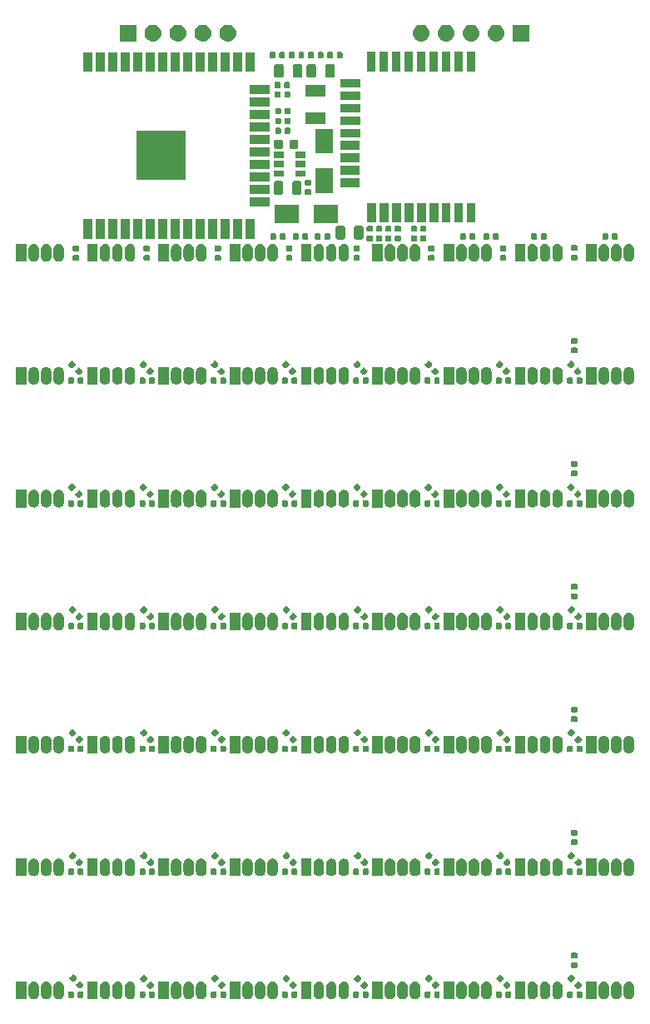
<source format=gbr>
G04 #@! TF.GenerationSoftware,KiCad,Pcbnew,5.1.4+dfsg1-1*
G04 #@! TF.CreationDate,2019-12-22T16:06:28+01:00*
G04 #@! TF.ProjectId,masonjar,6d61736f-6e6a-4617-922e-6b696361645f,rev?*
G04 #@! TF.SameCoordinates,Original*
G04 #@! TF.FileFunction,Soldermask,Top*
G04 #@! TF.FilePolarity,Negative*
%FSLAX46Y46*%
G04 Gerber Fmt 4.6, Leading zero omitted, Abs format (unit mm)*
G04 Created by KiCad (PCBNEW 5.1.4+dfsg1-1) date 2019-12-22 16:06:28*
%MOMM*%
%LPD*%
G04 APERTURE LIST*
%ADD10C,0.100000*%
G04 APERTURE END LIST*
D10*
G36*
X-29480123Y-98007742D02*
G01*
X-29379275Y-98038333D01*
X-29379272Y-98038335D01*
X-29379271Y-98038335D01*
X-29286331Y-98088012D01*
X-29204867Y-98154867D01*
X-29138012Y-98236331D01*
X-29088335Y-98329270D01*
X-29088333Y-98329274D01*
X-29057742Y-98430122D01*
X-29050000Y-98508725D01*
X-29050000Y-99291275D01*
X-29057742Y-99369878D01*
X-29088333Y-99470726D01*
X-29088335Y-99470729D01*
X-29088335Y-99470730D01*
X-29138012Y-99563669D01*
X-29204867Y-99645133D01*
X-29286331Y-99711988D01*
X-29379270Y-99761665D01*
X-29379274Y-99761667D01*
X-29480122Y-99792258D01*
X-29585000Y-99802588D01*
X-29689877Y-99792258D01*
X-29790725Y-99761667D01*
X-29790729Y-99761665D01*
X-29883668Y-99711988D01*
X-29965132Y-99645133D01*
X-30031987Y-99563669D01*
X-30056826Y-99517197D01*
X-30081666Y-99470726D01*
X-30087784Y-99450556D01*
X-30112258Y-99369882D01*
X-30120000Y-99291274D01*
X-30120000Y-98508727D01*
X-30114926Y-98457216D01*
X-30112258Y-98430123D01*
X-30081667Y-98329275D01*
X-30079526Y-98325269D01*
X-30031988Y-98236331D01*
X-29965133Y-98154867D01*
X-29883669Y-98088012D01*
X-29790730Y-98038335D01*
X-29790729Y-98038335D01*
X-29790726Y-98038333D01*
X-29689878Y-98007742D01*
X-29585000Y-97997412D01*
X-29480123Y-98007742D01*
X-29480123Y-98007742D01*
G37*
G36*
X2059877Y-98007742D02*
G01*
X2160725Y-98038333D01*
X2160728Y-98038335D01*
X2160729Y-98038335D01*
X2253669Y-98088012D01*
X2335133Y-98154867D01*
X2401988Y-98236331D01*
X2451665Y-98329270D01*
X2451667Y-98329274D01*
X2482258Y-98430122D01*
X2490000Y-98508725D01*
X2490000Y-99291275D01*
X2482258Y-99369878D01*
X2451667Y-99470726D01*
X2451665Y-99470729D01*
X2451665Y-99470730D01*
X2401988Y-99563669D01*
X2335133Y-99645133D01*
X2253669Y-99711988D01*
X2160730Y-99761665D01*
X2160726Y-99761667D01*
X2059878Y-99792258D01*
X1955000Y-99802588D01*
X1850123Y-99792258D01*
X1749275Y-99761667D01*
X1749271Y-99761665D01*
X1656332Y-99711988D01*
X1574868Y-99645133D01*
X1508013Y-99563669D01*
X1483174Y-99517197D01*
X1458334Y-99470726D01*
X1452216Y-99450556D01*
X1427742Y-99369882D01*
X1420000Y-99291274D01*
X1420000Y-98508727D01*
X1425074Y-98457216D01*
X1427742Y-98430123D01*
X1458333Y-98329275D01*
X1460474Y-98325269D01*
X1508012Y-98236331D01*
X1574867Y-98154867D01*
X1656331Y-98088012D01*
X1749270Y-98038335D01*
X1749271Y-98038335D01*
X1749274Y-98038333D01*
X1850122Y-98007742D01*
X1955000Y-97997412D01*
X2059877Y-98007742D01*
X2059877Y-98007742D01*
G37*
G36*
X31059877Y-98007742D02*
G01*
X31160725Y-98038333D01*
X31160728Y-98038335D01*
X31160729Y-98038335D01*
X31253669Y-98088012D01*
X31335133Y-98154867D01*
X31401988Y-98236331D01*
X31451665Y-98329270D01*
X31451667Y-98329274D01*
X31482258Y-98430122D01*
X31490000Y-98508725D01*
X31490000Y-99291275D01*
X31482258Y-99369878D01*
X31451667Y-99470726D01*
X31451665Y-99470729D01*
X31451665Y-99470730D01*
X31401988Y-99563669D01*
X31335133Y-99645133D01*
X31253669Y-99711988D01*
X31160730Y-99761665D01*
X31160726Y-99761667D01*
X31059878Y-99792258D01*
X30955000Y-99802588D01*
X30850123Y-99792258D01*
X30749275Y-99761667D01*
X30749271Y-99761665D01*
X30656332Y-99711988D01*
X30574868Y-99645133D01*
X30508013Y-99563669D01*
X30483174Y-99517197D01*
X30458334Y-99470726D01*
X30452216Y-99450556D01*
X30427742Y-99369882D01*
X30420000Y-99291274D01*
X30420000Y-98508727D01*
X30425074Y-98457216D01*
X30427742Y-98430123D01*
X30458333Y-98329275D01*
X30460474Y-98325269D01*
X30508012Y-98236331D01*
X30574867Y-98154867D01*
X30656331Y-98088012D01*
X30749270Y-98038335D01*
X30749271Y-98038335D01*
X30749274Y-98038333D01*
X30850122Y-98007742D01*
X30955000Y-97997412D01*
X31059877Y-98007742D01*
X31059877Y-98007742D01*
G37*
G36*
X29789877Y-98007742D02*
G01*
X29890725Y-98038333D01*
X29890728Y-98038335D01*
X29890729Y-98038335D01*
X29983669Y-98088012D01*
X30065133Y-98154867D01*
X30131988Y-98236331D01*
X30181665Y-98329270D01*
X30181667Y-98329274D01*
X30212258Y-98430122D01*
X30220000Y-98508725D01*
X30220000Y-99291275D01*
X30212258Y-99369878D01*
X30181667Y-99470726D01*
X30181665Y-99470729D01*
X30181665Y-99470730D01*
X30131988Y-99563669D01*
X30065133Y-99645133D01*
X29983669Y-99711988D01*
X29890730Y-99761665D01*
X29890726Y-99761667D01*
X29789878Y-99792258D01*
X29685000Y-99802588D01*
X29580123Y-99792258D01*
X29479275Y-99761667D01*
X29479271Y-99761665D01*
X29386332Y-99711988D01*
X29304868Y-99645133D01*
X29238013Y-99563669D01*
X29213174Y-99517197D01*
X29188334Y-99470726D01*
X29182216Y-99450556D01*
X29157742Y-99369882D01*
X29150000Y-99291274D01*
X29150000Y-98508727D01*
X29155074Y-98457216D01*
X29157742Y-98430123D01*
X29188333Y-98329275D01*
X29190474Y-98325269D01*
X29238012Y-98236331D01*
X29304867Y-98154867D01*
X29386331Y-98088012D01*
X29479270Y-98038335D01*
X29479271Y-98038335D01*
X29479274Y-98038333D01*
X29580122Y-98007742D01*
X29685000Y-97997412D01*
X29789877Y-98007742D01*
X29789877Y-98007742D01*
G37*
G36*
X28519877Y-98007742D02*
G01*
X28620725Y-98038333D01*
X28620728Y-98038335D01*
X28620729Y-98038335D01*
X28713669Y-98088012D01*
X28795133Y-98154867D01*
X28861988Y-98236331D01*
X28911665Y-98329270D01*
X28911667Y-98329274D01*
X28942258Y-98430122D01*
X28950000Y-98508725D01*
X28950000Y-99291275D01*
X28942258Y-99369878D01*
X28911667Y-99470726D01*
X28911665Y-99470729D01*
X28911665Y-99470730D01*
X28861988Y-99563669D01*
X28795133Y-99645133D01*
X28713669Y-99711988D01*
X28620730Y-99761665D01*
X28620726Y-99761667D01*
X28519878Y-99792258D01*
X28415000Y-99802588D01*
X28310123Y-99792258D01*
X28209275Y-99761667D01*
X28209271Y-99761665D01*
X28116332Y-99711988D01*
X28034868Y-99645133D01*
X27968013Y-99563669D01*
X27943174Y-99517197D01*
X27918334Y-99470726D01*
X27912216Y-99450556D01*
X27887742Y-99369882D01*
X27880000Y-99291274D01*
X27880000Y-98508727D01*
X27885074Y-98457216D01*
X27887742Y-98430123D01*
X27918333Y-98329275D01*
X27920474Y-98325269D01*
X27968012Y-98236331D01*
X28034867Y-98154867D01*
X28116331Y-98088012D01*
X28209270Y-98038335D01*
X28209271Y-98038335D01*
X28209274Y-98038333D01*
X28310122Y-98007742D01*
X28415000Y-97997412D01*
X28519877Y-98007742D01*
X28519877Y-98007742D01*
G37*
G36*
X23809877Y-98007742D02*
G01*
X23910725Y-98038333D01*
X23910728Y-98038335D01*
X23910729Y-98038335D01*
X24003669Y-98088012D01*
X24085133Y-98154867D01*
X24151988Y-98236331D01*
X24201665Y-98329270D01*
X24201667Y-98329274D01*
X24232258Y-98430122D01*
X24240000Y-98508725D01*
X24240000Y-99291275D01*
X24232258Y-99369878D01*
X24201667Y-99470726D01*
X24201665Y-99470729D01*
X24201665Y-99470730D01*
X24151988Y-99563669D01*
X24085133Y-99645133D01*
X24003669Y-99711988D01*
X23910730Y-99761665D01*
X23910726Y-99761667D01*
X23809878Y-99792258D01*
X23705000Y-99802588D01*
X23600123Y-99792258D01*
X23499275Y-99761667D01*
X23499271Y-99761665D01*
X23406332Y-99711988D01*
X23324868Y-99645133D01*
X23258013Y-99563669D01*
X23233174Y-99517197D01*
X23208334Y-99470726D01*
X23202216Y-99450556D01*
X23177742Y-99369882D01*
X23170000Y-99291274D01*
X23170000Y-98508727D01*
X23175074Y-98457216D01*
X23177742Y-98430123D01*
X23208333Y-98329275D01*
X23210474Y-98325269D01*
X23258012Y-98236331D01*
X23324867Y-98154867D01*
X23406331Y-98088012D01*
X23499270Y-98038335D01*
X23499271Y-98038335D01*
X23499274Y-98038333D01*
X23600122Y-98007742D01*
X23705000Y-97997412D01*
X23809877Y-98007742D01*
X23809877Y-98007742D01*
G37*
G36*
X22539877Y-98007742D02*
G01*
X22640725Y-98038333D01*
X22640728Y-98038335D01*
X22640729Y-98038335D01*
X22733669Y-98088012D01*
X22815133Y-98154867D01*
X22881988Y-98236331D01*
X22931665Y-98329270D01*
X22931667Y-98329274D01*
X22962258Y-98430122D01*
X22970000Y-98508725D01*
X22970000Y-99291275D01*
X22962258Y-99369878D01*
X22931667Y-99470726D01*
X22931665Y-99470729D01*
X22931665Y-99470730D01*
X22881988Y-99563669D01*
X22815133Y-99645133D01*
X22733669Y-99711988D01*
X22640730Y-99761665D01*
X22640726Y-99761667D01*
X22539878Y-99792258D01*
X22435000Y-99802588D01*
X22330123Y-99792258D01*
X22229275Y-99761667D01*
X22229271Y-99761665D01*
X22136332Y-99711988D01*
X22054868Y-99645133D01*
X21988013Y-99563669D01*
X21963174Y-99517197D01*
X21938334Y-99470726D01*
X21932216Y-99450556D01*
X21907742Y-99369882D01*
X21900000Y-99291274D01*
X21900000Y-98508727D01*
X21905074Y-98457216D01*
X21907742Y-98430123D01*
X21938333Y-98329275D01*
X21940474Y-98325269D01*
X21988012Y-98236331D01*
X22054867Y-98154867D01*
X22136331Y-98088012D01*
X22229270Y-98038335D01*
X22229271Y-98038335D01*
X22229274Y-98038333D01*
X22330122Y-98007742D01*
X22435000Y-97997412D01*
X22539877Y-98007742D01*
X22539877Y-98007742D01*
G37*
G36*
X21269877Y-98007742D02*
G01*
X21370725Y-98038333D01*
X21370728Y-98038335D01*
X21370729Y-98038335D01*
X21463669Y-98088012D01*
X21545133Y-98154867D01*
X21611988Y-98236331D01*
X21661665Y-98329270D01*
X21661667Y-98329274D01*
X21692258Y-98430122D01*
X21700000Y-98508725D01*
X21700000Y-99291275D01*
X21692258Y-99369878D01*
X21661667Y-99470726D01*
X21661665Y-99470729D01*
X21661665Y-99470730D01*
X21611988Y-99563669D01*
X21545133Y-99645133D01*
X21463669Y-99711988D01*
X21370730Y-99761665D01*
X21370726Y-99761667D01*
X21269878Y-99792258D01*
X21165000Y-99802588D01*
X21060123Y-99792258D01*
X20959275Y-99761667D01*
X20959271Y-99761665D01*
X20866332Y-99711988D01*
X20784868Y-99645133D01*
X20718013Y-99563669D01*
X20693174Y-99517197D01*
X20668334Y-99470726D01*
X20662216Y-99450556D01*
X20637742Y-99369882D01*
X20630000Y-99291274D01*
X20630000Y-98508727D01*
X20635074Y-98457216D01*
X20637742Y-98430123D01*
X20668333Y-98329275D01*
X20670474Y-98325269D01*
X20718012Y-98236331D01*
X20784867Y-98154867D01*
X20866331Y-98088012D01*
X20959270Y-98038335D01*
X20959271Y-98038335D01*
X20959274Y-98038333D01*
X21060122Y-98007742D01*
X21165000Y-97997412D01*
X21269877Y-98007742D01*
X21269877Y-98007742D01*
G37*
G36*
X16559877Y-98007742D02*
G01*
X16660725Y-98038333D01*
X16660728Y-98038335D01*
X16660729Y-98038335D01*
X16753669Y-98088012D01*
X16835133Y-98154867D01*
X16901988Y-98236331D01*
X16951665Y-98329270D01*
X16951667Y-98329274D01*
X16982258Y-98430122D01*
X16990000Y-98508725D01*
X16990000Y-99291275D01*
X16982258Y-99369878D01*
X16951667Y-99470726D01*
X16951665Y-99470729D01*
X16951665Y-99470730D01*
X16901988Y-99563669D01*
X16835133Y-99645133D01*
X16753669Y-99711988D01*
X16660730Y-99761665D01*
X16660726Y-99761667D01*
X16559878Y-99792258D01*
X16455000Y-99802588D01*
X16350123Y-99792258D01*
X16249275Y-99761667D01*
X16249271Y-99761665D01*
X16156332Y-99711988D01*
X16074868Y-99645133D01*
X16008013Y-99563669D01*
X15983174Y-99517197D01*
X15958334Y-99470726D01*
X15952216Y-99450556D01*
X15927742Y-99369882D01*
X15920000Y-99291274D01*
X15920000Y-98508727D01*
X15925074Y-98457216D01*
X15927742Y-98430123D01*
X15958333Y-98329275D01*
X15960474Y-98325269D01*
X16008012Y-98236331D01*
X16074867Y-98154867D01*
X16156331Y-98088012D01*
X16249270Y-98038335D01*
X16249271Y-98038335D01*
X16249274Y-98038333D01*
X16350122Y-98007742D01*
X16455000Y-97997412D01*
X16559877Y-98007742D01*
X16559877Y-98007742D01*
G37*
G36*
X15289877Y-98007742D02*
G01*
X15390725Y-98038333D01*
X15390728Y-98038335D01*
X15390729Y-98038335D01*
X15483669Y-98088012D01*
X15565133Y-98154867D01*
X15631988Y-98236331D01*
X15681665Y-98329270D01*
X15681667Y-98329274D01*
X15712258Y-98430122D01*
X15720000Y-98508725D01*
X15720000Y-99291275D01*
X15712258Y-99369878D01*
X15681667Y-99470726D01*
X15681665Y-99470729D01*
X15681665Y-99470730D01*
X15631988Y-99563669D01*
X15565133Y-99645133D01*
X15483669Y-99711988D01*
X15390730Y-99761665D01*
X15390726Y-99761667D01*
X15289878Y-99792258D01*
X15185000Y-99802588D01*
X15080123Y-99792258D01*
X14979275Y-99761667D01*
X14979271Y-99761665D01*
X14886332Y-99711988D01*
X14804868Y-99645133D01*
X14738013Y-99563669D01*
X14713174Y-99517197D01*
X14688334Y-99470726D01*
X14682216Y-99450556D01*
X14657742Y-99369882D01*
X14650000Y-99291274D01*
X14650000Y-98508727D01*
X14655074Y-98457216D01*
X14657742Y-98430123D01*
X14688333Y-98329275D01*
X14690474Y-98325269D01*
X14738012Y-98236331D01*
X14804867Y-98154867D01*
X14886331Y-98088012D01*
X14979270Y-98038335D01*
X14979271Y-98038335D01*
X14979274Y-98038333D01*
X15080122Y-98007742D01*
X15185000Y-97997412D01*
X15289877Y-98007742D01*
X15289877Y-98007742D01*
G37*
G36*
X14019877Y-98007742D02*
G01*
X14120725Y-98038333D01*
X14120728Y-98038335D01*
X14120729Y-98038335D01*
X14213669Y-98088012D01*
X14295133Y-98154867D01*
X14361988Y-98236331D01*
X14411665Y-98329270D01*
X14411667Y-98329274D01*
X14442258Y-98430122D01*
X14450000Y-98508725D01*
X14450000Y-99291275D01*
X14442258Y-99369878D01*
X14411667Y-99470726D01*
X14411665Y-99470729D01*
X14411665Y-99470730D01*
X14361988Y-99563669D01*
X14295133Y-99645133D01*
X14213669Y-99711988D01*
X14120730Y-99761665D01*
X14120726Y-99761667D01*
X14019878Y-99792258D01*
X13915000Y-99802588D01*
X13810123Y-99792258D01*
X13709275Y-99761667D01*
X13709271Y-99761665D01*
X13616332Y-99711988D01*
X13534868Y-99645133D01*
X13468013Y-99563669D01*
X13443174Y-99517197D01*
X13418334Y-99470726D01*
X13412216Y-99450556D01*
X13387742Y-99369882D01*
X13380000Y-99291274D01*
X13380000Y-98508727D01*
X13385074Y-98457216D01*
X13387742Y-98430123D01*
X13418333Y-98329275D01*
X13420474Y-98325269D01*
X13468012Y-98236331D01*
X13534867Y-98154867D01*
X13616331Y-98088012D01*
X13709270Y-98038335D01*
X13709271Y-98038335D01*
X13709274Y-98038333D01*
X13810122Y-98007742D01*
X13915000Y-97997412D01*
X14019877Y-98007742D01*
X14019877Y-98007742D01*
G37*
G36*
X9309877Y-98007742D02*
G01*
X9410725Y-98038333D01*
X9410728Y-98038335D01*
X9410729Y-98038335D01*
X9503669Y-98088012D01*
X9585133Y-98154867D01*
X9651988Y-98236331D01*
X9701665Y-98329270D01*
X9701667Y-98329274D01*
X9732258Y-98430122D01*
X9740000Y-98508725D01*
X9740000Y-99291275D01*
X9732258Y-99369878D01*
X9701667Y-99470726D01*
X9701665Y-99470729D01*
X9701665Y-99470730D01*
X9651988Y-99563669D01*
X9585133Y-99645133D01*
X9503669Y-99711988D01*
X9410730Y-99761665D01*
X9410726Y-99761667D01*
X9309878Y-99792258D01*
X9205000Y-99802588D01*
X9100123Y-99792258D01*
X8999275Y-99761667D01*
X8999271Y-99761665D01*
X8906332Y-99711988D01*
X8824868Y-99645133D01*
X8758013Y-99563669D01*
X8733174Y-99517197D01*
X8708334Y-99470726D01*
X8702216Y-99450556D01*
X8677742Y-99369882D01*
X8670000Y-99291274D01*
X8670000Y-98508727D01*
X8675074Y-98457216D01*
X8677742Y-98430123D01*
X8708333Y-98329275D01*
X8710474Y-98325269D01*
X8758012Y-98236331D01*
X8824867Y-98154867D01*
X8906331Y-98088012D01*
X8999270Y-98038335D01*
X8999271Y-98038335D01*
X8999274Y-98038333D01*
X9100122Y-98007742D01*
X9205000Y-97997412D01*
X9309877Y-98007742D01*
X9309877Y-98007742D01*
G37*
G36*
X8039877Y-98007742D02*
G01*
X8140725Y-98038333D01*
X8140728Y-98038335D01*
X8140729Y-98038335D01*
X8233669Y-98088012D01*
X8315133Y-98154867D01*
X8381988Y-98236331D01*
X8431665Y-98329270D01*
X8431667Y-98329274D01*
X8462258Y-98430122D01*
X8470000Y-98508725D01*
X8470000Y-99291275D01*
X8462258Y-99369878D01*
X8431667Y-99470726D01*
X8431665Y-99470729D01*
X8431665Y-99470730D01*
X8381988Y-99563669D01*
X8315133Y-99645133D01*
X8233669Y-99711988D01*
X8140730Y-99761665D01*
X8140726Y-99761667D01*
X8039878Y-99792258D01*
X7935000Y-99802588D01*
X7830123Y-99792258D01*
X7729275Y-99761667D01*
X7729271Y-99761665D01*
X7636332Y-99711988D01*
X7554868Y-99645133D01*
X7488013Y-99563669D01*
X7463174Y-99517197D01*
X7438334Y-99470726D01*
X7432216Y-99450556D01*
X7407742Y-99369882D01*
X7400000Y-99291274D01*
X7400000Y-98508727D01*
X7405074Y-98457216D01*
X7407742Y-98430123D01*
X7438333Y-98329275D01*
X7440474Y-98325269D01*
X7488012Y-98236331D01*
X7554867Y-98154867D01*
X7636331Y-98088012D01*
X7729270Y-98038335D01*
X7729271Y-98038335D01*
X7729274Y-98038333D01*
X7830122Y-98007742D01*
X7935000Y-97997412D01*
X8039877Y-98007742D01*
X8039877Y-98007742D01*
G37*
G36*
X6769877Y-98007742D02*
G01*
X6870725Y-98038333D01*
X6870728Y-98038335D01*
X6870729Y-98038335D01*
X6963669Y-98088012D01*
X7045133Y-98154867D01*
X7111988Y-98236331D01*
X7161665Y-98329270D01*
X7161667Y-98329274D01*
X7192258Y-98430122D01*
X7200000Y-98508725D01*
X7200000Y-99291275D01*
X7192258Y-99369878D01*
X7161667Y-99470726D01*
X7161665Y-99470729D01*
X7161665Y-99470730D01*
X7111988Y-99563669D01*
X7045133Y-99645133D01*
X6963669Y-99711988D01*
X6870730Y-99761665D01*
X6870726Y-99761667D01*
X6769878Y-99792258D01*
X6665000Y-99802588D01*
X6560123Y-99792258D01*
X6459275Y-99761667D01*
X6459271Y-99761665D01*
X6366332Y-99711988D01*
X6284868Y-99645133D01*
X6218013Y-99563669D01*
X6193174Y-99517197D01*
X6168334Y-99470726D01*
X6162216Y-99450556D01*
X6137742Y-99369882D01*
X6130000Y-99291274D01*
X6130000Y-98508727D01*
X6135074Y-98457216D01*
X6137742Y-98430123D01*
X6168333Y-98329275D01*
X6170474Y-98325269D01*
X6218012Y-98236331D01*
X6284867Y-98154867D01*
X6366331Y-98088012D01*
X6459270Y-98038335D01*
X6459271Y-98038335D01*
X6459274Y-98038333D01*
X6560122Y-98007742D01*
X6665000Y-97997412D01*
X6769877Y-98007742D01*
X6769877Y-98007742D01*
G37*
G36*
X789877Y-98007742D02*
G01*
X890725Y-98038333D01*
X890728Y-98038335D01*
X890729Y-98038335D01*
X983669Y-98088012D01*
X1065133Y-98154867D01*
X1131988Y-98236331D01*
X1181665Y-98329270D01*
X1181667Y-98329274D01*
X1212258Y-98430122D01*
X1220000Y-98508725D01*
X1220000Y-99291275D01*
X1212258Y-99369878D01*
X1181667Y-99470726D01*
X1181665Y-99470729D01*
X1181665Y-99470730D01*
X1131988Y-99563669D01*
X1065133Y-99645133D01*
X983669Y-99711988D01*
X890730Y-99761665D01*
X890726Y-99761667D01*
X789878Y-99792258D01*
X685000Y-99802588D01*
X580123Y-99792258D01*
X479275Y-99761667D01*
X479271Y-99761665D01*
X386332Y-99711988D01*
X304868Y-99645133D01*
X238013Y-99563669D01*
X213174Y-99517197D01*
X188334Y-99470726D01*
X182216Y-99450556D01*
X157742Y-99369882D01*
X150000Y-99291274D01*
X150000Y-98508727D01*
X155074Y-98457216D01*
X157742Y-98430123D01*
X188333Y-98329275D01*
X190474Y-98325269D01*
X238012Y-98236331D01*
X304867Y-98154867D01*
X386331Y-98088012D01*
X479270Y-98038335D01*
X479271Y-98038335D01*
X479274Y-98038333D01*
X580122Y-98007742D01*
X685000Y-97997412D01*
X789877Y-98007742D01*
X789877Y-98007742D01*
G37*
G36*
X-19690123Y-98007742D02*
G01*
X-19589275Y-98038333D01*
X-19589272Y-98038335D01*
X-19589271Y-98038335D01*
X-19496331Y-98088012D01*
X-19414867Y-98154867D01*
X-19348012Y-98236331D01*
X-19298335Y-98329270D01*
X-19298333Y-98329274D01*
X-19267742Y-98430122D01*
X-19260000Y-98508725D01*
X-19260000Y-99291275D01*
X-19267742Y-99369878D01*
X-19298333Y-99470726D01*
X-19298335Y-99470729D01*
X-19298335Y-99470730D01*
X-19348012Y-99563669D01*
X-19414867Y-99645133D01*
X-19496331Y-99711988D01*
X-19589270Y-99761665D01*
X-19589274Y-99761667D01*
X-19690122Y-99792258D01*
X-19795000Y-99802588D01*
X-19899877Y-99792258D01*
X-20000725Y-99761667D01*
X-20000729Y-99761665D01*
X-20093668Y-99711988D01*
X-20175132Y-99645133D01*
X-20241987Y-99563669D01*
X-20266826Y-99517197D01*
X-20291666Y-99470726D01*
X-20297784Y-99450556D01*
X-20322258Y-99369882D01*
X-20330000Y-99291274D01*
X-20330000Y-98508727D01*
X-20324926Y-98457216D01*
X-20322258Y-98430123D01*
X-20291667Y-98329275D01*
X-20289526Y-98325269D01*
X-20241988Y-98236331D01*
X-20175133Y-98154867D01*
X-20093669Y-98088012D01*
X-20000730Y-98038335D01*
X-20000729Y-98038335D01*
X-20000726Y-98038333D01*
X-19899878Y-98007742D01*
X-19795000Y-97997412D01*
X-19690123Y-98007742D01*
X-19690123Y-98007742D01*
G37*
G36*
X-28210123Y-98007742D02*
G01*
X-28109275Y-98038333D01*
X-28109272Y-98038335D01*
X-28109271Y-98038335D01*
X-28016331Y-98088012D01*
X-27934867Y-98154867D01*
X-27868012Y-98236331D01*
X-27818335Y-98329270D01*
X-27818333Y-98329274D01*
X-27787742Y-98430122D01*
X-27780000Y-98508725D01*
X-27780000Y-99291275D01*
X-27787742Y-99369878D01*
X-27818333Y-99470726D01*
X-27818335Y-99470729D01*
X-27818335Y-99470730D01*
X-27868012Y-99563669D01*
X-27934867Y-99645133D01*
X-28016331Y-99711988D01*
X-28109270Y-99761665D01*
X-28109274Y-99761667D01*
X-28210122Y-99792258D01*
X-28315000Y-99802588D01*
X-28419877Y-99792258D01*
X-28520725Y-99761667D01*
X-28520729Y-99761665D01*
X-28613668Y-99711988D01*
X-28695132Y-99645133D01*
X-28761987Y-99563669D01*
X-28786826Y-99517197D01*
X-28811666Y-99470726D01*
X-28817784Y-99450556D01*
X-28842258Y-99369882D01*
X-28850000Y-99291274D01*
X-28850000Y-98508727D01*
X-28844926Y-98457216D01*
X-28842258Y-98430123D01*
X-28811667Y-98329275D01*
X-28809526Y-98325269D01*
X-28761988Y-98236331D01*
X-28695133Y-98154867D01*
X-28613669Y-98088012D01*
X-28520730Y-98038335D01*
X-28520729Y-98038335D01*
X-28520726Y-98038333D01*
X-28419878Y-98007742D01*
X-28315000Y-97997412D01*
X-28210123Y-98007742D01*
X-28210123Y-98007742D01*
G37*
G36*
X-26940123Y-98007742D02*
G01*
X-26839275Y-98038333D01*
X-26839272Y-98038335D01*
X-26839271Y-98038335D01*
X-26746331Y-98088012D01*
X-26664867Y-98154867D01*
X-26598012Y-98236331D01*
X-26548335Y-98329270D01*
X-26548333Y-98329274D01*
X-26517742Y-98430122D01*
X-26510000Y-98508725D01*
X-26510000Y-99291275D01*
X-26517742Y-99369878D01*
X-26548333Y-99470726D01*
X-26548335Y-99470729D01*
X-26548335Y-99470730D01*
X-26598012Y-99563669D01*
X-26664867Y-99645133D01*
X-26746331Y-99711988D01*
X-26839270Y-99761665D01*
X-26839274Y-99761667D01*
X-26940122Y-99792258D01*
X-27045000Y-99802588D01*
X-27149877Y-99792258D01*
X-27250725Y-99761667D01*
X-27250729Y-99761665D01*
X-27343668Y-99711988D01*
X-27425132Y-99645133D01*
X-27491987Y-99563669D01*
X-27516826Y-99517197D01*
X-27541666Y-99470726D01*
X-27547784Y-99450556D01*
X-27572258Y-99369882D01*
X-27580000Y-99291274D01*
X-27580000Y-98508727D01*
X-27574926Y-98457216D01*
X-27572258Y-98430123D01*
X-27541667Y-98329275D01*
X-27539526Y-98325269D01*
X-27491988Y-98236331D01*
X-27425133Y-98154867D01*
X-27343669Y-98088012D01*
X-27250730Y-98038335D01*
X-27250729Y-98038335D01*
X-27250726Y-98038333D01*
X-27149878Y-98007742D01*
X-27045000Y-97997412D01*
X-26940123Y-98007742D01*
X-26940123Y-98007742D01*
G37*
G36*
X-22230123Y-98007742D02*
G01*
X-22129275Y-98038333D01*
X-22129272Y-98038335D01*
X-22129271Y-98038335D01*
X-22036331Y-98088012D01*
X-21954867Y-98154867D01*
X-21888012Y-98236331D01*
X-21838335Y-98329270D01*
X-21838333Y-98329274D01*
X-21807742Y-98430122D01*
X-21800000Y-98508725D01*
X-21800000Y-99291275D01*
X-21807742Y-99369878D01*
X-21838333Y-99470726D01*
X-21838335Y-99470729D01*
X-21838335Y-99470730D01*
X-21888012Y-99563669D01*
X-21954867Y-99645133D01*
X-22036331Y-99711988D01*
X-22129270Y-99761665D01*
X-22129274Y-99761667D01*
X-22230122Y-99792258D01*
X-22335000Y-99802588D01*
X-22439877Y-99792258D01*
X-22540725Y-99761667D01*
X-22540729Y-99761665D01*
X-22633668Y-99711988D01*
X-22715132Y-99645133D01*
X-22781987Y-99563669D01*
X-22806826Y-99517197D01*
X-22831666Y-99470726D01*
X-22837784Y-99450556D01*
X-22862258Y-99369882D01*
X-22870000Y-99291274D01*
X-22870000Y-98508727D01*
X-22864926Y-98457216D01*
X-22862258Y-98430123D01*
X-22831667Y-98329275D01*
X-22829526Y-98325269D01*
X-22781988Y-98236331D01*
X-22715133Y-98154867D01*
X-22633669Y-98088012D01*
X-22540730Y-98038335D01*
X-22540729Y-98038335D01*
X-22540726Y-98038333D01*
X-22439878Y-98007742D01*
X-22335000Y-97997412D01*
X-22230123Y-98007742D01*
X-22230123Y-98007742D01*
G37*
G36*
X-20960123Y-98007742D02*
G01*
X-20859275Y-98038333D01*
X-20859272Y-98038335D01*
X-20859271Y-98038335D01*
X-20766331Y-98088012D01*
X-20684867Y-98154867D01*
X-20618012Y-98236331D01*
X-20568335Y-98329270D01*
X-20568333Y-98329274D01*
X-20537742Y-98430122D01*
X-20530000Y-98508725D01*
X-20530000Y-99291275D01*
X-20537742Y-99369878D01*
X-20568333Y-99470726D01*
X-20568335Y-99470729D01*
X-20568335Y-99470730D01*
X-20618012Y-99563669D01*
X-20684867Y-99645133D01*
X-20766331Y-99711988D01*
X-20859270Y-99761665D01*
X-20859274Y-99761667D01*
X-20960122Y-99792258D01*
X-21065000Y-99802588D01*
X-21169877Y-99792258D01*
X-21270725Y-99761667D01*
X-21270729Y-99761665D01*
X-21363668Y-99711988D01*
X-21445132Y-99645133D01*
X-21511987Y-99563669D01*
X-21536826Y-99517197D01*
X-21561666Y-99470726D01*
X-21567784Y-99450556D01*
X-21592258Y-99369882D01*
X-21600000Y-99291274D01*
X-21600000Y-98508727D01*
X-21594926Y-98457216D01*
X-21592258Y-98430123D01*
X-21561667Y-98329275D01*
X-21559526Y-98325269D01*
X-21511988Y-98236331D01*
X-21445133Y-98154867D01*
X-21363669Y-98088012D01*
X-21270730Y-98038335D01*
X-21270729Y-98038335D01*
X-21270726Y-98038333D01*
X-21169878Y-98007742D01*
X-21065000Y-97997412D01*
X-20960123Y-98007742D01*
X-20960123Y-98007742D01*
G37*
G36*
X-14980123Y-98007742D02*
G01*
X-14879275Y-98038333D01*
X-14879272Y-98038335D01*
X-14879271Y-98038335D01*
X-14786331Y-98088012D01*
X-14704867Y-98154867D01*
X-14638012Y-98236331D01*
X-14588335Y-98329270D01*
X-14588333Y-98329274D01*
X-14557742Y-98430122D01*
X-14550000Y-98508725D01*
X-14550000Y-99291275D01*
X-14557742Y-99369878D01*
X-14588333Y-99470726D01*
X-14588335Y-99470729D01*
X-14588335Y-99470730D01*
X-14638012Y-99563669D01*
X-14704867Y-99645133D01*
X-14786331Y-99711988D01*
X-14879270Y-99761665D01*
X-14879274Y-99761667D01*
X-14980122Y-99792258D01*
X-15085000Y-99802588D01*
X-15189877Y-99792258D01*
X-15290725Y-99761667D01*
X-15290729Y-99761665D01*
X-15383668Y-99711988D01*
X-15465132Y-99645133D01*
X-15531987Y-99563669D01*
X-15556826Y-99517197D01*
X-15581666Y-99470726D01*
X-15587784Y-99450556D01*
X-15612258Y-99369882D01*
X-15620000Y-99291274D01*
X-15620000Y-98508727D01*
X-15614926Y-98457216D01*
X-15612258Y-98430123D01*
X-15581667Y-98329275D01*
X-15579526Y-98325269D01*
X-15531988Y-98236331D01*
X-15465133Y-98154867D01*
X-15383669Y-98088012D01*
X-15290730Y-98038335D01*
X-15290729Y-98038335D01*
X-15290726Y-98038333D01*
X-15189878Y-98007742D01*
X-15085000Y-97997412D01*
X-14980123Y-98007742D01*
X-14980123Y-98007742D01*
G37*
G36*
X-13710123Y-98007742D02*
G01*
X-13609275Y-98038333D01*
X-13609272Y-98038335D01*
X-13609271Y-98038335D01*
X-13516331Y-98088012D01*
X-13434867Y-98154867D01*
X-13368012Y-98236331D01*
X-13318335Y-98329270D01*
X-13318333Y-98329274D01*
X-13287742Y-98430122D01*
X-13280000Y-98508725D01*
X-13280000Y-99291275D01*
X-13287742Y-99369878D01*
X-13318333Y-99470726D01*
X-13318335Y-99470729D01*
X-13318335Y-99470730D01*
X-13368012Y-99563669D01*
X-13434867Y-99645133D01*
X-13516331Y-99711988D01*
X-13609270Y-99761665D01*
X-13609274Y-99761667D01*
X-13710122Y-99792258D01*
X-13815000Y-99802588D01*
X-13919877Y-99792258D01*
X-14020725Y-99761667D01*
X-14020729Y-99761665D01*
X-14113668Y-99711988D01*
X-14195132Y-99645133D01*
X-14261987Y-99563669D01*
X-14286826Y-99517197D01*
X-14311666Y-99470726D01*
X-14317784Y-99450556D01*
X-14342258Y-99369882D01*
X-14350000Y-99291274D01*
X-14350000Y-98508727D01*
X-14344926Y-98457216D01*
X-14342258Y-98430123D01*
X-14311667Y-98329275D01*
X-14309526Y-98325269D01*
X-14261988Y-98236331D01*
X-14195133Y-98154867D01*
X-14113669Y-98088012D01*
X-14020730Y-98038335D01*
X-14020729Y-98038335D01*
X-14020726Y-98038333D01*
X-13919878Y-98007742D01*
X-13815000Y-97997412D01*
X-13710123Y-98007742D01*
X-13710123Y-98007742D01*
G37*
G36*
X-12440123Y-98007742D02*
G01*
X-12339275Y-98038333D01*
X-12339272Y-98038335D01*
X-12339271Y-98038335D01*
X-12246331Y-98088012D01*
X-12164867Y-98154867D01*
X-12098012Y-98236331D01*
X-12048335Y-98329270D01*
X-12048333Y-98329274D01*
X-12017742Y-98430122D01*
X-12010000Y-98508725D01*
X-12010000Y-99291275D01*
X-12017742Y-99369878D01*
X-12048333Y-99470726D01*
X-12048335Y-99470729D01*
X-12048335Y-99470730D01*
X-12098012Y-99563669D01*
X-12164867Y-99645133D01*
X-12246331Y-99711988D01*
X-12339270Y-99761665D01*
X-12339274Y-99761667D01*
X-12440122Y-99792258D01*
X-12545000Y-99802588D01*
X-12649877Y-99792258D01*
X-12750725Y-99761667D01*
X-12750729Y-99761665D01*
X-12843668Y-99711988D01*
X-12925132Y-99645133D01*
X-12991987Y-99563669D01*
X-13016826Y-99517197D01*
X-13041666Y-99470726D01*
X-13047784Y-99450556D01*
X-13072258Y-99369882D01*
X-13080000Y-99291274D01*
X-13080000Y-98508727D01*
X-13074926Y-98457216D01*
X-13072258Y-98430123D01*
X-13041667Y-98329275D01*
X-13039526Y-98325269D01*
X-12991988Y-98236331D01*
X-12925133Y-98154867D01*
X-12843669Y-98088012D01*
X-12750730Y-98038335D01*
X-12750729Y-98038335D01*
X-12750726Y-98038333D01*
X-12649878Y-98007742D01*
X-12545000Y-97997412D01*
X-12440123Y-98007742D01*
X-12440123Y-98007742D01*
G37*
G36*
X-7730123Y-98007742D02*
G01*
X-7629275Y-98038333D01*
X-7629272Y-98038335D01*
X-7629271Y-98038335D01*
X-7536331Y-98088012D01*
X-7454867Y-98154867D01*
X-7388012Y-98236331D01*
X-7338335Y-98329270D01*
X-7338333Y-98329274D01*
X-7307742Y-98430122D01*
X-7300000Y-98508725D01*
X-7300000Y-99291275D01*
X-7307742Y-99369878D01*
X-7338333Y-99470726D01*
X-7338335Y-99470729D01*
X-7338335Y-99470730D01*
X-7388012Y-99563669D01*
X-7454867Y-99645133D01*
X-7536331Y-99711988D01*
X-7629270Y-99761665D01*
X-7629274Y-99761667D01*
X-7730122Y-99792258D01*
X-7835000Y-99802588D01*
X-7939877Y-99792258D01*
X-8040725Y-99761667D01*
X-8040729Y-99761665D01*
X-8133668Y-99711988D01*
X-8215132Y-99645133D01*
X-8281987Y-99563669D01*
X-8306826Y-99517197D01*
X-8331666Y-99470726D01*
X-8337784Y-99450556D01*
X-8362258Y-99369882D01*
X-8370000Y-99291274D01*
X-8370000Y-98508727D01*
X-8364926Y-98457216D01*
X-8362258Y-98430123D01*
X-8331667Y-98329275D01*
X-8329526Y-98325269D01*
X-8281988Y-98236331D01*
X-8215133Y-98154867D01*
X-8133669Y-98088012D01*
X-8040730Y-98038335D01*
X-8040729Y-98038335D01*
X-8040726Y-98038333D01*
X-7939878Y-98007742D01*
X-7835000Y-97997412D01*
X-7730123Y-98007742D01*
X-7730123Y-98007742D01*
G37*
G36*
X-6460123Y-98007742D02*
G01*
X-6359275Y-98038333D01*
X-6359272Y-98038335D01*
X-6359271Y-98038335D01*
X-6266331Y-98088012D01*
X-6184867Y-98154867D01*
X-6118012Y-98236331D01*
X-6068335Y-98329270D01*
X-6068333Y-98329274D01*
X-6037742Y-98430122D01*
X-6030000Y-98508725D01*
X-6030000Y-99291275D01*
X-6037742Y-99369878D01*
X-6068333Y-99470726D01*
X-6068335Y-99470729D01*
X-6068335Y-99470730D01*
X-6118012Y-99563669D01*
X-6184867Y-99645133D01*
X-6266331Y-99711988D01*
X-6359270Y-99761665D01*
X-6359274Y-99761667D01*
X-6460122Y-99792258D01*
X-6565000Y-99802588D01*
X-6669877Y-99792258D01*
X-6770725Y-99761667D01*
X-6770729Y-99761665D01*
X-6863668Y-99711988D01*
X-6945132Y-99645133D01*
X-7011987Y-99563669D01*
X-7036826Y-99517197D01*
X-7061666Y-99470726D01*
X-7067784Y-99450556D01*
X-7092258Y-99369882D01*
X-7100000Y-99291274D01*
X-7100000Y-98508727D01*
X-7094926Y-98457216D01*
X-7092258Y-98430123D01*
X-7061667Y-98329275D01*
X-7059526Y-98325269D01*
X-7011988Y-98236331D01*
X-6945133Y-98154867D01*
X-6863669Y-98088012D01*
X-6770730Y-98038335D01*
X-6770729Y-98038335D01*
X-6770726Y-98038333D01*
X-6669878Y-98007742D01*
X-6565000Y-97997412D01*
X-6460123Y-98007742D01*
X-6460123Y-98007742D01*
G37*
G36*
X-5190123Y-98007742D02*
G01*
X-5089275Y-98038333D01*
X-5089272Y-98038335D01*
X-5089271Y-98038335D01*
X-4996331Y-98088012D01*
X-4914867Y-98154867D01*
X-4848012Y-98236331D01*
X-4798335Y-98329270D01*
X-4798333Y-98329274D01*
X-4767742Y-98430122D01*
X-4760000Y-98508725D01*
X-4760000Y-99291275D01*
X-4767742Y-99369878D01*
X-4798333Y-99470726D01*
X-4798335Y-99470729D01*
X-4798335Y-99470730D01*
X-4848012Y-99563669D01*
X-4914867Y-99645133D01*
X-4996331Y-99711988D01*
X-5089270Y-99761665D01*
X-5089274Y-99761667D01*
X-5190122Y-99792258D01*
X-5295000Y-99802588D01*
X-5399877Y-99792258D01*
X-5500725Y-99761667D01*
X-5500729Y-99761665D01*
X-5593668Y-99711988D01*
X-5675132Y-99645133D01*
X-5741987Y-99563669D01*
X-5766826Y-99517197D01*
X-5791666Y-99470726D01*
X-5797784Y-99450556D01*
X-5822258Y-99369882D01*
X-5830000Y-99291274D01*
X-5830000Y-98508727D01*
X-5824926Y-98457216D01*
X-5822258Y-98430123D01*
X-5791667Y-98329275D01*
X-5789526Y-98325269D01*
X-5741988Y-98236331D01*
X-5675133Y-98154867D01*
X-5593669Y-98088012D01*
X-5500730Y-98038335D01*
X-5500729Y-98038335D01*
X-5500726Y-98038333D01*
X-5399878Y-98007742D01*
X-5295000Y-97997412D01*
X-5190123Y-98007742D01*
X-5190123Y-98007742D01*
G37*
G36*
X-480123Y-98007742D02*
G01*
X-379275Y-98038333D01*
X-379272Y-98038335D01*
X-379271Y-98038335D01*
X-286331Y-98088012D01*
X-204867Y-98154867D01*
X-138012Y-98236331D01*
X-88335Y-98329270D01*
X-88333Y-98329274D01*
X-57742Y-98430122D01*
X-50000Y-98508725D01*
X-50000Y-99291275D01*
X-57742Y-99369878D01*
X-88333Y-99470726D01*
X-88335Y-99470729D01*
X-88335Y-99470730D01*
X-138012Y-99563669D01*
X-204867Y-99645133D01*
X-286331Y-99711988D01*
X-379270Y-99761665D01*
X-379274Y-99761667D01*
X-480122Y-99792258D01*
X-585000Y-99802588D01*
X-689877Y-99792258D01*
X-790725Y-99761667D01*
X-790729Y-99761665D01*
X-883668Y-99711988D01*
X-965132Y-99645133D01*
X-1031987Y-99563669D01*
X-1056826Y-99517197D01*
X-1081666Y-99470726D01*
X-1087784Y-99450556D01*
X-1112258Y-99369882D01*
X-1120000Y-99291274D01*
X-1120000Y-98508727D01*
X-1114926Y-98457216D01*
X-1112258Y-98430123D01*
X-1081667Y-98329275D01*
X-1079526Y-98325269D01*
X-1031988Y-98236331D01*
X-965133Y-98154867D01*
X-883669Y-98088012D01*
X-790730Y-98038335D01*
X-790729Y-98038335D01*
X-790726Y-98038333D01*
X-689878Y-98007742D01*
X-585000Y-97997412D01*
X-480123Y-98007742D01*
X-480123Y-98007742D01*
G37*
G36*
X20430000Y-99800000D02*
G01*
X19360000Y-99800000D01*
X19360000Y-98000000D01*
X20430000Y-98000000D01*
X20430000Y-99800000D01*
X20430000Y-99800000D01*
G37*
G36*
X5930000Y-99800000D02*
G01*
X4860000Y-99800000D01*
X4860000Y-98000000D01*
X5930000Y-98000000D01*
X5930000Y-99800000D01*
X5930000Y-99800000D01*
G37*
G36*
X27680000Y-99800000D02*
G01*
X26610000Y-99800000D01*
X26610000Y-98000000D01*
X27680000Y-98000000D01*
X27680000Y-99800000D01*
X27680000Y-99800000D01*
G37*
G36*
X-1320000Y-99800000D02*
G01*
X-2390000Y-99800000D01*
X-2390000Y-98000000D01*
X-1320000Y-98000000D01*
X-1320000Y-99800000D01*
X-1320000Y-99800000D01*
G37*
G36*
X-8570000Y-99800000D02*
G01*
X-9640000Y-99800000D01*
X-9640000Y-98000000D01*
X-8570000Y-98000000D01*
X-8570000Y-99800000D01*
X-8570000Y-99800000D01*
G37*
G36*
X-15820000Y-99800000D02*
G01*
X-16890000Y-99800000D01*
X-16890000Y-98000000D01*
X-15820000Y-98000000D01*
X-15820000Y-99800000D01*
X-15820000Y-99800000D01*
G37*
G36*
X-23070000Y-99800000D02*
G01*
X-24140000Y-99800000D01*
X-24140000Y-98000000D01*
X-23070000Y-98000000D01*
X-23070000Y-99800000D01*
X-23070000Y-99800000D01*
G37*
G36*
X-30320000Y-99800000D02*
G01*
X-31390000Y-99800000D01*
X-31390000Y-98000000D01*
X-30320000Y-98000000D01*
X-30320000Y-99800000D01*
X-30320000Y-99800000D01*
G37*
G36*
X13180000Y-99800000D02*
G01*
X12110000Y-99800000D01*
X12110000Y-98000000D01*
X13180000Y-98000000D01*
X13180000Y-99800000D01*
X13180000Y-99800000D01*
G37*
G36*
X10651313Y-99032713D02*
G01*
X10676617Y-99040389D01*
X10699935Y-99052852D01*
X10720373Y-99069627D01*
X10737148Y-99090065D01*
X10749611Y-99113383D01*
X10757287Y-99138687D01*
X10760000Y-99166231D01*
X10760000Y-99533769D01*
X10757287Y-99561313D01*
X10749611Y-99586617D01*
X10737148Y-99609935D01*
X10720373Y-99630373D01*
X10699935Y-99647148D01*
X10676617Y-99659611D01*
X10651313Y-99667287D01*
X10623769Y-99670000D01*
X10306231Y-99670000D01*
X10278687Y-99667287D01*
X10253383Y-99659611D01*
X10230065Y-99647148D01*
X10209627Y-99630373D01*
X10192852Y-99609935D01*
X10180389Y-99586617D01*
X10172713Y-99561313D01*
X10170000Y-99533769D01*
X10170000Y-99166231D01*
X10172713Y-99138687D01*
X10180389Y-99113383D01*
X10192852Y-99090065D01*
X10209627Y-99069627D01*
X10230065Y-99052852D01*
X10253383Y-99040389D01*
X10278687Y-99032713D01*
X10306231Y-99030000D01*
X10623769Y-99030000D01*
X10651313Y-99032713D01*
X10651313Y-99032713D01*
G37*
G36*
X-11098687Y-99032713D02*
G01*
X-11073383Y-99040389D01*
X-11050065Y-99052852D01*
X-11029627Y-99069627D01*
X-11012852Y-99090065D01*
X-11000389Y-99113383D01*
X-10992713Y-99138687D01*
X-10990000Y-99166231D01*
X-10990000Y-99533769D01*
X-10992713Y-99561313D01*
X-11000389Y-99586617D01*
X-11012852Y-99609935D01*
X-11029627Y-99630373D01*
X-11050065Y-99647148D01*
X-11073383Y-99659611D01*
X-11098687Y-99667287D01*
X-11126231Y-99670000D01*
X-11443769Y-99670000D01*
X-11471313Y-99667287D01*
X-11496617Y-99659611D01*
X-11519935Y-99647148D01*
X-11540373Y-99630373D01*
X-11557148Y-99609935D01*
X-11569611Y-99586617D01*
X-11577287Y-99561313D01*
X-11580000Y-99533769D01*
X-11580000Y-99166231D01*
X-11577287Y-99138687D01*
X-11569611Y-99113383D01*
X-11557148Y-99090065D01*
X-11540373Y-99069627D01*
X-11519935Y-99052852D01*
X-11496617Y-99040389D01*
X-11471313Y-99032713D01*
X-11443769Y-99030000D01*
X-11126231Y-99030000D01*
X-11098687Y-99032713D01*
X-11098687Y-99032713D01*
G37*
G36*
X-24628687Y-99032713D02*
G01*
X-24603383Y-99040389D01*
X-24580065Y-99052852D01*
X-24559627Y-99069627D01*
X-24542852Y-99090065D01*
X-24530389Y-99113383D01*
X-24522713Y-99138687D01*
X-24520000Y-99166231D01*
X-24520000Y-99533769D01*
X-24522713Y-99561313D01*
X-24530389Y-99586617D01*
X-24542852Y-99609935D01*
X-24559627Y-99630373D01*
X-24580065Y-99647148D01*
X-24603383Y-99659611D01*
X-24628687Y-99667287D01*
X-24656231Y-99670000D01*
X-24973769Y-99670000D01*
X-25001313Y-99667287D01*
X-25026617Y-99659611D01*
X-25049935Y-99647148D01*
X-25070373Y-99630373D01*
X-25087148Y-99609935D01*
X-25099611Y-99586617D01*
X-25107287Y-99561313D01*
X-25110000Y-99533769D01*
X-25110000Y-99166231D01*
X-25107287Y-99138687D01*
X-25099611Y-99113383D01*
X-25087148Y-99090065D01*
X-25070373Y-99069627D01*
X-25049935Y-99052852D01*
X-25026617Y-99040389D01*
X-25001313Y-99032713D01*
X-24973769Y-99030000D01*
X-24656231Y-99030000D01*
X-24628687Y-99032713D01*
X-24628687Y-99032713D01*
G37*
G36*
X26121313Y-99032713D02*
G01*
X26146617Y-99040389D01*
X26169935Y-99052852D01*
X26190373Y-99069627D01*
X26207148Y-99090065D01*
X26219611Y-99113383D01*
X26227287Y-99138687D01*
X26230000Y-99166231D01*
X26230000Y-99533769D01*
X26227287Y-99561313D01*
X26219611Y-99586617D01*
X26207148Y-99609935D01*
X26190373Y-99630373D01*
X26169935Y-99647148D01*
X26146617Y-99659611D01*
X26121313Y-99667287D01*
X26093769Y-99670000D01*
X25776231Y-99670000D01*
X25748687Y-99667287D01*
X25723383Y-99659611D01*
X25700065Y-99647148D01*
X25679627Y-99630373D01*
X25662852Y-99609935D01*
X25650389Y-99586617D01*
X25642713Y-99561313D01*
X25640000Y-99533769D01*
X25640000Y-99166231D01*
X25642713Y-99138687D01*
X25650389Y-99113383D01*
X25662852Y-99090065D01*
X25679627Y-99069627D01*
X25700065Y-99052852D01*
X25723383Y-99040389D01*
X25748687Y-99032713D01*
X25776231Y-99030000D01*
X26093769Y-99030000D01*
X26121313Y-99032713D01*
X26121313Y-99032713D01*
G37*
G36*
X18871313Y-99032713D02*
G01*
X18896617Y-99040389D01*
X18919935Y-99052852D01*
X18940373Y-99069627D01*
X18957148Y-99090065D01*
X18969611Y-99113383D01*
X18977287Y-99138687D01*
X18980000Y-99166231D01*
X18980000Y-99533769D01*
X18977287Y-99561313D01*
X18969611Y-99586617D01*
X18957148Y-99609935D01*
X18940373Y-99630373D01*
X18919935Y-99647148D01*
X18896617Y-99659611D01*
X18871313Y-99667287D01*
X18843769Y-99670000D01*
X18526231Y-99670000D01*
X18498687Y-99667287D01*
X18473383Y-99659611D01*
X18450065Y-99647148D01*
X18429627Y-99630373D01*
X18412852Y-99609935D01*
X18400389Y-99586617D01*
X18392713Y-99561313D01*
X18390000Y-99533769D01*
X18390000Y-99166231D01*
X18392713Y-99138687D01*
X18400389Y-99113383D01*
X18412852Y-99090065D01*
X18429627Y-99069627D01*
X18450065Y-99052852D01*
X18473383Y-99040389D01*
X18498687Y-99032713D01*
X18526231Y-99030000D01*
X18843769Y-99030000D01*
X18871313Y-99032713D01*
X18871313Y-99032713D01*
G37*
G36*
X-25598687Y-99032713D02*
G01*
X-25573383Y-99040389D01*
X-25550065Y-99052852D01*
X-25529627Y-99069627D01*
X-25512852Y-99090065D01*
X-25500389Y-99113383D01*
X-25492713Y-99138687D01*
X-25490000Y-99166231D01*
X-25490000Y-99533769D01*
X-25492713Y-99561313D01*
X-25500389Y-99586617D01*
X-25512852Y-99609935D01*
X-25529627Y-99630373D01*
X-25550065Y-99647148D01*
X-25573383Y-99659611D01*
X-25598687Y-99667287D01*
X-25626231Y-99670000D01*
X-25943769Y-99670000D01*
X-25971313Y-99667287D01*
X-25996617Y-99659611D01*
X-26019935Y-99647148D01*
X-26040373Y-99630373D01*
X-26057148Y-99609935D01*
X-26069611Y-99586617D01*
X-26077287Y-99561313D01*
X-26080000Y-99533769D01*
X-26080000Y-99166231D01*
X-26077287Y-99138687D01*
X-26069611Y-99113383D01*
X-26057148Y-99090065D01*
X-26040373Y-99069627D01*
X-26019935Y-99052852D01*
X-25996617Y-99040389D01*
X-25971313Y-99032713D01*
X-25943769Y-99030000D01*
X-25626231Y-99030000D01*
X-25598687Y-99032713D01*
X-25598687Y-99032713D01*
G37*
G36*
X17901313Y-99032713D02*
G01*
X17926617Y-99040389D01*
X17949935Y-99052852D01*
X17970373Y-99069627D01*
X17987148Y-99090065D01*
X17999611Y-99113383D01*
X18007287Y-99138687D01*
X18010000Y-99166231D01*
X18010000Y-99533769D01*
X18007287Y-99561313D01*
X17999611Y-99586617D01*
X17987148Y-99609935D01*
X17970373Y-99630373D01*
X17949935Y-99647148D01*
X17926617Y-99659611D01*
X17901313Y-99667287D01*
X17873769Y-99670000D01*
X17556231Y-99670000D01*
X17528687Y-99667287D01*
X17503383Y-99659611D01*
X17480065Y-99647148D01*
X17459627Y-99630373D01*
X17442852Y-99609935D01*
X17430389Y-99586617D01*
X17422713Y-99561313D01*
X17420000Y-99533769D01*
X17420000Y-99166231D01*
X17422713Y-99138687D01*
X17430389Y-99113383D01*
X17442852Y-99090065D01*
X17459627Y-99069627D01*
X17480065Y-99052852D01*
X17503383Y-99040389D01*
X17528687Y-99032713D01*
X17556231Y-99030000D01*
X17873769Y-99030000D01*
X17901313Y-99032713D01*
X17901313Y-99032713D01*
G37*
G36*
X11621313Y-99032713D02*
G01*
X11646617Y-99040389D01*
X11669935Y-99052852D01*
X11690373Y-99069627D01*
X11707148Y-99090065D01*
X11719611Y-99113383D01*
X11727287Y-99138687D01*
X11730000Y-99166231D01*
X11730000Y-99533769D01*
X11727287Y-99561313D01*
X11719611Y-99586617D01*
X11707148Y-99609935D01*
X11690373Y-99630373D01*
X11669935Y-99647148D01*
X11646617Y-99659611D01*
X11621313Y-99667287D01*
X11593769Y-99670000D01*
X11276231Y-99670000D01*
X11248687Y-99667287D01*
X11223383Y-99659611D01*
X11200065Y-99647148D01*
X11179627Y-99630373D01*
X11162852Y-99609935D01*
X11150389Y-99586617D01*
X11142713Y-99561313D01*
X11140000Y-99533769D01*
X11140000Y-99166231D01*
X11142713Y-99138687D01*
X11150389Y-99113383D01*
X11162852Y-99090065D01*
X11179627Y-99069627D01*
X11200065Y-99052852D01*
X11223383Y-99040389D01*
X11248687Y-99032713D01*
X11276231Y-99030000D01*
X11593769Y-99030000D01*
X11621313Y-99032713D01*
X11621313Y-99032713D01*
G37*
G36*
X-18348687Y-99032713D02*
G01*
X-18323383Y-99040389D01*
X-18300065Y-99052852D01*
X-18279627Y-99069627D01*
X-18262852Y-99090065D01*
X-18250389Y-99113383D01*
X-18242713Y-99138687D01*
X-18240000Y-99166231D01*
X-18240000Y-99533769D01*
X-18242713Y-99561313D01*
X-18250389Y-99586617D01*
X-18262852Y-99609935D01*
X-18279627Y-99630373D01*
X-18300065Y-99647148D01*
X-18323383Y-99659611D01*
X-18348687Y-99667287D01*
X-18376231Y-99670000D01*
X-18693769Y-99670000D01*
X-18721313Y-99667287D01*
X-18746617Y-99659611D01*
X-18769935Y-99647148D01*
X-18790373Y-99630373D01*
X-18807148Y-99609935D01*
X-18819611Y-99586617D01*
X-18827287Y-99561313D01*
X-18830000Y-99533769D01*
X-18830000Y-99166231D01*
X-18827287Y-99138687D01*
X-18819611Y-99113383D01*
X-18807148Y-99090065D01*
X-18790373Y-99069627D01*
X-18769935Y-99052852D01*
X-18746617Y-99040389D01*
X-18721313Y-99032713D01*
X-18693769Y-99030000D01*
X-18376231Y-99030000D01*
X-18348687Y-99032713D01*
X-18348687Y-99032713D01*
G37*
G36*
X25151313Y-99032713D02*
G01*
X25176617Y-99040389D01*
X25199935Y-99052852D01*
X25220373Y-99069627D01*
X25237148Y-99090065D01*
X25249611Y-99113383D01*
X25257287Y-99138687D01*
X25260000Y-99166231D01*
X25260000Y-99533769D01*
X25257287Y-99561313D01*
X25249611Y-99586617D01*
X25237148Y-99609935D01*
X25220373Y-99630373D01*
X25199935Y-99647148D01*
X25176617Y-99659611D01*
X25151313Y-99667287D01*
X25123769Y-99670000D01*
X24806231Y-99670000D01*
X24778687Y-99667287D01*
X24753383Y-99659611D01*
X24730065Y-99647148D01*
X24709627Y-99630373D01*
X24692852Y-99609935D01*
X24680389Y-99586617D01*
X24672713Y-99561313D01*
X24670000Y-99533769D01*
X24670000Y-99166231D01*
X24672713Y-99138687D01*
X24680389Y-99113383D01*
X24692852Y-99090065D01*
X24709627Y-99069627D01*
X24730065Y-99052852D01*
X24753383Y-99040389D01*
X24778687Y-99032713D01*
X24806231Y-99030000D01*
X25123769Y-99030000D01*
X25151313Y-99032713D01*
X25151313Y-99032713D01*
G37*
G36*
X-10128687Y-99032713D02*
G01*
X-10103383Y-99040389D01*
X-10080065Y-99052852D01*
X-10059627Y-99069627D01*
X-10042852Y-99090065D01*
X-10030389Y-99113383D01*
X-10022713Y-99138687D01*
X-10020000Y-99166231D01*
X-10020000Y-99533769D01*
X-10022713Y-99561313D01*
X-10030389Y-99586617D01*
X-10042852Y-99609935D01*
X-10059627Y-99630373D01*
X-10080065Y-99647148D01*
X-10103383Y-99659611D01*
X-10128687Y-99667287D01*
X-10156231Y-99670000D01*
X-10473769Y-99670000D01*
X-10501313Y-99667287D01*
X-10526617Y-99659611D01*
X-10549935Y-99647148D01*
X-10570373Y-99630373D01*
X-10587148Y-99609935D01*
X-10599611Y-99586617D01*
X-10607287Y-99561313D01*
X-10610000Y-99533769D01*
X-10610000Y-99166231D01*
X-10607287Y-99138687D01*
X-10599611Y-99113383D01*
X-10587148Y-99090065D01*
X-10570373Y-99069627D01*
X-10549935Y-99052852D01*
X-10526617Y-99040389D01*
X-10501313Y-99032713D01*
X-10473769Y-99030000D01*
X-10156231Y-99030000D01*
X-10128687Y-99032713D01*
X-10128687Y-99032713D01*
G37*
G36*
X-3848687Y-99032713D02*
G01*
X-3823383Y-99040389D01*
X-3800065Y-99052852D01*
X-3779627Y-99069627D01*
X-3762852Y-99090065D01*
X-3750389Y-99113383D01*
X-3742713Y-99138687D01*
X-3740000Y-99166231D01*
X-3740000Y-99533769D01*
X-3742713Y-99561313D01*
X-3750389Y-99586617D01*
X-3762852Y-99609935D01*
X-3779627Y-99630373D01*
X-3800065Y-99647148D01*
X-3823383Y-99659611D01*
X-3848687Y-99667287D01*
X-3876231Y-99670000D01*
X-4193769Y-99670000D01*
X-4221313Y-99667287D01*
X-4246617Y-99659611D01*
X-4269935Y-99647148D01*
X-4290373Y-99630373D01*
X-4307148Y-99609935D01*
X-4319611Y-99586617D01*
X-4327287Y-99561313D01*
X-4330000Y-99533769D01*
X-4330000Y-99166231D01*
X-4327287Y-99138687D01*
X-4319611Y-99113383D01*
X-4307148Y-99090065D01*
X-4290373Y-99069627D01*
X-4269935Y-99052852D01*
X-4246617Y-99040389D01*
X-4221313Y-99032713D01*
X-4193769Y-99030000D01*
X-3876231Y-99030000D01*
X-3848687Y-99032713D01*
X-3848687Y-99032713D01*
G37*
G36*
X-2878687Y-99032713D02*
G01*
X-2853383Y-99040389D01*
X-2830065Y-99052852D01*
X-2809627Y-99069627D01*
X-2792852Y-99090065D01*
X-2780389Y-99113383D01*
X-2772713Y-99138687D01*
X-2770000Y-99166231D01*
X-2770000Y-99533769D01*
X-2772713Y-99561313D01*
X-2780389Y-99586617D01*
X-2792852Y-99609935D01*
X-2809627Y-99630373D01*
X-2830065Y-99647148D01*
X-2853383Y-99659611D01*
X-2878687Y-99667287D01*
X-2906231Y-99670000D01*
X-3223769Y-99670000D01*
X-3251313Y-99667287D01*
X-3276617Y-99659611D01*
X-3299935Y-99647148D01*
X-3320373Y-99630373D01*
X-3337148Y-99609935D01*
X-3349611Y-99586617D01*
X-3357287Y-99561313D01*
X-3360000Y-99533769D01*
X-3360000Y-99166231D01*
X-3357287Y-99138687D01*
X-3349611Y-99113383D01*
X-3337148Y-99090065D01*
X-3320373Y-99069627D01*
X-3299935Y-99052852D01*
X-3276617Y-99040389D01*
X-3251313Y-99032713D01*
X-3223769Y-99030000D01*
X-2906231Y-99030000D01*
X-2878687Y-99032713D01*
X-2878687Y-99032713D01*
G37*
G36*
X3401313Y-99032713D02*
G01*
X3426617Y-99040389D01*
X3449935Y-99052852D01*
X3470373Y-99069627D01*
X3487148Y-99090065D01*
X3499611Y-99113383D01*
X3507287Y-99138687D01*
X3510000Y-99166231D01*
X3510000Y-99533769D01*
X3507287Y-99561313D01*
X3499611Y-99586617D01*
X3487148Y-99609935D01*
X3470373Y-99630373D01*
X3449935Y-99647148D01*
X3426617Y-99659611D01*
X3401313Y-99667287D01*
X3373769Y-99670000D01*
X3056231Y-99670000D01*
X3028687Y-99667287D01*
X3003383Y-99659611D01*
X2980065Y-99647148D01*
X2959627Y-99630373D01*
X2942852Y-99609935D01*
X2930389Y-99586617D01*
X2922713Y-99561313D01*
X2920000Y-99533769D01*
X2920000Y-99166231D01*
X2922713Y-99138687D01*
X2930389Y-99113383D01*
X2942852Y-99090065D01*
X2959627Y-99069627D01*
X2980065Y-99052852D01*
X3003383Y-99040389D01*
X3028687Y-99032713D01*
X3056231Y-99030000D01*
X3373769Y-99030000D01*
X3401313Y-99032713D01*
X3401313Y-99032713D01*
G37*
G36*
X4371313Y-99032713D02*
G01*
X4396617Y-99040389D01*
X4419935Y-99052852D01*
X4440373Y-99069627D01*
X4457148Y-99090065D01*
X4469611Y-99113383D01*
X4477287Y-99138687D01*
X4480000Y-99166231D01*
X4480000Y-99533769D01*
X4477287Y-99561313D01*
X4469611Y-99586617D01*
X4457148Y-99609935D01*
X4440373Y-99630373D01*
X4419935Y-99647148D01*
X4396617Y-99659611D01*
X4371313Y-99667287D01*
X4343769Y-99670000D01*
X4026231Y-99670000D01*
X3998687Y-99667287D01*
X3973383Y-99659611D01*
X3950065Y-99647148D01*
X3929627Y-99630373D01*
X3912852Y-99609935D01*
X3900389Y-99586617D01*
X3892713Y-99561313D01*
X3890000Y-99533769D01*
X3890000Y-99166231D01*
X3892713Y-99138687D01*
X3900389Y-99113383D01*
X3912852Y-99090065D01*
X3929627Y-99069627D01*
X3950065Y-99052852D01*
X3973383Y-99040389D01*
X3998687Y-99032713D01*
X4026231Y-99030000D01*
X4343769Y-99030000D01*
X4371313Y-99032713D01*
X4371313Y-99032713D01*
G37*
G36*
X-17378687Y-99032713D02*
G01*
X-17353383Y-99040389D01*
X-17330065Y-99052852D01*
X-17309627Y-99069627D01*
X-17292852Y-99090065D01*
X-17280389Y-99113383D01*
X-17272713Y-99138687D01*
X-17270000Y-99166231D01*
X-17270000Y-99533769D01*
X-17272713Y-99561313D01*
X-17280389Y-99586617D01*
X-17292852Y-99609935D01*
X-17309627Y-99630373D01*
X-17330065Y-99647148D01*
X-17353383Y-99659611D01*
X-17378687Y-99667287D01*
X-17406231Y-99670000D01*
X-17723769Y-99670000D01*
X-17751313Y-99667287D01*
X-17776617Y-99659611D01*
X-17799935Y-99647148D01*
X-17820373Y-99630373D01*
X-17837148Y-99609935D01*
X-17849611Y-99586617D01*
X-17857287Y-99561313D01*
X-17860000Y-99533769D01*
X-17860000Y-99166231D01*
X-17857287Y-99138687D01*
X-17849611Y-99113383D01*
X-17837148Y-99090065D01*
X-17820373Y-99069627D01*
X-17799935Y-99052852D01*
X-17776617Y-99040389D01*
X-17751313Y-99032713D01*
X-17723769Y-99030000D01*
X-17406231Y-99030000D01*
X-17378687Y-99032713D01*
X-17378687Y-99032713D01*
G37*
G36*
X4086938Y-98016708D02*
G01*
X4112242Y-98024384D01*
X4135560Y-98036847D01*
X4156953Y-98054405D01*
X4381489Y-98278941D01*
X4399047Y-98300334D01*
X4411510Y-98323652D01*
X4419186Y-98348956D01*
X4421778Y-98375269D01*
X4419186Y-98401582D01*
X4411510Y-98426886D01*
X4399047Y-98450204D01*
X4381489Y-98471597D01*
X4121597Y-98731489D01*
X4100204Y-98749047D01*
X4076886Y-98761510D01*
X4051582Y-98769186D01*
X4025269Y-98771778D01*
X3998956Y-98769186D01*
X3973652Y-98761510D01*
X3950334Y-98749047D01*
X3928941Y-98731489D01*
X3704405Y-98506953D01*
X3686847Y-98485560D01*
X3674384Y-98462242D01*
X3666708Y-98436938D01*
X3664116Y-98410625D01*
X3666708Y-98384312D01*
X3674384Y-98359008D01*
X3686847Y-98335690D01*
X3704405Y-98314297D01*
X3964297Y-98054405D01*
X3985690Y-98036847D01*
X4009008Y-98024384D01*
X4034312Y-98016708D01*
X4060625Y-98014116D01*
X4086938Y-98016708D01*
X4086938Y-98016708D01*
G37*
G36*
X11336938Y-98016708D02*
G01*
X11362242Y-98024384D01*
X11385560Y-98036847D01*
X11406953Y-98054405D01*
X11631489Y-98278941D01*
X11649047Y-98300334D01*
X11661510Y-98323652D01*
X11669186Y-98348956D01*
X11671778Y-98375269D01*
X11669186Y-98401582D01*
X11661510Y-98426886D01*
X11649047Y-98450204D01*
X11631489Y-98471597D01*
X11371597Y-98731489D01*
X11350204Y-98749047D01*
X11326886Y-98761510D01*
X11301582Y-98769186D01*
X11275269Y-98771778D01*
X11248956Y-98769186D01*
X11223652Y-98761510D01*
X11200334Y-98749047D01*
X11178941Y-98731489D01*
X10954405Y-98506953D01*
X10936847Y-98485560D01*
X10924384Y-98462242D01*
X10916708Y-98436938D01*
X10914116Y-98410625D01*
X10916708Y-98384312D01*
X10924384Y-98359008D01*
X10936847Y-98335690D01*
X10954405Y-98314297D01*
X11214297Y-98054405D01*
X11235690Y-98036847D01*
X11259008Y-98024384D01*
X11284312Y-98016708D01*
X11310625Y-98014116D01*
X11336938Y-98016708D01*
X11336938Y-98016708D01*
G37*
G36*
X-3163062Y-98016708D02*
G01*
X-3137758Y-98024384D01*
X-3114440Y-98036847D01*
X-3093047Y-98054405D01*
X-2868511Y-98278941D01*
X-2850953Y-98300334D01*
X-2838490Y-98323652D01*
X-2830814Y-98348956D01*
X-2828222Y-98375269D01*
X-2830814Y-98401582D01*
X-2838490Y-98426886D01*
X-2850953Y-98450204D01*
X-2868511Y-98471597D01*
X-3128403Y-98731489D01*
X-3149796Y-98749047D01*
X-3173114Y-98761510D01*
X-3198418Y-98769186D01*
X-3224731Y-98771778D01*
X-3251044Y-98769186D01*
X-3276348Y-98761510D01*
X-3299666Y-98749047D01*
X-3321059Y-98731489D01*
X-3545595Y-98506953D01*
X-3563153Y-98485560D01*
X-3575616Y-98462242D01*
X-3583292Y-98436938D01*
X-3585884Y-98410625D01*
X-3583292Y-98384312D01*
X-3575616Y-98359008D01*
X-3563153Y-98335690D01*
X-3545595Y-98314297D01*
X-3285703Y-98054405D01*
X-3264310Y-98036847D01*
X-3240992Y-98024384D01*
X-3215688Y-98016708D01*
X-3189375Y-98014116D01*
X-3163062Y-98016708D01*
X-3163062Y-98016708D01*
G37*
G36*
X18586938Y-98016708D02*
G01*
X18612242Y-98024384D01*
X18635560Y-98036847D01*
X18656953Y-98054405D01*
X18881489Y-98278941D01*
X18899047Y-98300334D01*
X18911510Y-98323652D01*
X18919186Y-98348956D01*
X18921778Y-98375269D01*
X18919186Y-98401582D01*
X18911510Y-98426886D01*
X18899047Y-98450204D01*
X18881489Y-98471597D01*
X18621597Y-98731489D01*
X18600204Y-98749047D01*
X18576886Y-98761510D01*
X18551582Y-98769186D01*
X18525269Y-98771778D01*
X18498956Y-98769186D01*
X18473652Y-98761510D01*
X18450334Y-98749047D01*
X18428941Y-98731489D01*
X18204405Y-98506953D01*
X18186847Y-98485560D01*
X18174384Y-98462242D01*
X18166708Y-98436938D01*
X18164116Y-98410625D01*
X18166708Y-98384312D01*
X18174384Y-98359008D01*
X18186847Y-98335690D01*
X18204405Y-98314297D01*
X18464297Y-98054405D01*
X18485690Y-98036847D01*
X18509008Y-98024384D01*
X18534312Y-98016708D01*
X18560625Y-98014116D01*
X18586938Y-98016708D01*
X18586938Y-98016708D01*
G37*
G36*
X-10413062Y-98016708D02*
G01*
X-10387758Y-98024384D01*
X-10364440Y-98036847D01*
X-10343047Y-98054405D01*
X-10118511Y-98278941D01*
X-10100953Y-98300334D01*
X-10088490Y-98323652D01*
X-10080814Y-98348956D01*
X-10078222Y-98375269D01*
X-10080814Y-98401582D01*
X-10088490Y-98426886D01*
X-10100953Y-98450204D01*
X-10118511Y-98471597D01*
X-10378403Y-98731489D01*
X-10399796Y-98749047D01*
X-10423114Y-98761510D01*
X-10448418Y-98769186D01*
X-10474731Y-98771778D01*
X-10501044Y-98769186D01*
X-10526348Y-98761510D01*
X-10549666Y-98749047D01*
X-10571059Y-98731489D01*
X-10795595Y-98506953D01*
X-10813153Y-98485560D01*
X-10825616Y-98462242D01*
X-10833292Y-98436938D01*
X-10835884Y-98410625D01*
X-10833292Y-98384312D01*
X-10825616Y-98359008D01*
X-10813153Y-98335690D01*
X-10795595Y-98314297D01*
X-10535703Y-98054405D01*
X-10514310Y-98036847D01*
X-10490992Y-98024384D01*
X-10465688Y-98016708D01*
X-10439375Y-98014116D01*
X-10413062Y-98016708D01*
X-10413062Y-98016708D01*
G37*
G36*
X-17663062Y-98016708D02*
G01*
X-17637758Y-98024384D01*
X-17614440Y-98036847D01*
X-17593047Y-98054405D01*
X-17368511Y-98278941D01*
X-17350953Y-98300334D01*
X-17338490Y-98323652D01*
X-17330814Y-98348956D01*
X-17328222Y-98375269D01*
X-17330814Y-98401582D01*
X-17338490Y-98426886D01*
X-17350953Y-98450204D01*
X-17368511Y-98471597D01*
X-17628403Y-98731489D01*
X-17649796Y-98749047D01*
X-17673114Y-98761510D01*
X-17698418Y-98769186D01*
X-17724731Y-98771778D01*
X-17751044Y-98769186D01*
X-17776348Y-98761510D01*
X-17799666Y-98749047D01*
X-17821059Y-98731489D01*
X-18045595Y-98506953D01*
X-18063153Y-98485560D01*
X-18075616Y-98462242D01*
X-18083292Y-98436938D01*
X-18085884Y-98410625D01*
X-18083292Y-98384312D01*
X-18075616Y-98359008D01*
X-18063153Y-98335690D01*
X-18045595Y-98314297D01*
X-17785703Y-98054405D01*
X-17764310Y-98036847D01*
X-17740992Y-98024384D01*
X-17715688Y-98016708D01*
X-17689375Y-98014116D01*
X-17663062Y-98016708D01*
X-17663062Y-98016708D01*
G37*
G36*
X25836938Y-98016708D02*
G01*
X25862242Y-98024384D01*
X25885560Y-98036847D01*
X25906953Y-98054405D01*
X26131489Y-98278941D01*
X26149047Y-98300334D01*
X26161510Y-98323652D01*
X26169186Y-98348956D01*
X26171778Y-98375269D01*
X26169186Y-98401582D01*
X26161510Y-98426886D01*
X26149047Y-98450204D01*
X26131489Y-98471597D01*
X25871597Y-98731489D01*
X25850204Y-98749047D01*
X25826886Y-98761510D01*
X25801582Y-98769186D01*
X25775269Y-98771778D01*
X25748956Y-98769186D01*
X25723652Y-98761510D01*
X25700334Y-98749047D01*
X25678941Y-98731489D01*
X25454405Y-98506953D01*
X25436847Y-98485560D01*
X25424384Y-98462242D01*
X25416708Y-98436938D01*
X25414116Y-98410625D01*
X25416708Y-98384312D01*
X25424384Y-98359008D01*
X25436847Y-98335690D01*
X25454405Y-98314297D01*
X25714297Y-98054405D01*
X25735690Y-98036847D01*
X25759008Y-98024384D01*
X25784312Y-98016708D01*
X25810625Y-98014116D01*
X25836938Y-98016708D01*
X25836938Y-98016708D01*
G37*
G36*
X-24863062Y-97966708D02*
G01*
X-24837758Y-97974384D01*
X-24814440Y-97986847D01*
X-24793047Y-98004405D01*
X-24568511Y-98228941D01*
X-24550953Y-98250334D01*
X-24538490Y-98273652D01*
X-24530814Y-98298956D01*
X-24528222Y-98325269D01*
X-24530814Y-98351582D01*
X-24538490Y-98376886D01*
X-24550953Y-98400204D01*
X-24568511Y-98421597D01*
X-24828403Y-98681489D01*
X-24849796Y-98699047D01*
X-24873114Y-98711510D01*
X-24898418Y-98719186D01*
X-24924731Y-98721778D01*
X-24951044Y-98719186D01*
X-24976348Y-98711510D01*
X-24999666Y-98699047D01*
X-25021059Y-98681489D01*
X-25245595Y-98456953D01*
X-25263153Y-98435560D01*
X-25275616Y-98412242D01*
X-25283292Y-98386938D01*
X-25285884Y-98360625D01*
X-25283292Y-98334312D01*
X-25275616Y-98309008D01*
X-25263153Y-98285690D01*
X-25245595Y-98264297D01*
X-24985703Y-98004405D01*
X-24964310Y-97986847D01*
X-24940992Y-97974384D01*
X-24915688Y-97966708D01*
X-24889375Y-97964116D01*
X-24863062Y-97966708D01*
X-24863062Y-97966708D01*
G37*
G36*
X-3848956Y-97330814D02*
G01*
X-3823652Y-97338490D01*
X-3800334Y-97350953D01*
X-3778941Y-97368511D01*
X-3554405Y-97593047D01*
X-3536847Y-97614440D01*
X-3524384Y-97637758D01*
X-3516708Y-97663062D01*
X-3514116Y-97689375D01*
X-3516708Y-97715688D01*
X-3524384Y-97740992D01*
X-3536847Y-97764310D01*
X-3554405Y-97785703D01*
X-3814297Y-98045595D01*
X-3835690Y-98063153D01*
X-3859008Y-98075616D01*
X-3884312Y-98083292D01*
X-3910625Y-98085884D01*
X-3936938Y-98083292D01*
X-3962242Y-98075616D01*
X-3985560Y-98063153D01*
X-4006953Y-98045595D01*
X-4231489Y-97821059D01*
X-4249047Y-97799666D01*
X-4261510Y-97776348D01*
X-4269186Y-97751044D01*
X-4271778Y-97724731D01*
X-4269186Y-97698418D01*
X-4261510Y-97673114D01*
X-4249047Y-97649796D01*
X-4231489Y-97628403D01*
X-3971597Y-97368511D01*
X-3950204Y-97350953D01*
X-3926886Y-97338490D01*
X-3901582Y-97330814D01*
X-3875269Y-97328222D01*
X-3848956Y-97330814D01*
X-3848956Y-97330814D01*
G37*
G36*
X3401044Y-97330814D02*
G01*
X3426348Y-97338490D01*
X3449666Y-97350953D01*
X3471059Y-97368511D01*
X3695595Y-97593047D01*
X3713153Y-97614440D01*
X3725616Y-97637758D01*
X3733292Y-97663062D01*
X3735884Y-97689375D01*
X3733292Y-97715688D01*
X3725616Y-97740992D01*
X3713153Y-97764310D01*
X3695595Y-97785703D01*
X3435703Y-98045595D01*
X3414310Y-98063153D01*
X3390992Y-98075616D01*
X3365688Y-98083292D01*
X3339375Y-98085884D01*
X3313062Y-98083292D01*
X3287758Y-98075616D01*
X3264440Y-98063153D01*
X3243047Y-98045595D01*
X3018511Y-97821059D01*
X3000953Y-97799666D01*
X2988490Y-97776348D01*
X2980814Y-97751044D01*
X2978222Y-97724731D01*
X2980814Y-97698418D01*
X2988490Y-97673114D01*
X3000953Y-97649796D01*
X3018511Y-97628403D01*
X3278403Y-97368511D01*
X3299796Y-97350953D01*
X3323114Y-97338490D01*
X3348418Y-97330814D01*
X3374731Y-97328222D01*
X3401044Y-97330814D01*
X3401044Y-97330814D01*
G37*
G36*
X10651044Y-97330814D02*
G01*
X10676348Y-97338490D01*
X10699666Y-97350953D01*
X10721059Y-97368511D01*
X10945595Y-97593047D01*
X10963153Y-97614440D01*
X10975616Y-97637758D01*
X10983292Y-97663062D01*
X10985884Y-97689375D01*
X10983292Y-97715688D01*
X10975616Y-97740992D01*
X10963153Y-97764310D01*
X10945595Y-97785703D01*
X10685703Y-98045595D01*
X10664310Y-98063153D01*
X10640992Y-98075616D01*
X10615688Y-98083292D01*
X10589375Y-98085884D01*
X10563062Y-98083292D01*
X10537758Y-98075616D01*
X10514440Y-98063153D01*
X10493047Y-98045595D01*
X10268511Y-97821059D01*
X10250953Y-97799666D01*
X10238490Y-97776348D01*
X10230814Y-97751044D01*
X10228222Y-97724731D01*
X10230814Y-97698418D01*
X10238490Y-97673114D01*
X10250953Y-97649796D01*
X10268511Y-97628403D01*
X10528403Y-97368511D01*
X10549796Y-97350953D01*
X10573114Y-97338490D01*
X10598418Y-97330814D01*
X10624731Y-97328222D01*
X10651044Y-97330814D01*
X10651044Y-97330814D01*
G37*
G36*
X17901044Y-97330814D02*
G01*
X17926348Y-97338490D01*
X17949666Y-97350953D01*
X17971059Y-97368511D01*
X18195595Y-97593047D01*
X18213153Y-97614440D01*
X18225616Y-97637758D01*
X18233292Y-97663062D01*
X18235884Y-97689375D01*
X18233292Y-97715688D01*
X18225616Y-97740992D01*
X18213153Y-97764310D01*
X18195595Y-97785703D01*
X17935703Y-98045595D01*
X17914310Y-98063153D01*
X17890992Y-98075616D01*
X17865688Y-98083292D01*
X17839375Y-98085884D01*
X17813062Y-98083292D01*
X17787758Y-98075616D01*
X17764440Y-98063153D01*
X17743047Y-98045595D01*
X17518511Y-97821059D01*
X17500953Y-97799666D01*
X17488490Y-97776348D01*
X17480814Y-97751044D01*
X17478222Y-97724731D01*
X17480814Y-97698418D01*
X17488490Y-97673114D01*
X17500953Y-97649796D01*
X17518511Y-97628403D01*
X17778403Y-97368511D01*
X17799796Y-97350953D01*
X17823114Y-97338490D01*
X17848418Y-97330814D01*
X17874731Y-97328222D01*
X17901044Y-97330814D01*
X17901044Y-97330814D01*
G37*
G36*
X25151044Y-97330814D02*
G01*
X25176348Y-97338490D01*
X25199666Y-97350953D01*
X25221059Y-97368511D01*
X25445595Y-97593047D01*
X25463153Y-97614440D01*
X25475616Y-97637758D01*
X25483292Y-97663062D01*
X25485884Y-97689375D01*
X25483292Y-97715688D01*
X25475616Y-97740992D01*
X25463153Y-97764310D01*
X25445595Y-97785703D01*
X25185703Y-98045595D01*
X25164310Y-98063153D01*
X25140992Y-98075616D01*
X25115688Y-98083292D01*
X25089375Y-98085884D01*
X25063062Y-98083292D01*
X25037758Y-98075616D01*
X25014440Y-98063153D01*
X24993047Y-98045595D01*
X24768511Y-97821059D01*
X24750953Y-97799666D01*
X24738490Y-97776348D01*
X24730814Y-97751044D01*
X24728222Y-97724731D01*
X24730814Y-97698418D01*
X24738490Y-97673114D01*
X24750953Y-97649796D01*
X24768511Y-97628403D01*
X25028403Y-97368511D01*
X25049796Y-97350953D01*
X25073114Y-97338490D01*
X25098418Y-97330814D01*
X25124731Y-97328222D01*
X25151044Y-97330814D01*
X25151044Y-97330814D01*
G37*
G36*
X-18348956Y-97330814D02*
G01*
X-18323652Y-97338490D01*
X-18300334Y-97350953D01*
X-18278941Y-97368511D01*
X-18054405Y-97593047D01*
X-18036847Y-97614440D01*
X-18024384Y-97637758D01*
X-18016708Y-97663062D01*
X-18014116Y-97689375D01*
X-18016708Y-97715688D01*
X-18024384Y-97740992D01*
X-18036847Y-97764310D01*
X-18054405Y-97785703D01*
X-18314297Y-98045595D01*
X-18335690Y-98063153D01*
X-18359008Y-98075616D01*
X-18384312Y-98083292D01*
X-18410625Y-98085884D01*
X-18436938Y-98083292D01*
X-18462242Y-98075616D01*
X-18485560Y-98063153D01*
X-18506953Y-98045595D01*
X-18731489Y-97821059D01*
X-18749047Y-97799666D01*
X-18761510Y-97776348D01*
X-18769186Y-97751044D01*
X-18771778Y-97724731D01*
X-18769186Y-97698418D01*
X-18761510Y-97673114D01*
X-18749047Y-97649796D01*
X-18731489Y-97628403D01*
X-18471597Y-97368511D01*
X-18450204Y-97350953D01*
X-18426886Y-97338490D01*
X-18401582Y-97330814D01*
X-18375269Y-97328222D01*
X-18348956Y-97330814D01*
X-18348956Y-97330814D01*
G37*
G36*
X-11098956Y-97330814D02*
G01*
X-11073652Y-97338490D01*
X-11050334Y-97350953D01*
X-11028941Y-97368511D01*
X-10804405Y-97593047D01*
X-10786847Y-97614440D01*
X-10774384Y-97637758D01*
X-10766708Y-97663062D01*
X-10764116Y-97689375D01*
X-10766708Y-97715688D01*
X-10774384Y-97740992D01*
X-10786847Y-97764310D01*
X-10804405Y-97785703D01*
X-11064297Y-98045595D01*
X-11085690Y-98063153D01*
X-11109008Y-98075616D01*
X-11134312Y-98083292D01*
X-11160625Y-98085884D01*
X-11186938Y-98083292D01*
X-11212242Y-98075616D01*
X-11235560Y-98063153D01*
X-11256953Y-98045595D01*
X-11481489Y-97821059D01*
X-11499047Y-97799666D01*
X-11511510Y-97776348D01*
X-11519186Y-97751044D01*
X-11521778Y-97724731D01*
X-11519186Y-97698418D01*
X-11511510Y-97673114D01*
X-11499047Y-97649796D01*
X-11481489Y-97628403D01*
X-11221597Y-97368511D01*
X-11200204Y-97350953D01*
X-11176886Y-97338490D01*
X-11151582Y-97330814D01*
X-11125269Y-97328222D01*
X-11098956Y-97330814D01*
X-11098956Y-97330814D01*
G37*
G36*
X-25548956Y-97280814D02*
G01*
X-25523652Y-97288490D01*
X-25500334Y-97300953D01*
X-25478941Y-97318511D01*
X-25254405Y-97543047D01*
X-25236847Y-97564440D01*
X-25224384Y-97587758D01*
X-25216708Y-97613062D01*
X-25214116Y-97639375D01*
X-25216708Y-97665688D01*
X-25224384Y-97690992D01*
X-25236847Y-97714310D01*
X-25254405Y-97735703D01*
X-25514297Y-97995595D01*
X-25535690Y-98013153D01*
X-25559008Y-98025616D01*
X-25584312Y-98033292D01*
X-25610625Y-98035884D01*
X-25636938Y-98033292D01*
X-25662242Y-98025616D01*
X-25685560Y-98013153D01*
X-25706953Y-97995595D01*
X-25931489Y-97771059D01*
X-25949047Y-97749666D01*
X-25961510Y-97726348D01*
X-25969186Y-97701044D01*
X-25971778Y-97674731D01*
X-25969186Y-97648418D01*
X-25961510Y-97623114D01*
X-25949047Y-97599796D01*
X-25931489Y-97578403D01*
X-25671597Y-97318511D01*
X-25650204Y-97300953D01*
X-25626886Y-97288490D01*
X-25601582Y-97280814D01*
X-25575269Y-97278222D01*
X-25548956Y-97280814D01*
X-25548956Y-97280814D01*
G37*
G36*
X25611313Y-96057713D02*
G01*
X25636617Y-96065389D01*
X25659935Y-96077852D01*
X25680373Y-96094627D01*
X25697148Y-96115065D01*
X25709611Y-96138383D01*
X25717287Y-96163687D01*
X25720000Y-96191231D01*
X25720000Y-96508769D01*
X25717287Y-96536313D01*
X25709611Y-96561617D01*
X25697148Y-96584935D01*
X25680373Y-96605373D01*
X25659935Y-96622148D01*
X25636617Y-96634611D01*
X25611313Y-96642287D01*
X25583769Y-96645000D01*
X25216231Y-96645000D01*
X25188687Y-96642287D01*
X25163383Y-96634611D01*
X25140065Y-96622148D01*
X25119627Y-96605373D01*
X25102852Y-96584935D01*
X25090389Y-96561617D01*
X25082713Y-96536313D01*
X25080000Y-96508769D01*
X25080000Y-96191231D01*
X25082713Y-96163687D01*
X25090389Y-96138383D01*
X25102852Y-96115065D01*
X25119627Y-96094627D01*
X25140065Y-96077852D01*
X25163383Y-96065389D01*
X25188687Y-96057713D01*
X25216231Y-96055000D01*
X25583769Y-96055000D01*
X25611313Y-96057713D01*
X25611313Y-96057713D01*
G37*
G36*
X25611313Y-95087713D02*
G01*
X25636617Y-95095389D01*
X25659935Y-95107852D01*
X25680373Y-95124627D01*
X25697148Y-95145065D01*
X25709611Y-95168383D01*
X25717287Y-95193687D01*
X25720000Y-95221231D01*
X25720000Y-95538769D01*
X25717287Y-95566313D01*
X25709611Y-95591617D01*
X25697148Y-95614935D01*
X25680373Y-95635373D01*
X25659935Y-95652148D01*
X25636617Y-95664611D01*
X25611313Y-95672287D01*
X25583769Y-95675000D01*
X25216231Y-95675000D01*
X25188687Y-95672287D01*
X25163383Y-95664611D01*
X25140065Y-95652148D01*
X25119627Y-95635373D01*
X25102852Y-95614935D01*
X25090389Y-95591617D01*
X25082713Y-95566313D01*
X25080000Y-95538769D01*
X25080000Y-95221231D01*
X25082713Y-95193687D01*
X25090389Y-95168383D01*
X25102852Y-95145065D01*
X25119627Y-95124627D01*
X25140065Y-95107852D01*
X25163383Y-95095389D01*
X25188687Y-95087713D01*
X25216231Y-95085000D01*
X25583769Y-95085000D01*
X25611313Y-95087713D01*
X25611313Y-95087713D01*
G37*
G36*
X9309877Y-85507742D02*
G01*
X9410725Y-85538333D01*
X9410728Y-85538335D01*
X9410729Y-85538335D01*
X9503669Y-85588012D01*
X9585133Y-85654867D01*
X9651988Y-85736331D01*
X9701665Y-85829270D01*
X9701667Y-85829274D01*
X9732258Y-85930122D01*
X9740000Y-86008725D01*
X9740000Y-86791275D01*
X9732258Y-86869878D01*
X9701667Y-86970726D01*
X9701665Y-86970729D01*
X9701665Y-86970730D01*
X9651988Y-87063669D01*
X9585133Y-87145133D01*
X9503669Y-87211988D01*
X9410730Y-87261665D01*
X9410726Y-87261667D01*
X9309878Y-87292258D01*
X9205000Y-87302588D01*
X9100123Y-87292258D01*
X8999275Y-87261667D01*
X8999271Y-87261665D01*
X8906332Y-87211988D01*
X8824868Y-87145133D01*
X8758013Y-87063669D01*
X8733174Y-87017197D01*
X8708334Y-86970726D01*
X8702216Y-86950556D01*
X8677742Y-86869882D01*
X8670000Y-86791274D01*
X8670000Y-86008727D01*
X8675074Y-85957216D01*
X8677742Y-85930123D01*
X8708333Y-85829275D01*
X8708652Y-85828678D01*
X8758012Y-85736331D01*
X8824867Y-85654867D01*
X8906331Y-85588012D01*
X8999270Y-85538335D01*
X8999271Y-85538335D01*
X8999274Y-85538333D01*
X9100122Y-85507742D01*
X9205000Y-85497412D01*
X9309877Y-85507742D01*
X9309877Y-85507742D01*
G37*
G36*
X8039877Y-85507742D02*
G01*
X8140725Y-85538333D01*
X8140728Y-85538335D01*
X8140729Y-85538335D01*
X8233669Y-85588012D01*
X8315133Y-85654867D01*
X8381988Y-85736331D01*
X8431665Y-85829270D01*
X8431667Y-85829274D01*
X8462258Y-85930122D01*
X8470000Y-86008725D01*
X8470000Y-86791275D01*
X8462258Y-86869878D01*
X8431667Y-86970726D01*
X8431665Y-86970729D01*
X8431665Y-86970730D01*
X8381988Y-87063669D01*
X8315133Y-87145133D01*
X8233669Y-87211988D01*
X8140730Y-87261665D01*
X8140726Y-87261667D01*
X8039878Y-87292258D01*
X7935000Y-87302588D01*
X7830123Y-87292258D01*
X7729275Y-87261667D01*
X7729271Y-87261665D01*
X7636332Y-87211988D01*
X7554868Y-87145133D01*
X7488013Y-87063669D01*
X7463174Y-87017197D01*
X7438334Y-86970726D01*
X7432216Y-86950556D01*
X7407742Y-86869882D01*
X7400000Y-86791274D01*
X7400000Y-86008727D01*
X7405074Y-85957216D01*
X7407742Y-85930123D01*
X7438333Y-85829275D01*
X7438652Y-85828678D01*
X7488012Y-85736331D01*
X7554867Y-85654867D01*
X7636331Y-85588012D01*
X7729270Y-85538335D01*
X7729271Y-85538335D01*
X7729274Y-85538333D01*
X7830122Y-85507742D01*
X7935000Y-85497412D01*
X8039877Y-85507742D01*
X8039877Y-85507742D01*
G37*
G36*
X-20960123Y-85507742D02*
G01*
X-20859275Y-85538333D01*
X-20859272Y-85538335D01*
X-20859271Y-85538335D01*
X-20766331Y-85588012D01*
X-20684867Y-85654867D01*
X-20618012Y-85736331D01*
X-20568335Y-85829270D01*
X-20568333Y-85829274D01*
X-20537742Y-85930122D01*
X-20530000Y-86008725D01*
X-20530000Y-86791275D01*
X-20537742Y-86869878D01*
X-20568333Y-86970726D01*
X-20568335Y-86970729D01*
X-20568335Y-86970730D01*
X-20618012Y-87063669D01*
X-20684867Y-87145133D01*
X-20766331Y-87211988D01*
X-20859270Y-87261665D01*
X-20859274Y-87261667D01*
X-20960122Y-87292258D01*
X-21065000Y-87302588D01*
X-21169877Y-87292258D01*
X-21270725Y-87261667D01*
X-21270729Y-87261665D01*
X-21363668Y-87211988D01*
X-21445132Y-87145133D01*
X-21511987Y-87063669D01*
X-21536826Y-87017197D01*
X-21561666Y-86970726D01*
X-21567784Y-86950556D01*
X-21592258Y-86869882D01*
X-21600000Y-86791274D01*
X-21600000Y-86008727D01*
X-21594926Y-85957216D01*
X-21592258Y-85930123D01*
X-21561667Y-85829275D01*
X-21561348Y-85828678D01*
X-21511988Y-85736331D01*
X-21445133Y-85654867D01*
X-21363669Y-85588012D01*
X-21270730Y-85538335D01*
X-21270729Y-85538335D01*
X-21270726Y-85538333D01*
X-21169878Y-85507742D01*
X-21065000Y-85497412D01*
X-20960123Y-85507742D01*
X-20960123Y-85507742D01*
G37*
G36*
X2059877Y-85507742D02*
G01*
X2160725Y-85538333D01*
X2160728Y-85538335D01*
X2160729Y-85538335D01*
X2253669Y-85588012D01*
X2335133Y-85654867D01*
X2401988Y-85736331D01*
X2451665Y-85829270D01*
X2451667Y-85829274D01*
X2482258Y-85930122D01*
X2490000Y-86008725D01*
X2490000Y-86791275D01*
X2482258Y-86869878D01*
X2451667Y-86970726D01*
X2451665Y-86970729D01*
X2451665Y-86970730D01*
X2401988Y-87063669D01*
X2335133Y-87145133D01*
X2253669Y-87211988D01*
X2160730Y-87261665D01*
X2160726Y-87261667D01*
X2059878Y-87292258D01*
X1955000Y-87302588D01*
X1850123Y-87292258D01*
X1749275Y-87261667D01*
X1749271Y-87261665D01*
X1656332Y-87211988D01*
X1574868Y-87145133D01*
X1508013Y-87063669D01*
X1483174Y-87017197D01*
X1458334Y-86970726D01*
X1452216Y-86950556D01*
X1427742Y-86869882D01*
X1420000Y-86791274D01*
X1420000Y-86008727D01*
X1425074Y-85957216D01*
X1427742Y-85930123D01*
X1458333Y-85829275D01*
X1458652Y-85828678D01*
X1508012Y-85736331D01*
X1574867Y-85654867D01*
X1656331Y-85588012D01*
X1749270Y-85538335D01*
X1749271Y-85538335D01*
X1749274Y-85538333D01*
X1850122Y-85507742D01*
X1955000Y-85497412D01*
X2059877Y-85507742D01*
X2059877Y-85507742D01*
G37*
G36*
X789877Y-85507742D02*
G01*
X890725Y-85538333D01*
X890728Y-85538335D01*
X890729Y-85538335D01*
X983669Y-85588012D01*
X1065133Y-85654867D01*
X1131988Y-85736331D01*
X1181665Y-85829270D01*
X1181667Y-85829274D01*
X1212258Y-85930122D01*
X1220000Y-86008725D01*
X1220000Y-86791275D01*
X1212258Y-86869878D01*
X1181667Y-86970726D01*
X1181665Y-86970729D01*
X1181665Y-86970730D01*
X1131988Y-87063669D01*
X1065133Y-87145133D01*
X983669Y-87211988D01*
X890730Y-87261665D01*
X890726Y-87261667D01*
X789878Y-87292258D01*
X685000Y-87302588D01*
X580123Y-87292258D01*
X479275Y-87261667D01*
X479271Y-87261665D01*
X386332Y-87211988D01*
X304868Y-87145133D01*
X238013Y-87063669D01*
X213174Y-87017197D01*
X188334Y-86970726D01*
X182216Y-86950556D01*
X157742Y-86869882D01*
X150000Y-86791274D01*
X150000Y-86008727D01*
X155074Y-85957216D01*
X157742Y-85930123D01*
X188333Y-85829275D01*
X188652Y-85828678D01*
X238012Y-85736331D01*
X304867Y-85654867D01*
X386331Y-85588012D01*
X479270Y-85538335D01*
X479271Y-85538335D01*
X479274Y-85538333D01*
X580122Y-85507742D01*
X685000Y-85497412D01*
X789877Y-85507742D01*
X789877Y-85507742D01*
G37*
G36*
X-480123Y-85507742D02*
G01*
X-379275Y-85538333D01*
X-379272Y-85538335D01*
X-379271Y-85538335D01*
X-286331Y-85588012D01*
X-204867Y-85654867D01*
X-138012Y-85736331D01*
X-88335Y-85829270D01*
X-88333Y-85829274D01*
X-57742Y-85930122D01*
X-50000Y-86008725D01*
X-50000Y-86791275D01*
X-57742Y-86869878D01*
X-88333Y-86970726D01*
X-88335Y-86970729D01*
X-88335Y-86970730D01*
X-138012Y-87063669D01*
X-204867Y-87145133D01*
X-286331Y-87211988D01*
X-379270Y-87261665D01*
X-379274Y-87261667D01*
X-480122Y-87292258D01*
X-585000Y-87302588D01*
X-689877Y-87292258D01*
X-790725Y-87261667D01*
X-790729Y-87261665D01*
X-883668Y-87211988D01*
X-965132Y-87145133D01*
X-1031987Y-87063669D01*
X-1056826Y-87017197D01*
X-1081666Y-86970726D01*
X-1087784Y-86950556D01*
X-1112258Y-86869882D01*
X-1120000Y-86791274D01*
X-1120000Y-86008727D01*
X-1114926Y-85957216D01*
X-1112258Y-85930123D01*
X-1081667Y-85829275D01*
X-1081348Y-85828678D01*
X-1031988Y-85736331D01*
X-965133Y-85654867D01*
X-883669Y-85588012D01*
X-790730Y-85538335D01*
X-790729Y-85538335D01*
X-790726Y-85538333D01*
X-689878Y-85507742D01*
X-585000Y-85497412D01*
X-480123Y-85507742D01*
X-480123Y-85507742D01*
G37*
G36*
X-5190123Y-85507742D02*
G01*
X-5089275Y-85538333D01*
X-5089272Y-85538335D01*
X-5089271Y-85538335D01*
X-4996331Y-85588012D01*
X-4914867Y-85654867D01*
X-4848012Y-85736331D01*
X-4798335Y-85829270D01*
X-4798333Y-85829274D01*
X-4767742Y-85930122D01*
X-4760000Y-86008725D01*
X-4760000Y-86791275D01*
X-4767742Y-86869878D01*
X-4798333Y-86970726D01*
X-4798335Y-86970729D01*
X-4798335Y-86970730D01*
X-4848012Y-87063669D01*
X-4914867Y-87145133D01*
X-4996331Y-87211988D01*
X-5089270Y-87261665D01*
X-5089274Y-87261667D01*
X-5190122Y-87292258D01*
X-5295000Y-87302588D01*
X-5399877Y-87292258D01*
X-5500725Y-87261667D01*
X-5500729Y-87261665D01*
X-5593668Y-87211988D01*
X-5675132Y-87145133D01*
X-5741987Y-87063669D01*
X-5766826Y-87017197D01*
X-5791666Y-86970726D01*
X-5797784Y-86950556D01*
X-5822258Y-86869882D01*
X-5830000Y-86791274D01*
X-5830000Y-86008727D01*
X-5824926Y-85957216D01*
X-5822258Y-85930123D01*
X-5791667Y-85829275D01*
X-5791348Y-85828678D01*
X-5741988Y-85736331D01*
X-5675133Y-85654867D01*
X-5593669Y-85588012D01*
X-5500730Y-85538335D01*
X-5500729Y-85538335D01*
X-5500726Y-85538333D01*
X-5399878Y-85507742D01*
X-5295000Y-85497412D01*
X-5190123Y-85507742D01*
X-5190123Y-85507742D01*
G37*
G36*
X-6460123Y-85507742D02*
G01*
X-6359275Y-85538333D01*
X-6359272Y-85538335D01*
X-6359271Y-85538335D01*
X-6266331Y-85588012D01*
X-6184867Y-85654867D01*
X-6118012Y-85736331D01*
X-6068335Y-85829270D01*
X-6068333Y-85829274D01*
X-6037742Y-85930122D01*
X-6030000Y-86008725D01*
X-6030000Y-86791275D01*
X-6037742Y-86869878D01*
X-6068333Y-86970726D01*
X-6068335Y-86970729D01*
X-6068335Y-86970730D01*
X-6118012Y-87063669D01*
X-6184867Y-87145133D01*
X-6266331Y-87211988D01*
X-6359270Y-87261665D01*
X-6359274Y-87261667D01*
X-6460122Y-87292258D01*
X-6565000Y-87302588D01*
X-6669877Y-87292258D01*
X-6770725Y-87261667D01*
X-6770729Y-87261665D01*
X-6863668Y-87211988D01*
X-6945132Y-87145133D01*
X-7011987Y-87063669D01*
X-7036826Y-87017197D01*
X-7061666Y-86970726D01*
X-7067784Y-86950556D01*
X-7092258Y-86869882D01*
X-7100000Y-86791274D01*
X-7100000Y-86008727D01*
X-7094926Y-85957216D01*
X-7092258Y-85930123D01*
X-7061667Y-85829275D01*
X-7061348Y-85828678D01*
X-7011988Y-85736331D01*
X-6945133Y-85654867D01*
X-6863669Y-85588012D01*
X-6770730Y-85538335D01*
X-6770729Y-85538335D01*
X-6770726Y-85538333D01*
X-6669878Y-85507742D01*
X-6565000Y-85497412D01*
X-6460123Y-85507742D01*
X-6460123Y-85507742D01*
G37*
G36*
X-7730123Y-85507742D02*
G01*
X-7629275Y-85538333D01*
X-7629272Y-85538335D01*
X-7629271Y-85538335D01*
X-7536331Y-85588012D01*
X-7454867Y-85654867D01*
X-7388012Y-85736331D01*
X-7338335Y-85829270D01*
X-7338333Y-85829274D01*
X-7307742Y-85930122D01*
X-7300000Y-86008725D01*
X-7300000Y-86791275D01*
X-7307742Y-86869878D01*
X-7338333Y-86970726D01*
X-7338335Y-86970729D01*
X-7338335Y-86970730D01*
X-7388012Y-87063669D01*
X-7454867Y-87145133D01*
X-7536331Y-87211988D01*
X-7629270Y-87261665D01*
X-7629274Y-87261667D01*
X-7730122Y-87292258D01*
X-7835000Y-87302588D01*
X-7939877Y-87292258D01*
X-8040725Y-87261667D01*
X-8040729Y-87261665D01*
X-8133668Y-87211988D01*
X-8215132Y-87145133D01*
X-8281987Y-87063669D01*
X-8306826Y-87017197D01*
X-8331666Y-86970726D01*
X-8337784Y-86950556D01*
X-8362258Y-86869882D01*
X-8370000Y-86791274D01*
X-8370000Y-86008727D01*
X-8364926Y-85957216D01*
X-8362258Y-85930123D01*
X-8331667Y-85829275D01*
X-8331348Y-85828678D01*
X-8281988Y-85736331D01*
X-8215133Y-85654867D01*
X-8133669Y-85588012D01*
X-8040730Y-85538335D01*
X-8040729Y-85538335D01*
X-8040726Y-85538333D01*
X-7939878Y-85507742D01*
X-7835000Y-85497412D01*
X-7730123Y-85507742D01*
X-7730123Y-85507742D01*
G37*
G36*
X-12440123Y-85507742D02*
G01*
X-12339275Y-85538333D01*
X-12339272Y-85538335D01*
X-12339271Y-85538335D01*
X-12246331Y-85588012D01*
X-12164867Y-85654867D01*
X-12098012Y-85736331D01*
X-12048335Y-85829270D01*
X-12048333Y-85829274D01*
X-12017742Y-85930122D01*
X-12010000Y-86008725D01*
X-12010000Y-86791275D01*
X-12017742Y-86869878D01*
X-12048333Y-86970726D01*
X-12048335Y-86970729D01*
X-12048335Y-86970730D01*
X-12098012Y-87063669D01*
X-12164867Y-87145133D01*
X-12246331Y-87211988D01*
X-12339270Y-87261665D01*
X-12339274Y-87261667D01*
X-12440122Y-87292258D01*
X-12545000Y-87302588D01*
X-12649877Y-87292258D01*
X-12750725Y-87261667D01*
X-12750729Y-87261665D01*
X-12843668Y-87211988D01*
X-12925132Y-87145133D01*
X-12991987Y-87063669D01*
X-13016826Y-87017197D01*
X-13041666Y-86970726D01*
X-13047784Y-86950556D01*
X-13072258Y-86869882D01*
X-13080000Y-86791274D01*
X-13080000Y-86008727D01*
X-13074926Y-85957216D01*
X-13072258Y-85930123D01*
X-13041667Y-85829275D01*
X-13041348Y-85828678D01*
X-12991988Y-85736331D01*
X-12925133Y-85654867D01*
X-12843669Y-85588012D01*
X-12750730Y-85538335D01*
X-12750729Y-85538335D01*
X-12750726Y-85538333D01*
X-12649878Y-85507742D01*
X-12545000Y-85497412D01*
X-12440123Y-85507742D01*
X-12440123Y-85507742D01*
G37*
G36*
X-13710123Y-85507742D02*
G01*
X-13609275Y-85538333D01*
X-13609272Y-85538335D01*
X-13609271Y-85538335D01*
X-13516331Y-85588012D01*
X-13434867Y-85654867D01*
X-13368012Y-85736331D01*
X-13318335Y-85829270D01*
X-13318333Y-85829274D01*
X-13287742Y-85930122D01*
X-13280000Y-86008725D01*
X-13280000Y-86791275D01*
X-13287742Y-86869878D01*
X-13318333Y-86970726D01*
X-13318335Y-86970729D01*
X-13318335Y-86970730D01*
X-13368012Y-87063669D01*
X-13434867Y-87145133D01*
X-13516331Y-87211988D01*
X-13609270Y-87261665D01*
X-13609274Y-87261667D01*
X-13710122Y-87292258D01*
X-13815000Y-87302588D01*
X-13919877Y-87292258D01*
X-14020725Y-87261667D01*
X-14020729Y-87261665D01*
X-14113668Y-87211988D01*
X-14195132Y-87145133D01*
X-14261987Y-87063669D01*
X-14286826Y-87017197D01*
X-14311666Y-86970726D01*
X-14317784Y-86950556D01*
X-14342258Y-86869882D01*
X-14350000Y-86791274D01*
X-14350000Y-86008727D01*
X-14344926Y-85957216D01*
X-14342258Y-85930123D01*
X-14311667Y-85829275D01*
X-14311348Y-85828678D01*
X-14261988Y-85736331D01*
X-14195133Y-85654867D01*
X-14113669Y-85588012D01*
X-14020730Y-85538335D01*
X-14020729Y-85538335D01*
X-14020726Y-85538333D01*
X-13919878Y-85507742D01*
X-13815000Y-85497412D01*
X-13710123Y-85507742D01*
X-13710123Y-85507742D01*
G37*
G36*
X-14980123Y-85507742D02*
G01*
X-14879275Y-85538333D01*
X-14879272Y-85538335D01*
X-14879271Y-85538335D01*
X-14786331Y-85588012D01*
X-14704867Y-85654867D01*
X-14638012Y-85736331D01*
X-14588335Y-85829270D01*
X-14588333Y-85829274D01*
X-14557742Y-85930122D01*
X-14550000Y-86008725D01*
X-14550000Y-86791275D01*
X-14557742Y-86869878D01*
X-14588333Y-86970726D01*
X-14588335Y-86970729D01*
X-14588335Y-86970730D01*
X-14638012Y-87063669D01*
X-14704867Y-87145133D01*
X-14786331Y-87211988D01*
X-14879270Y-87261665D01*
X-14879274Y-87261667D01*
X-14980122Y-87292258D01*
X-15085000Y-87302588D01*
X-15189877Y-87292258D01*
X-15290725Y-87261667D01*
X-15290729Y-87261665D01*
X-15383668Y-87211988D01*
X-15465132Y-87145133D01*
X-15531987Y-87063669D01*
X-15556826Y-87017197D01*
X-15581666Y-86970726D01*
X-15587784Y-86950556D01*
X-15612258Y-86869882D01*
X-15620000Y-86791274D01*
X-15620000Y-86008727D01*
X-15614926Y-85957216D01*
X-15612258Y-85930123D01*
X-15581667Y-85829275D01*
X-15581348Y-85828678D01*
X-15531988Y-85736331D01*
X-15465133Y-85654867D01*
X-15383669Y-85588012D01*
X-15290730Y-85538335D01*
X-15290729Y-85538335D01*
X-15290726Y-85538333D01*
X-15189878Y-85507742D01*
X-15085000Y-85497412D01*
X-14980123Y-85507742D01*
X-14980123Y-85507742D01*
G37*
G36*
X-19690123Y-85507742D02*
G01*
X-19589275Y-85538333D01*
X-19589272Y-85538335D01*
X-19589271Y-85538335D01*
X-19496331Y-85588012D01*
X-19414867Y-85654867D01*
X-19348012Y-85736331D01*
X-19298335Y-85829270D01*
X-19298333Y-85829274D01*
X-19267742Y-85930122D01*
X-19260000Y-86008725D01*
X-19260000Y-86791275D01*
X-19267742Y-86869878D01*
X-19298333Y-86970726D01*
X-19298335Y-86970729D01*
X-19298335Y-86970730D01*
X-19348012Y-87063669D01*
X-19414867Y-87145133D01*
X-19496331Y-87211988D01*
X-19589270Y-87261665D01*
X-19589274Y-87261667D01*
X-19690122Y-87292258D01*
X-19795000Y-87302588D01*
X-19899877Y-87292258D01*
X-20000725Y-87261667D01*
X-20000729Y-87261665D01*
X-20093668Y-87211988D01*
X-20175132Y-87145133D01*
X-20241987Y-87063669D01*
X-20266826Y-87017197D01*
X-20291666Y-86970726D01*
X-20297784Y-86950556D01*
X-20322258Y-86869882D01*
X-20330000Y-86791274D01*
X-20330000Y-86008727D01*
X-20324926Y-85957216D01*
X-20322258Y-85930123D01*
X-20291667Y-85829275D01*
X-20291348Y-85828678D01*
X-20241988Y-85736331D01*
X-20175133Y-85654867D01*
X-20093669Y-85588012D01*
X-20000730Y-85538335D01*
X-20000729Y-85538335D01*
X-20000726Y-85538333D01*
X-19899878Y-85507742D01*
X-19795000Y-85497412D01*
X-19690123Y-85507742D01*
X-19690123Y-85507742D01*
G37*
G36*
X16559877Y-85507742D02*
G01*
X16660725Y-85538333D01*
X16660728Y-85538335D01*
X16660729Y-85538335D01*
X16753669Y-85588012D01*
X16835133Y-85654867D01*
X16901988Y-85736331D01*
X16951665Y-85829270D01*
X16951667Y-85829274D01*
X16982258Y-85930122D01*
X16990000Y-86008725D01*
X16990000Y-86791275D01*
X16982258Y-86869878D01*
X16951667Y-86970726D01*
X16951665Y-86970729D01*
X16951665Y-86970730D01*
X16901988Y-87063669D01*
X16835133Y-87145133D01*
X16753669Y-87211988D01*
X16660730Y-87261665D01*
X16660726Y-87261667D01*
X16559878Y-87292258D01*
X16455000Y-87302588D01*
X16350123Y-87292258D01*
X16249275Y-87261667D01*
X16249271Y-87261665D01*
X16156332Y-87211988D01*
X16074868Y-87145133D01*
X16008013Y-87063669D01*
X15983174Y-87017197D01*
X15958334Y-86970726D01*
X15952216Y-86950556D01*
X15927742Y-86869882D01*
X15920000Y-86791274D01*
X15920000Y-86008727D01*
X15925074Y-85957216D01*
X15927742Y-85930123D01*
X15958333Y-85829275D01*
X15958652Y-85828678D01*
X16008012Y-85736331D01*
X16074867Y-85654867D01*
X16156331Y-85588012D01*
X16249270Y-85538335D01*
X16249271Y-85538335D01*
X16249274Y-85538333D01*
X16350122Y-85507742D01*
X16455000Y-85497412D01*
X16559877Y-85507742D01*
X16559877Y-85507742D01*
G37*
G36*
X15289877Y-85507742D02*
G01*
X15390725Y-85538333D01*
X15390728Y-85538335D01*
X15390729Y-85538335D01*
X15483669Y-85588012D01*
X15565133Y-85654867D01*
X15631988Y-85736331D01*
X15681665Y-85829270D01*
X15681667Y-85829274D01*
X15712258Y-85930122D01*
X15720000Y-86008725D01*
X15720000Y-86791275D01*
X15712258Y-86869878D01*
X15681667Y-86970726D01*
X15681665Y-86970729D01*
X15681665Y-86970730D01*
X15631988Y-87063669D01*
X15565133Y-87145133D01*
X15483669Y-87211988D01*
X15390730Y-87261665D01*
X15390726Y-87261667D01*
X15289878Y-87292258D01*
X15185000Y-87302588D01*
X15080123Y-87292258D01*
X14979275Y-87261667D01*
X14979271Y-87261665D01*
X14886332Y-87211988D01*
X14804868Y-87145133D01*
X14738013Y-87063669D01*
X14713174Y-87017197D01*
X14688334Y-86970726D01*
X14682216Y-86950556D01*
X14657742Y-86869882D01*
X14650000Y-86791274D01*
X14650000Y-86008727D01*
X14655074Y-85957216D01*
X14657742Y-85930123D01*
X14688333Y-85829275D01*
X14688652Y-85828678D01*
X14738012Y-85736331D01*
X14804867Y-85654867D01*
X14886331Y-85588012D01*
X14979270Y-85538335D01*
X14979271Y-85538335D01*
X14979274Y-85538333D01*
X15080122Y-85507742D01*
X15185000Y-85497412D01*
X15289877Y-85507742D01*
X15289877Y-85507742D01*
G37*
G36*
X14019877Y-85507742D02*
G01*
X14120725Y-85538333D01*
X14120728Y-85538335D01*
X14120729Y-85538335D01*
X14213669Y-85588012D01*
X14295133Y-85654867D01*
X14361988Y-85736331D01*
X14411665Y-85829270D01*
X14411667Y-85829274D01*
X14442258Y-85930122D01*
X14450000Y-86008725D01*
X14450000Y-86791275D01*
X14442258Y-86869878D01*
X14411667Y-86970726D01*
X14411665Y-86970729D01*
X14411665Y-86970730D01*
X14361988Y-87063669D01*
X14295133Y-87145133D01*
X14213669Y-87211988D01*
X14120730Y-87261665D01*
X14120726Y-87261667D01*
X14019878Y-87292258D01*
X13915000Y-87302588D01*
X13810123Y-87292258D01*
X13709275Y-87261667D01*
X13709271Y-87261665D01*
X13616332Y-87211988D01*
X13534868Y-87145133D01*
X13468013Y-87063669D01*
X13443174Y-87017197D01*
X13418334Y-86970726D01*
X13412216Y-86950556D01*
X13387742Y-86869882D01*
X13380000Y-86791274D01*
X13380000Y-86008727D01*
X13385074Y-85957216D01*
X13387742Y-85930123D01*
X13418333Y-85829275D01*
X13418652Y-85828678D01*
X13468012Y-85736331D01*
X13534867Y-85654867D01*
X13616331Y-85588012D01*
X13709270Y-85538335D01*
X13709271Y-85538335D01*
X13709274Y-85538333D01*
X13810122Y-85507742D01*
X13915000Y-85497412D01*
X14019877Y-85507742D01*
X14019877Y-85507742D01*
G37*
G36*
X-29480123Y-85507742D02*
G01*
X-29379275Y-85538333D01*
X-29379272Y-85538335D01*
X-29379271Y-85538335D01*
X-29286331Y-85588012D01*
X-29204867Y-85654867D01*
X-29138012Y-85736331D01*
X-29088335Y-85829270D01*
X-29088333Y-85829274D01*
X-29057742Y-85930122D01*
X-29050000Y-86008725D01*
X-29050000Y-86791275D01*
X-29057742Y-86869878D01*
X-29088333Y-86970726D01*
X-29088335Y-86970729D01*
X-29088335Y-86970730D01*
X-29138012Y-87063669D01*
X-29204867Y-87145133D01*
X-29286331Y-87211988D01*
X-29379270Y-87261665D01*
X-29379274Y-87261667D01*
X-29480122Y-87292258D01*
X-29585000Y-87302588D01*
X-29689877Y-87292258D01*
X-29790725Y-87261667D01*
X-29790729Y-87261665D01*
X-29883668Y-87211988D01*
X-29965132Y-87145133D01*
X-30031987Y-87063669D01*
X-30056826Y-87017197D01*
X-30081666Y-86970726D01*
X-30087784Y-86950556D01*
X-30112258Y-86869882D01*
X-30120000Y-86791274D01*
X-30120000Y-86008727D01*
X-30114926Y-85957216D01*
X-30112258Y-85930123D01*
X-30081667Y-85829275D01*
X-30081348Y-85828678D01*
X-30031988Y-85736331D01*
X-29965133Y-85654867D01*
X-29883669Y-85588012D01*
X-29790730Y-85538335D01*
X-29790729Y-85538335D01*
X-29790726Y-85538333D01*
X-29689878Y-85507742D01*
X-29585000Y-85497412D01*
X-29480123Y-85507742D01*
X-29480123Y-85507742D01*
G37*
G36*
X-28210123Y-85507742D02*
G01*
X-28109275Y-85538333D01*
X-28109272Y-85538335D01*
X-28109271Y-85538335D01*
X-28016331Y-85588012D01*
X-27934867Y-85654867D01*
X-27868012Y-85736331D01*
X-27818335Y-85829270D01*
X-27818333Y-85829274D01*
X-27787742Y-85930122D01*
X-27780000Y-86008725D01*
X-27780000Y-86791275D01*
X-27787742Y-86869878D01*
X-27818333Y-86970726D01*
X-27818335Y-86970729D01*
X-27818335Y-86970730D01*
X-27868012Y-87063669D01*
X-27934867Y-87145133D01*
X-28016331Y-87211988D01*
X-28109270Y-87261665D01*
X-28109274Y-87261667D01*
X-28210122Y-87292258D01*
X-28315000Y-87302588D01*
X-28419877Y-87292258D01*
X-28520725Y-87261667D01*
X-28520729Y-87261665D01*
X-28613668Y-87211988D01*
X-28695132Y-87145133D01*
X-28761987Y-87063669D01*
X-28786826Y-87017197D01*
X-28811666Y-86970726D01*
X-28817784Y-86950556D01*
X-28842258Y-86869882D01*
X-28850000Y-86791274D01*
X-28850000Y-86008727D01*
X-28844926Y-85957216D01*
X-28842258Y-85930123D01*
X-28811667Y-85829275D01*
X-28811348Y-85828678D01*
X-28761988Y-85736331D01*
X-28695133Y-85654867D01*
X-28613669Y-85588012D01*
X-28520730Y-85538335D01*
X-28520729Y-85538335D01*
X-28520726Y-85538333D01*
X-28419878Y-85507742D01*
X-28315000Y-85497412D01*
X-28210123Y-85507742D01*
X-28210123Y-85507742D01*
G37*
G36*
X-26940123Y-85507742D02*
G01*
X-26839275Y-85538333D01*
X-26839272Y-85538335D01*
X-26839271Y-85538335D01*
X-26746331Y-85588012D01*
X-26664867Y-85654867D01*
X-26598012Y-85736331D01*
X-26548335Y-85829270D01*
X-26548333Y-85829274D01*
X-26517742Y-85930122D01*
X-26510000Y-86008725D01*
X-26510000Y-86791275D01*
X-26517742Y-86869878D01*
X-26548333Y-86970726D01*
X-26548335Y-86970729D01*
X-26548335Y-86970730D01*
X-26598012Y-87063669D01*
X-26664867Y-87145133D01*
X-26746331Y-87211988D01*
X-26839270Y-87261665D01*
X-26839274Y-87261667D01*
X-26940122Y-87292258D01*
X-27045000Y-87302588D01*
X-27149877Y-87292258D01*
X-27250725Y-87261667D01*
X-27250729Y-87261665D01*
X-27343668Y-87211988D01*
X-27425132Y-87145133D01*
X-27491987Y-87063669D01*
X-27516826Y-87017197D01*
X-27541666Y-86970726D01*
X-27547784Y-86950556D01*
X-27572258Y-86869882D01*
X-27580000Y-86791274D01*
X-27580000Y-86008727D01*
X-27574926Y-85957216D01*
X-27572258Y-85930123D01*
X-27541667Y-85829275D01*
X-27541348Y-85828678D01*
X-27491988Y-85736331D01*
X-27425133Y-85654867D01*
X-27343669Y-85588012D01*
X-27250730Y-85538335D01*
X-27250729Y-85538335D01*
X-27250726Y-85538333D01*
X-27149878Y-85507742D01*
X-27045000Y-85497412D01*
X-26940123Y-85507742D01*
X-26940123Y-85507742D01*
G37*
G36*
X-22230123Y-85507742D02*
G01*
X-22129275Y-85538333D01*
X-22129272Y-85538335D01*
X-22129271Y-85538335D01*
X-22036331Y-85588012D01*
X-21954867Y-85654867D01*
X-21888012Y-85736331D01*
X-21838335Y-85829270D01*
X-21838333Y-85829274D01*
X-21807742Y-85930122D01*
X-21800000Y-86008725D01*
X-21800000Y-86791275D01*
X-21807742Y-86869878D01*
X-21838333Y-86970726D01*
X-21838335Y-86970729D01*
X-21838335Y-86970730D01*
X-21888012Y-87063669D01*
X-21954867Y-87145133D01*
X-22036331Y-87211988D01*
X-22129270Y-87261665D01*
X-22129274Y-87261667D01*
X-22230122Y-87292258D01*
X-22335000Y-87302588D01*
X-22439877Y-87292258D01*
X-22540725Y-87261667D01*
X-22540729Y-87261665D01*
X-22633668Y-87211988D01*
X-22715132Y-87145133D01*
X-22781987Y-87063669D01*
X-22806826Y-87017197D01*
X-22831666Y-86970726D01*
X-22837784Y-86950556D01*
X-22862258Y-86869882D01*
X-22870000Y-86791274D01*
X-22870000Y-86008727D01*
X-22864926Y-85957216D01*
X-22862258Y-85930123D01*
X-22831667Y-85829275D01*
X-22831348Y-85828678D01*
X-22781988Y-85736331D01*
X-22715133Y-85654867D01*
X-22633669Y-85588012D01*
X-22540730Y-85538335D01*
X-22540729Y-85538335D01*
X-22540726Y-85538333D01*
X-22439878Y-85507742D01*
X-22335000Y-85497412D01*
X-22230123Y-85507742D01*
X-22230123Y-85507742D01*
G37*
G36*
X6769877Y-85507742D02*
G01*
X6870725Y-85538333D01*
X6870728Y-85538335D01*
X6870729Y-85538335D01*
X6963669Y-85588012D01*
X7045133Y-85654867D01*
X7111988Y-85736331D01*
X7161665Y-85829270D01*
X7161667Y-85829274D01*
X7192258Y-85930122D01*
X7200000Y-86008725D01*
X7200000Y-86791275D01*
X7192258Y-86869878D01*
X7161667Y-86970726D01*
X7161665Y-86970729D01*
X7161665Y-86970730D01*
X7111988Y-87063669D01*
X7045133Y-87145133D01*
X6963669Y-87211988D01*
X6870730Y-87261665D01*
X6870726Y-87261667D01*
X6769878Y-87292258D01*
X6665000Y-87302588D01*
X6560123Y-87292258D01*
X6459275Y-87261667D01*
X6459271Y-87261665D01*
X6366332Y-87211988D01*
X6284868Y-87145133D01*
X6218013Y-87063669D01*
X6193174Y-87017197D01*
X6168334Y-86970726D01*
X6162216Y-86950556D01*
X6137742Y-86869882D01*
X6130000Y-86791274D01*
X6130000Y-86008727D01*
X6135074Y-85957216D01*
X6137742Y-85930123D01*
X6168333Y-85829275D01*
X6168652Y-85828678D01*
X6218012Y-85736331D01*
X6284867Y-85654867D01*
X6366331Y-85588012D01*
X6459270Y-85538335D01*
X6459271Y-85538335D01*
X6459274Y-85538333D01*
X6560122Y-85507742D01*
X6665000Y-85497412D01*
X6769877Y-85507742D01*
X6769877Y-85507742D01*
G37*
G36*
X23809877Y-85507742D02*
G01*
X23910725Y-85538333D01*
X23910728Y-85538335D01*
X23910729Y-85538335D01*
X24003669Y-85588012D01*
X24085133Y-85654867D01*
X24151988Y-85736331D01*
X24201665Y-85829270D01*
X24201667Y-85829274D01*
X24232258Y-85930122D01*
X24240000Y-86008725D01*
X24240000Y-86791275D01*
X24232258Y-86869878D01*
X24201667Y-86970726D01*
X24201665Y-86970729D01*
X24201665Y-86970730D01*
X24151988Y-87063669D01*
X24085133Y-87145133D01*
X24003669Y-87211988D01*
X23910730Y-87261665D01*
X23910726Y-87261667D01*
X23809878Y-87292258D01*
X23705000Y-87302588D01*
X23600123Y-87292258D01*
X23499275Y-87261667D01*
X23499271Y-87261665D01*
X23406332Y-87211988D01*
X23324868Y-87145133D01*
X23258013Y-87063669D01*
X23233174Y-87017197D01*
X23208334Y-86970726D01*
X23202216Y-86950556D01*
X23177742Y-86869882D01*
X23170000Y-86791274D01*
X23170000Y-86008727D01*
X23175074Y-85957216D01*
X23177742Y-85930123D01*
X23208333Y-85829275D01*
X23208652Y-85828678D01*
X23258012Y-85736331D01*
X23324867Y-85654867D01*
X23406331Y-85588012D01*
X23499270Y-85538335D01*
X23499271Y-85538335D01*
X23499274Y-85538333D01*
X23600122Y-85507742D01*
X23705000Y-85497412D01*
X23809877Y-85507742D01*
X23809877Y-85507742D01*
G37*
G36*
X21269877Y-85507742D02*
G01*
X21370725Y-85538333D01*
X21370728Y-85538335D01*
X21370729Y-85538335D01*
X21463669Y-85588012D01*
X21545133Y-85654867D01*
X21611988Y-85736331D01*
X21661665Y-85829270D01*
X21661667Y-85829274D01*
X21692258Y-85930122D01*
X21700000Y-86008725D01*
X21700000Y-86791275D01*
X21692258Y-86869878D01*
X21661667Y-86970726D01*
X21661665Y-86970729D01*
X21661665Y-86970730D01*
X21611988Y-87063669D01*
X21545133Y-87145133D01*
X21463669Y-87211988D01*
X21370730Y-87261665D01*
X21370726Y-87261667D01*
X21269878Y-87292258D01*
X21165000Y-87302588D01*
X21060123Y-87292258D01*
X20959275Y-87261667D01*
X20959271Y-87261665D01*
X20866332Y-87211988D01*
X20784868Y-87145133D01*
X20718013Y-87063669D01*
X20693174Y-87017197D01*
X20668334Y-86970726D01*
X20662216Y-86950556D01*
X20637742Y-86869882D01*
X20630000Y-86791274D01*
X20630000Y-86008727D01*
X20635074Y-85957216D01*
X20637742Y-85930123D01*
X20668333Y-85829275D01*
X20668652Y-85828678D01*
X20718012Y-85736331D01*
X20784867Y-85654867D01*
X20866331Y-85588012D01*
X20959270Y-85538335D01*
X20959271Y-85538335D01*
X20959274Y-85538333D01*
X21060122Y-85507742D01*
X21165000Y-85497412D01*
X21269877Y-85507742D01*
X21269877Y-85507742D01*
G37*
G36*
X22539877Y-85507742D02*
G01*
X22640725Y-85538333D01*
X22640728Y-85538335D01*
X22640729Y-85538335D01*
X22733669Y-85588012D01*
X22815133Y-85654867D01*
X22881988Y-85736331D01*
X22931665Y-85829270D01*
X22931667Y-85829274D01*
X22962258Y-85930122D01*
X22970000Y-86008725D01*
X22970000Y-86791275D01*
X22962258Y-86869878D01*
X22931667Y-86970726D01*
X22931665Y-86970729D01*
X22931665Y-86970730D01*
X22881988Y-87063669D01*
X22815133Y-87145133D01*
X22733669Y-87211988D01*
X22640730Y-87261665D01*
X22640726Y-87261667D01*
X22539878Y-87292258D01*
X22435000Y-87302588D01*
X22330123Y-87292258D01*
X22229275Y-87261667D01*
X22229271Y-87261665D01*
X22136332Y-87211988D01*
X22054868Y-87145133D01*
X21988013Y-87063669D01*
X21963174Y-87017197D01*
X21938334Y-86970726D01*
X21932216Y-86950556D01*
X21907742Y-86869882D01*
X21900000Y-86791274D01*
X21900000Y-86008727D01*
X21905074Y-85957216D01*
X21907742Y-85930123D01*
X21938333Y-85829275D01*
X21938652Y-85828678D01*
X21988012Y-85736331D01*
X22054867Y-85654867D01*
X22136331Y-85588012D01*
X22229270Y-85538335D01*
X22229271Y-85538335D01*
X22229274Y-85538333D01*
X22330122Y-85507742D01*
X22435000Y-85497412D01*
X22539877Y-85507742D01*
X22539877Y-85507742D01*
G37*
G36*
X31059877Y-85507742D02*
G01*
X31160725Y-85538333D01*
X31160728Y-85538335D01*
X31160729Y-85538335D01*
X31253669Y-85588012D01*
X31335133Y-85654867D01*
X31401988Y-85736331D01*
X31451665Y-85829270D01*
X31451667Y-85829274D01*
X31482258Y-85930122D01*
X31490000Y-86008725D01*
X31490000Y-86791275D01*
X31482258Y-86869878D01*
X31451667Y-86970726D01*
X31451665Y-86970729D01*
X31451665Y-86970730D01*
X31401988Y-87063669D01*
X31335133Y-87145133D01*
X31253669Y-87211988D01*
X31160730Y-87261665D01*
X31160726Y-87261667D01*
X31059878Y-87292258D01*
X30955000Y-87302588D01*
X30850123Y-87292258D01*
X30749275Y-87261667D01*
X30749271Y-87261665D01*
X30656332Y-87211988D01*
X30574868Y-87145133D01*
X30508013Y-87063669D01*
X30483174Y-87017197D01*
X30458334Y-86970726D01*
X30452216Y-86950556D01*
X30427742Y-86869882D01*
X30420000Y-86791274D01*
X30420000Y-86008727D01*
X30425074Y-85957216D01*
X30427742Y-85930123D01*
X30458333Y-85829275D01*
X30458652Y-85828678D01*
X30508012Y-85736331D01*
X30574867Y-85654867D01*
X30656331Y-85588012D01*
X30749270Y-85538335D01*
X30749271Y-85538335D01*
X30749274Y-85538333D01*
X30850122Y-85507742D01*
X30955000Y-85497412D01*
X31059877Y-85507742D01*
X31059877Y-85507742D01*
G37*
G36*
X29789877Y-85507742D02*
G01*
X29890725Y-85538333D01*
X29890728Y-85538335D01*
X29890729Y-85538335D01*
X29983669Y-85588012D01*
X30065133Y-85654867D01*
X30131988Y-85736331D01*
X30181665Y-85829270D01*
X30181667Y-85829274D01*
X30212258Y-85930122D01*
X30220000Y-86008725D01*
X30220000Y-86791275D01*
X30212258Y-86869878D01*
X30181667Y-86970726D01*
X30181665Y-86970729D01*
X30181665Y-86970730D01*
X30131988Y-87063669D01*
X30065133Y-87145133D01*
X29983669Y-87211988D01*
X29890730Y-87261665D01*
X29890726Y-87261667D01*
X29789878Y-87292258D01*
X29685000Y-87302588D01*
X29580123Y-87292258D01*
X29479275Y-87261667D01*
X29479271Y-87261665D01*
X29386332Y-87211988D01*
X29304868Y-87145133D01*
X29238013Y-87063669D01*
X29213174Y-87017197D01*
X29188334Y-86970726D01*
X29182216Y-86950556D01*
X29157742Y-86869882D01*
X29150000Y-86791274D01*
X29150000Y-86008727D01*
X29155074Y-85957216D01*
X29157742Y-85930123D01*
X29188333Y-85829275D01*
X29188652Y-85828678D01*
X29238012Y-85736331D01*
X29304867Y-85654867D01*
X29386331Y-85588012D01*
X29479270Y-85538335D01*
X29479271Y-85538335D01*
X29479274Y-85538333D01*
X29580122Y-85507742D01*
X29685000Y-85497412D01*
X29789877Y-85507742D01*
X29789877Y-85507742D01*
G37*
G36*
X28519877Y-85507742D02*
G01*
X28620725Y-85538333D01*
X28620728Y-85538335D01*
X28620729Y-85538335D01*
X28713669Y-85588012D01*
X28795133Y-85654867D01*
X28861988Y-85736331D01*
X28911665Y-85829270D01*
X28911667Y-85829274D01*
X28942258Y-85930122D01*
X28950000Y-86008725D01*
X28950000Y-86791275D01*
X28942258Y-86869878D01*
X28911667Y-86970726D01*
X28911665Y-86970729D01*
X28911665Y-86970730D01*
X28861988Y-87063669D01*
X28795133Y-87145133D01*
X28713669Y-87211988D01*
X28620730Y-87261665D01*
X28620726Y-87261667D01*
X28519878Y-87292258D01*
X28415000Y-87302588D01*
X28310123Y-87292258D01*
X28209275Y-87261667D01*
X28209271Y-87261665D01*
X28116332Y-87211988D01*
X28034868Y-87145133D01*
X27968013Y-87063669D01*
X27943174Y-87017197D01*
X27918334Y-86970726D01*
X27912216Y-86950556D01*
X27887742Y-86869882D01*
X27880000Y-86791274D01*
X27880000Y-86008727D01*
X27885074Y-85957216D01*
X27887742Y-85930123D01*
X27918333Y-85829275D01*
X27918652Y-85828678D01*
X27968012Y-85736331D01*
X28034867Y-85654867D01*
X28116331Y-85588012D01*
X28209270Y-85538335D01*
X28209271Y-85538335D01*
X28209274Y-85538333D01*
X28310122Y-85507742D01*
X28415000Y-85497412D01*
X28519877Y-85507742D01*
X28519877Y-85507742D01*
G37*
G36*
X-23070000Y-87300000D02*
G01*
X-24140000Y-87300000D01*
X-24140000Y-85500000D01*
X-23070000Y-85500000D01*
X-23070000Y-87300000D01*
X-23070000Y-87300000D01*
G37*
G36*
X27680000Y-87300000D02*
G01*
X26610000Y-87300000D01*
X26610000Y-85500000D01*
X27680000Y-85500000D01*
X27680000Y-87300000D01*
X27680000Y-87300000D01*
G37*
G36*
X-8570000Y-87300000D02*
G01*
X-9640000Y-87300000D01*
X-9640000Y-85500000D01*
X-8570000Y-85500000D01*
X-8570000Y-87300000D01*
X-8570000Y-87300000D01*
G37*
G36*
X-15820000Y-87300000D02*
G01*
X-16890000Y-87300000D01*
X-16890000Y-85500000D01*
X-15820000Y-85500000D01*
X-15820000Y-87300000D01*
X-15820000Y-87300000D01*
G37*
G36*
X-1320000Y-87300000D02*
G01*
X-2390000Y-87300000D01*
X-2390000Y-85500000D01*
X-1320000Y-85500000D01*
X-1320000Y-87300000D01*
X-1320000Y-87300000D01*
G37*
G36*
X20430000Y-87300000D02*
G01*
X19360000Y-87300000D01*
X19360000Y-85500000D01*
X20430000Y-85500000D01*
X20430000Y-87300000D01*
X20430000Y-87300000D01*
G37*
G36*
X-30320000Y-87300000D02*
G01*
X-31390000Y-87300000D01*
X-31390000Y-85500000D01*
X-30320000Y-85500000D01*
X-30320000Y-87300000D01*
X-30320000Y-87300000D01*
G37*
G36*
X13180000Y-87300000D02*
G01*
X12110000Y-87300000D01*
X12110000Y-85500000D01*
X13180000Y-85500000D01*
X13180000Y-87300000D01*
X13180000Y-87300000D01*
G37*
G36*
X5930000Y-87300000D02*
G01*
X4860000Y-87300000D01*
X4860000Y-85500000D01*
X5930000Y-85500000D01*
X5930000Y-87300000D01*
X5930000Y-87300000D01*
G37*
G36*
X-24628687Y-86532713D02*
G01*
X-24603383Y-86540389D01*
X-24580065Y-86552852D01*
X-24559627Y-86569627D01*
X-24542852Y-86590065D01*
X-24530389Y-86613383D01*
X-24522713Y-86638687D01*
X-24520000Y-86666231D01*
X-24520000Y-87033769D01*
X-24522713Y-87061313D01*
X-24530389Y-87086617D01*
X-24542852Y-87109935D01*
X-24559627Y-87130373D01*
X-24580065Y-87147148D01*
X-24603383Y-87159611D01*
X-24628687Y-87167287D01*
X-24656231Y-87170000D01*
X-24973769Y-87170000D01*
X-25001313Y-87167287D01*
X-25026617Y-87159611D01*
X-25049935Y-87147148D01*
X-25070373Y-87130373D01*
X-25087148Y-87109935D01*
X-25099611Y-87086617D01*
X-25107287Y-87061313D01*
X-25110000Y-87033769D01*
X-25110000Y-86666231D01*
X-25107287Y-86638687D01*
X-25099611Y-86613383D01*
X-25087148Y-86590065D01*
X-25070373Y-86569627D01*
X-25049935Y-86552852D01*
X-25026617Y-86540389D01*
X-25001313Y-86532713D01*
X-24973769Y-86530000D01*
X-24656231Y-86530000D01*
X-24628687Y-86532713D01*
X-24628687Y-86532713D01*
G37*
G36*
X10651313Y-86532713D02*
G01*
X10676617Y-86540389D01*
X10699935Y-86552852D01*
X10720373Y-86569627D01*
X10737148Y-86590065D01*
X10749611Y-86613383D01*
X10757287Y-86638687D01*
X10760000Y-86666231D01*
X10760000Y-87033769D01*
X10757287Y-87061313D01*
X10749611Y-87086617D01*
X10737148Y-87109935D01*
X10720373Y-87130373D01*
X10699935Y-87147148D01*
X10676617Y-87159611D01*
X10651313Y-87167287D01*
X10623769Y-87170000D01*
X10306231Y-87170000D01*
X10278687Y-87167287D01*
X10253383Y-87159611D01*
X10230065Y-87147148D01*
X10209627Y-87130373D01*
X10192852Y-87109935D01*
X10180389Y-87086617D01*
X10172713Y-87061313D01*
X10170000Y-87033769D01*
X10170000Y-86666231D01*
X10172713Y-86638687D01*
X10180389Y-86613383D01*
X10192852Y-86590065D01*
X10209627Y-86569627D01*
X10230065Y-86552852D01*
X10253383Y-86540389D01*
X10278687Y-86532713D01*
X10306231Y-86530000D01*
X10623769Y-86530000D01*
X10651313Y-86532713D01*
X10651313Y-86532713D01*
G37*
G36*
X11621313Y-86532713D02*
G01*
X11646617Y-86540389D01*
X11669935Y-86552852D01*
X11690373Y-86569627D01*
X11707148Y-86590065D01*
X11719611Y-86613383D01*
X11727287Y-86638687D01*
X11730000Y-86666231D01*
X11730000Y-87033769D01*
X11727287Y-87061313D01*
X11719611Y-87086617D01*
X11707148Y-87109935D01*
X11690373Y-87130373D01*
X11669935Y-87147148D01*
X11646617Y-87159611D01*
X11621313Y-87167287D01*
X11593769Y-87170000D01*
X11276231Y-87170000D01*
X11248687Y-87167287D01*
X11223383Y-87159611D01*
X11200065Y-87147148D01*
X11179627Y-87130373D01*
X11162852Y-87109935D01*
X11150389Y-87086617D01*
X11142713Y-87061313D01*
X11140000Y-87033769D01*
X11140000Y-86666231D01*
X11142713Y-86638687D01*
X11150389Y-86613383D01*
X11162852Y-86590065D01*
X11179627Y-86569627D01*
X11200065Y-86552852D01*
X11223383Y-86540389D01*
X11248687Y-86532713D01*
X11276231Y-86530000D01*
X11593769Y-86530000D01*
X11621313Y-86532713D01*
X11621313Y-86532713D01*
G37*
G36*
X-25598687Y-86532713D02*
G01*
X-25573383Y-86540389D01*
X-25550065Y-86552852D01*
X-25529627Y-86569627D01*
X-25512852Y-86590065D01*
X-25500389Y-86613383D01*
X-25492713Y-86638687D01*
X-25490000Y-86666231D01*
X-25490000Y-87033769D01*
X-25492713Y-87061313D01*
X-25500389Y-87086617D01*
X-25512852Y-87109935D01*
X-25529627Y-87130373D01*
X-25550065Y-87147148D01*
X-25573383Y-87159611D01*
X-25598687Y-87167287D01*
X-25626231Y-87170000D01*
X-25943769Y-87170000D01*
X-25971313Y-87167287D01*
X-25996617Y-87159611D01*
X-26019935Y-87147148D01*
X-26040373Y-87130373D01*
X-26057148Y-87109935D01*
X-26069611Y-87086617D01*
X-26077287Y-87061313D01*
X-26080000Y-87033769D01*
X-26080000Y-86666231D01*
X-26077287Y-86638687D01*
X-26069611Y-86613383D01*
X-26057148Y-86590065D01*
X-26040373Y-86569627D01*
X-26019935Y-86552852D01*
X-25996617Y-86540389D01*
X-25971313Y-86532713D01*
X-25943769Y-86530000D01*
X-25626231Y-86530000D01*
X-25598687Y-86532713D01*
X-25598687Y-86532713D01*
G37*
G36*
X-18348687Y-86532713D02*
G01*
X-18323383Y-86540389D01*
X-18300065Y-86552852D01*
X-18279627Y-86569627D01*
X-18262852Y-86590065D01*
X-18250389Y-86613383D01*
X-18242713Y-86638687D01*
X-18240000Y-86666231D01*
X-18240000Y-87033769D01*
X-18242713Y-87061313D01*
X-18250389Y-87086617D01*
X-18262852Y-87109935D01*
X-18279627Y-87130373D01*
X-18300065Y-87147148D01*
X-18323383Y-87159611D01*
X-18348687Y-87167287D01*
X-18376231Y-87170000D01*
X-18693769Y-87170000D01*
X-18721313Y-87167287D01*
X-18746617Y-87159611D01*
X-18769935Y-87147148D01*
X-18790373Y-87130373D01*
X-18807148Y-87109935D01*
X-18819611Y-87086617D01*
X-18827287Y-87061313D01*
X-18830000Y-87033769D01*
X-18830000Y-86666231D01*
X-18827287Y-86638687D01*
X-18819611Y-86613383D01*
X-18807148Y-86590065D01*
X-18790373Y-86569627D01*
X-18769935Y-86552852D01*
X-18746617Y-86540389D01*
X-18721313Y-86532713D01*
X-18693769Y-86530000D01*
X-18376231Y-86530000D01*
X-18348687Y-86532713D01*
X-18348687Y-86532713D01*
G37*
G36*
X-17378687Y-86532713D02*
G01*
X-17353383Y-86540389D01*
X-17330065Y-86552852D01*
X-17309627Y-86569627D01*
X-17292852Y-86590065D01*
X-17280389Y-86613383D01*
X-17272713Y-86638687D01*
X-17270000Y-86666231D01*
X-17270000Y-87033769D01*
X-17272713Y-87061313D01*
X-17280389Y-87086617D01*
X-17292852Y-87109935D01*
X-17309627Y-87130373D01*
X-17330065Y-87147148D01*
X-17353383Y-87159611D01*
X-17378687Y-87167287D01*
X-17406231Y-87170000D01*
X-17723769Y-87170000D01*
X-17751313Y-87167287D01*
X-17776617Y-87159611D01*
X-17799935Y-87147148D01*
X-17820373Y-87130373D01*
X-17837148Y-87109935D01*
X-17849611Y-87086617D01*
X-17857287Y-87061313D01*
X-17860000Y-87033769D01*
X-17860000Y-86666231D01*
X-17857287Y-86638687D01*
X-17849611Y-86613383D01*
X-17837148Y-86590065D01*
X-17820373Y-86569627D01*
X-17799935Y-86552852D01*
X-17776617Y-86540389D01*
X-17751313Y-86532713D01*
X-17723769Y-86530000D01*
X-17406231Y-86530000D01*
X-17378687Y-86532713D01*
X-17378687Y-86532713D01*
G37*
G36*
X-11098687Y-86532713D02*
G01*
X-11073383Y-86540389D01*
X-11050065Y-86552852D01*
X-11029627Y-86569627D01*
X-11012852Y-86590065D01*
X-11000389Y-86613383D01*
X-10992713Y-86638687D01*
X-10990000Y-86666231D01*
X-10990000Y-87033769D01*
X-10992713Y-87061313D01*
X-11000389Y-87086617D01*
X-11012852Y-87109935D01*
X-11029627Y-87130373D01*
X-11050065Y-87147148D01*
X-11073383Y-87159611D01*
X-11098687Y-87167287D01*
X-11126231Y-87170000D01*
X-11443769Y-87170000D01*
X-11471313Y-87167287D01*
X-11496617Y-87159611D01*
X-11519935Y-87147148D01*
X-11540373Y-87130373D01*
X-11557148Y-87109935D01*
X-11569611Y-87086617D01*
X-11577287Y-87061313D01*
X-11580000Y-87033769D01*
X-11580000Y-86666231D01*
X-11577287Y-86638687D01*
X-11569611Y-86613383D01*
X-11557148Y-86590065D01*
X-11540373Y-86569627D01*
X-11519935Y-86552852D01*
X-11496617Y-86540389D01*
X-11471313Y-86532713D01*
X-11443769Y-86530000D01*
X-11126231Y-86530000D01*
X-11098687Y-86532713D01*
X-11098687Y-86532713D01*
G37*
G36*
X-10128687Y-86532713D02*
G01*
X-10103383Y-86540389D01*
X-10080065Y-86552852D01*
X-10059627Y-86569627D01*
X-10042852Y-86590065D01*
X-10030389Y-86613383D01*
X-10022713Y-86638687D01*
X-10020000Y-86666231D01*
X-10020000Y-87033769D01*
X-10022713Y-87061313D01*
X-10030389Y-87086617D01*
X-10042852Y-87109935D01*
X-10059627Y-87130373D01*
X-10080065Y-87147148D01*
X-10103383Y-87159611D01*
X-10128687Y-87167287D01*
X-10156231Y-87170000D01*
X-10473769Y-87170000D01*
X-10501313Y-87167287D01*
X-10526617Y-87159611D01*
X-10549935Y-87147148D01*
X-10570373Y-87130373D01*
X-10587148Y-87109935D01*
X-10599611Y-87086617D01*
X-10607287Y-87061313D01*
X-10610000Y-87033769D01*
X-10610000Y-86666231D01*
X-10607287Y-86638687D01*
X-10599611Y-86613383D01*
X-10587148Y-86590065D01*
X-10570373Y-86569627D01*
X-10549935Y-86552852D01*
X-10526617Y-86540389D01*
X-10501313Y-86532713D01*
X-10473769Y-86530000D01*
X-10156231Y-86530000D01*
X-10128687Y-86532713D01*
X-10128687Y-86532713D01*
G37*
G36*
X3401313Y-86532713D02*
G01*
X3426617Y-86540389D01*
X3449935Y-86552852D01*
X3470373Y-86569627D01*
X3487148Y-86590065D01*
X3499611Y-86613383D01*
X3507287Y-86638687D01*
X3510000Y-86666231D01*
X3510000Y-87033769D01*
X3507287Y-87061313D01*
X3499611Y-87086617D01*
X3487148Y-87109935D01*
X3470373Y-87130373D01*
X3449935Y-87147148D01*
X3426617Y-87159611D01*
X3401313Y-87167287D01*
X3373769Y-87170000D01*
X3056231Y-87170000D01*
X3028687Y-87167287D01*
X3003383Y-87159611D01*
X2980065Y-87147148D01*
X2959627Y-87130373D01*
X2942852Y-87109935D01*
X2930389Y-87086617D01*
X2922713Y-87061313D01*
X2920000Y-87033769D01*
X2920000Y-86666231D01*
X2922713Y-86638687D01*
X2930389Y-86613383D01*
X2942852Y-86590065D01*
X2959627Y-86569627D01*
X2980065Y-86552852D01*
X3003383Y-86540389D01*
X3028687Y-86532713D01*
X3056231Y-86530000D01*
X3373769Y-86530000D01*
X3401313Y-86532713D01*
X3401313Y-86532713D01*
G37*
G36*
X-3848687Y-86532713D02*
G01*
X-3823383Y-86540389D01*
X-3800065Y-86552852D01*
X-3779627Y-86569627D01*
X-3762852Y-86590065D01*
X-3750389Y-86613383D01*
X-3742713Y-86638687D01*
X-3740000Y-86666231D01*
X-3740000Y-87033769D01*
X-3742713Y-87061313D01*
X-3750389Y-87086617D01*
X-3762852Y-87109935D01*
X-3779627Y-87130373D01*
X-3800065Y-87147148D01*
X-3823383Y-87159611D01*
X-3848687Y-87167287D01*
X-3876231Y-87170000D01*
X-4193769Y-87170000D01*
X-4221313Y-87167287D01*
X-4246617Y-87159611D01*
X-4269935Y-87147148D01*
X-4290373Y-87130373D01*
X-4307148Y-87109935D01*
X-4319611Y-87086617D01*
X-4327287Y-87061313D01*
X-4330000Y-87033769D01*
X-4330000Y-86666231D01*
X-4327287Y-86638687D01*
X-4319611Y-86613383D01*
X-4307148Y-86590065D01*
X-4290373Y-86569627D01*
X-4269935Y-86552852D01*
X-4246617Y-86540389D01*
X-4221313Y-86532713D01*
X-4193769Y-86530000D01*
X-3876231Y-86530000D01*
X-3848687Y-86532713D01*
X-3848687Y-86532713D01*
G37*
G36*
X18871313Y-86532713D02*
G01*
X18896617Y-86540389D01*
X18919935Y-86552852D01*
X18940373Y-86569627D01*
X18957148Y-86590065D01*
X18969611Y-86613383D01*
X18977287Y-86638687D01*
X18980000Y-86666231D01*
X18980000Y-87033769D01*
X18977287Y-87061313D01*
X18969611Y-87086617D01*
X18957148Y-87109935D01*
X18940373Y-87130373D01*
X18919935Y-87147148D01*
X18896617Y-87159611D01*
X18871313Y-87167287D01*
X18843769Y-87170000D01*
X18526231Y-87170000D01*
X18498687Y-87167287D01*
X18473383Y-87159611D01*
X18450065Y-87147148D01*
X18429627Y-87130373D01*
X18412852Y-87109935D01*
X18400389Y-87086617D01*
X18392713Y-87061313D01*
X18390000Y-87033769D01*
X18390000Y-86666231D01*
X18392713Y-86638687D01*
X18400389Y-86613383D01*
X18412852Y-86590065D01*
X18429627Y-86569627D01*
X18450065Y-86552852D01*
X18473383Y-86540389D01*
X18498687Y-86532713D01*
X18526231Y-86530000D01*
X18843769Y-86530000D01*
X18871313Y-86532713D01*
X18871313Y-86532713D01*
G37*
G36*
X-2878687Y-86532713D02*
G01*
X-2853383Y-86540389D01*
X-2830065Y-86552852D01*
X-2809627Y-86569627D01*
X-2792852Y-86590065D01*
X-2780389Y-86613383D01*
X-2772713Y-86638687D01*
X-2770000Y-86666231D01*
X-2770000Y-87033769D01*
X-2772713Y-87061313D01*
X-2780389Y-87086617D01*
X-2792852Y-87109935D01*
X-2809627Y-87130373D01*
X-2830065Y-87147148D01*
X-2853383Y-87159611D01*
X-2878687Y-87167287D01*
X-2906231Y-87170000D01*
X-3223769Y-87170000D01*
X-3251313Y-87167287D01*
X-3276617Y-87159611D01*
X-3299935Y-87147148D01*
X-3320373Y-87130373D01*
X-3337148Y-87109935D01*
X-3349611Y-87086617D01*
X-3357287Y-87061313D01*
X-3360000Y-87033769D01*
X-3360000Y-86666231D01*
X-3357287Y-86638687D01*
X-3349611Y-86613383D01*
X-3337148Y-86590065D01*
X-3320373Y-86569627D01*
X-3299935Y-86552852D01*
X-3276617Y-86540389D01*
X-3251313Y-86532713D01*
X-3223769Y-86530000D01*
X-2906231Y-86530000D01*
X-2878687Y-86532713D01*
X-2878687Y-86532713D01*
G37*
G36*
X17901313Y-86532713D02*
G01*
X17926617Y-86540389D01*
X17949935Y-86552852D01*
X17970373Y-86569627D01*
X17987148Y-86590065D01*
X17999611Y-86613383D01*
X18007287Y-86638687D01*
X18010000Y-86666231D01*
X18010000Y-87033769D01*
X18007287Y-87061313D01*
X17999611Y-87086617D01*
X17987148Y-87109935D01*
X17970373Y-87130373D01*
X17949935Y-87147148D01*
X17926617Y-87159611D01*
X17901313Y-87167287D01*
X17873769Y-87170000D01*
X17556231Y-87170000D01*
X17528687Y-87167287D01*
X17503383Y-87159611D01*
X17480065Y-87147148D01*
X17459627Y-87130373D01*
X17442852Y-87109935D01*
X17430389Y-87086617D01*
X17422713Y-87061313D01*
X17420000Y-87033769D01*
X17420000Y-86666231D01*
X17422713Y-86638687D01*
X17430389Y-86613383D01*
X17442852Y-86590065D01*
X17459627Y-86569627D01*
X17480065Y-86552852D01*
X17503383Y-86540389D01*
X17528687Y-86532713D01*
X17556231Y-86530000D01*
X17873769Y-86530000D01*
X17901313Y-86532713D01*
X17901313Y-86532713D01*
G37*
G36*
X26121313Y-86532713D02*
G01*
X26146617Y-86540389D01*
X26169935Y-86552852D01*
X26190373Y-86569627D01*
X26207148Y-86590065D01*
X26219611Y-86613383D01*
X26227287Y-86638687D01*
X26230000Y-86666231D01*
X26230000Y-87033769D01*
X26227287Y-87061313D01*
X26219611Y-87086617D01*
X26207148Y-87109935D01*
X26190373Y-87130373D01*
X26169935Y-87147148D01*
X26146617Y-87159611D01*
X26121313Y-87167287D01*
X26093769Y-87170000D01*
X25776231Y-87170000D01*
X25748687Y-87167287D01*
X25723383Y-87159611D01*
X25700065Y-87147148D01*
X25679627Y-87130373D01*
X25662852Y-87109935D01*
X25650389Y-87086617D01*
X25642713Y-87061313D01*
X25640000Y-87033769D01*
X25640000Y-86666231D01*
X25642713Y-86638687D01*
X25650389Y-86613383D01*
X25662852Y-86590065D01*
X25679627Y-86569627D01*
X25700065Y-86552852D01*
X25723383Y-86540389D01*
X25748687Y-86532713D01*
X25776231Y-86530000D01*
X26093769Y-86530000D01*
X26121313Y-86532713D01*
X26121313Y-86532713D01*
G37*
G36*
X25151313Y-86532713D02*
G01*
X25176617Y-86540389D01*
X25199935Y-86552852D01*
X25220373Y-86569627D01*
X25237148Y-86590065D01*
X25249611Y-86613383D01*
X25257287Y-86638687D01*
X25260000Y-86666231D01*
X25260000Y-87033769D01*
X25257287Y-87061313D01*
X25249611Y-87086617D01*
X25237148Y-87109935D01*
X25220373Y-87130373D01*
X25199935Y-87147148D01*
X25176617Y-87159611D01*
X25151313Y-87167287D01*
X25123769Y-87170000D01*
X24806231Y-87170000D01*
X24778687Y-87167287D01*
X24753383Y-87159611D01*
X24730065Y-87147148D01*
X24709627Y-87130373D01*
X24692852Y-87109935D01*
X24680389Y-87086617D01*
X24672713Y-87061313D01*
X24670000Y-87033769D01*
X24670000Y-86666231D01*
X24672713Y-86638687D01*
X24680389Y-86613383D01*
X24692852Y-86590065D01*
X24709627Y-86569627D01*
X24730065Y-86552852D01*
X24753383Y-86540389D01*
X24778687Y-86532713D01*
X24806231Y-86530000D01*
X25123769Y-86530000D01*
X25151313Y-86532713D01*
X25151313Y-86532713D01*
G37*
G36*
X4371313Y-86532713D02*
G01*
X4396617Y-86540389D01*
X4419935Y-86552852D01*
X4440373Y-86569627D01*
X4457148Y-86590065D01*
X4469611Y-86613383D01*
X4477287Y-86638687D01*
X4480000Y-86666231D01*
X4480000Y-87033769D01*
X4477287Y-87061313D01*
X4469611Y-87086617D01*
X4457148Y-87109935D01*
X4440373Y-87130373D01*
X4419935Y-87147148D01*
X4396617Y-87159611D01*
X4371313Y-87167287D01*
X4343769Y-87170000D01*
X4026231Y-87170000D01*
X3998687Y-87167287D01*
X3973383Y-87159611D01*
X3950065Y-87147148D01*
X3929627Y-87130373D01*
X3912852Y-87109935D01*
X3900389Y-87086617D01*
X3892713Y-87061313D01*
X3890000Y-87033769D01*
X3890000Y-86666231D01*
X3892713Y-86638687D01*
X3900389Y-86613383D01*
X3912852Y-86590065D01*
X3929627Y-86569627D01*
X3950065Y-86552852D01*
X3973383Y-86540389D01*
X3998687Y-86532713D01*
X4026231Y-86530000D01*
X4343769Y-86530000D01*
X4371313Y-86532713D01*
X4371313Y-86532713D01*
G37*
G36*
X-3163062Y-85516708D02*
G01*
X-3137758Y-85524384D01*
X-3114440Y-85536847D01*
X-3093047Y-85554405D01*
X-2868511Y-85778941D01*
X-2850953Y-85800334D01*
X-2838490Y-85823652D01*
X-2830814Y-85848956D01*
X-2828222Y-85875269D01*
X-2830814Y-85901582D01*
X-2838490Y-85926886D01*
X-2850953Y-85950204D01*
X-2868511Y-85971597D01*
X-3128403Y-86231489D01*
X-3149796Y-86249047D01*
X-3173114Y-86261510D01*
X-3198418Y-86269186D01*
X-3224731Y-86271778D01*
X-3251044Y-86269186D01*
X-3276348Y-86261510D01*
X-3299666Y-86249047D01*
X-3321059Y-86231489D01*
X-3545595Y-86006953D01*
X-3563153Y-85985560D01*
X-3575616Y-85962242D01*
X-3583292Y-85936938D01*
X-3585884Y-85910625D01*
X-3583292Y-85884312D01*
X-3575616Y-85859008D01*
X-3563153Y-85835690D01*
X-3545595Y-85814297D01*
X-3285703Y-85554405D01*
X-3264310Y-85536847D01*
X-3240992Y-85524384D01*
X-3215688Y-85516708D01*
X-3189375Y-85514116D01*
X-3163062Y-85516708D01*
X-3163062Y-85516708D01*
G37*
G36*
X25836938Y-85516708D02*
G01*
X25862242Y-85524384D01*
X25885560Y-85536847D01*
X25906953Y-85554405D01*
X26131489Y-85778941D01*
X26149047Y-85800334D01*
X26161510Y-85823652D01*
X26169186Y-85848956D01*
X26171778Y-85875269D01*
X26169186Y-85901582D01*
X26161510Y-85926886D01*
X26149047Y-85950204D01*
X26131489Y-85971597D01*
X25871597Y-86231489D01*
X25850204Y-86249047D01*
X25826886Y-86261510D01*
X25801582Y-86269186D01*
X25775269Y-86271778D01*
X25748956Y-86269186D01*
X25723652Y-86261510D01*
X25700334Y-86249047D01*
X25678941Y-86231489D01*
X25454405Y-86006953D01*
X25436847Y-85985560D01*
X25424384Y-85962242D01*
X25416708Y-85936938D01*
X25414116Y-85910625D01*
X25416708Y-85884312D01*
X25424384Y-85859008D01*
X25436847Y-85835690D01*
X25454405Y-85814297D01*
X25714297Y-85554405D01*
X25735690Y-85536847D01*
X25759008Y-85524384D01*
X25784312Y-85516708D01*
X25810625Y-85514116D01*
X25836938Y-85516708D01*
X25836938Y-85516708D01*
G37*
G36*
X18586938Y-85516708D02*
G01*
X18612242Y-85524384D01*
X18635560Y-85536847D01*
X18656953Y-85554405D01*
X18881489Y-85778941D01*
X18899047Y-85800334D01*
X18911510Y-85823652D01*
X18919186Y-85848956D01*
X18921778Y-85875269D01*
X18919186Y-85901582D01*
X18911510Y-85926886D01*
X18899047Y-85950204D01*
X18881489Y-85971597D01*
X18621597Y-86231489D01*
X18600204Y-86249047D01*
X18576886Y-86261510D01*
X18551582Y-86269186D01*
X18525269Y-86271778D01*
X18498956Y-86269186D01*
X18473652Y-86261510D01*
X18450334Y-86249047D01*
X18428941Y-86231489D01*
X18204405Y-86006953D01*
X18186847Y-85985560D01*
X18174384Y-85962242D01*
X18166708Y-85936938D01*
X18164116Y-85910625D01*
X18166708Y-85884312D01*
X18174384Y-85859008D01*
X18186847Y-85835690D01*
X18204405Y-85814297D01*
X18464297Y-85554405D01*
X18485690Y-85536847D01*
X18509008Y-85524384D01*
X18534312Y-85516708D01*
X18560625Y-85514116D01*
X18586938Y-85516708D01*
X18586938Y-85516708D01*
G37*
G36*
X11336938Y-85516708D02*
G01*
X11362242Y-85524384D01*
X11385560Y-85536847D01*
X11406953Y-85554405D01*
X11631489Y-85778941D01*
X11649047Y-85800334D01*
X11661510Y-85823652D01*
X11669186Y-85848956D01*
X11671778Y-85875269D01*
X11669186Y-85901582D01*
X11661510Y-85926886D01*
X11649047Y-85950204D01*
X11631489Y-85971597D01*
X11371597Y-86231489D01*
X11350204Y-86249047D01*
X11326886Y-86261510D01*
X11301582Y-86269186D01*
X11275269Y-86271778D01*
X11248956Y-86269186D01*
X11223652Y-86261510D01*
X11200334Y-86249047D01*
X11178941Y-86231489D01*
X10954405Y-86006953D01*
X10936847Y-85985560D01*
X10924384Y-85962242D01*
X10916708Y-85936938D01*
X10914116Y-85910625D01*
X10916708Y-85884312D01*
X10924384Y-85859008D01*
X10936847Y-85835690D01*
X10954405Y-85814297D01*
X11214297Y-85554405D01*
X11235690Y-85536847D01*
X11259008Y-85524384D01*
X11284312Y-85516708D01*
X11310625Y-85514116D01*
X11336938Y-85516708D01*
X11336938Y-85516708D01*
G37*
G36*
X4086938Y-85516708D02*
G01*
X4112242Y-85524384D01*
X4135560Y-85536847D01*
X4156953Y-85554405D01*
X4381489Y-85778941D01*
X4399047Y-85800334D01*
X4411510Y-85823652D01*
X4419186Y-85848956D01*
X4421778Y-85875269D01*
X4419186Y-85901582D01*
X4411510Y-85926886D01*
X4399047Y-85950204D01*
X4381489Y-85971597D01*
X4121597Y-86231489D01*
X4100204Y-86249047D01*
X4076886Y-86261510D01*
X4051582Y-86269186D01*
X4025269Y-86271778D01*
X3998956Y-86269186D01*
X3973652Y-86261510D01*
X3950334Y-86249047D01*
X3928941Y-86231489D01*
X3704405Y-86006953D01*
X3686847Y-85985560D01*
X3674384Y-85962242D01*
X3666708Y-85936938D01*
X3664116Y-85910625D01*
X3666708Y-85884312D01*
X3674384Y-85859008D01*
X3686847Y-85835690D01*
X3704405Y-85814297D01*
X3964297Y-85554405D01*
X3985690Y-85536847D01*
X4009008Y-85524384D01*
X4034312Y-85516708D01*
X4060625Y-85514116D01*
X4086938Y-85516708D01*
X4086938Y-85516708D01*
G37*
G36*
X-10413062Y-85516708D02*
G01*
X-10387758Y-85524384D01*
X-10364440Y-85536847D01*
X-10343047Y-85554405D01*
X-10118511Y-85778941D01*
X-10100953Y-85800334D01*
X-10088490Y-85823652D01*
X-10080814Y-85848956D01*
X-10078222Y-85875269D01*
X-10080814Y-85901582D01*
X-10088490Y-85926886D01*
X-10100953Y-85950204D01*
X-10118511Y-85971597D01*
X-10378403Y-86231489D01*
X-10399796Y-86249047D01*
X-10423114Y-86261510D01*
X-10448418Y-86269186D01*
X-10474731Y-86271778D01*
X-10501044Y-86269186D01*
X-10526348Y-86261510D01*
X-10549666Y-86249047D01*
X-10571059Y-86231489D01*
X-10795595Y-86006953D01*
X-10813153Y-85985560D01*
X-10825616Y-85962242D01*
X-10833292Y-85936938D01*
X-10835884Y-85910625D01*
X-10833292Y-85884312D01*
X-10825616Y-85859008D01*
X-10813153Y-85835690D01*
X-10795595Y-85814297D01*
X-10535703Y-85554405D01*
X-10514310Y-85536847D01*
X-10490992Y-85524384D01*
X-10465688Y-85516708D01*
X-10439375Y-85514116D01*
X-10413062Y-85516708D01*
X-10413062Y-85516708D01*
G37*
G36*
X-17663062Y-85516708D02*
G01*
X-17637758Y-85524384D01*
X-17614440Y-85536847D01*
X-17593047Y-85554405D01*
X-17368511Y-85778941D01*
X-17350953Y-85800334D01*
X-17338490Y-85823652D01*
X-17330814Y-85848956D01*
X-17328222Y-85875269D01*
X-17330814Y-85901582D01*
X-17338490Y-85926886D01*
X-17350953Y-85950204D01*
X-17368511Y-85971597D01*
X-17628403Y-86231489D01*
X-17649796Y-86249047D01*
X-17673114Y-86261510D01*
X-17698418Y-86269186D01*
X-17724731Y-86271778D01*
X-17751044Y-86269186D01*
X-17776348Y-86261510D01*
X-17799666Y-86249047D01*
X-17821059Y-86231489D01*
X-18045595Y-86006953D01*
X-18063153Y-85985560D01*
X-18075616Y-85962242D01*
X-18083292Y-85936938D01*
X-18085884Y-85910625D01*
X-18083292Y-85884312D01*
X-18075616Y-85859008D01*
X-18063153Y-85835690D01*
X-18045595Y-85814297D01*
X-17785703Y-85554405D01*
X-17764310Y-85536847D01*
X-17740992Y-85524384D01*
X-17715688Y-85516708D01*
X-17689375Y-85514116D01*
X-17663062Y-85516708D01*
X-17663062Y-85516708D01*
G37*
G36*
X-24913062Y-85516708D02*
G01*
X-24887758Y-85524384D01*
X-24864440Y-85536847D01*
X-24843047Y-85554405D01*
X-24618511Y-85778941D01*
X-24600953Y-85800334D01*
X-24588490Y-85823652D01*
X-24580814Y-85848956D01*
X-24578222Y-85875269D01*
X-24580814Y-85901582D01*
X-24588490Y-85926886D01*
X-24600953Y-85950204D01*
X-24618511Y-85971597D01*
X-24878403Y-86231489D01*
X-24899796Y-86249047D01*
X-24923114Y-86261510D01*
X-24948418Y-86269186D01*
X-24974731Y-86271778D01*
X-25001044Y-86269186D01*
X-25026348Y-86261510D01*
X-25049666Y-86249047D01*
X-25071059Y-86231489D01*
X-25295595Y-86006953D01*
X-25313153Y-85985560D01*
X-25325616Y-85962242D01*
X-25333292Y-85936938D01*
X-25335884Y-85910625D01*
X-25333292Y-85884312D01*
X-25325616Y-85859008D01*
X-25313153Y-85835690D01*
X-25295595Y-85814297D01*
X-25035703Y-85554405D01*
X-25014310Y-85536847D01*
X-24990992Y-85524384D01*
X-24965688Y-85516708D01*
X-24939375Y-85514116D01*
X-24913062Y-85516708D01*
X-24913062Y-85516708D01*
G37*
G36*
X17901044Y-84830814D02*
G01*
X17926348Y-84838490D01*
X17949666Y-84850953D01*
X17971059Y-84868511D01*
X18195595Y-85093047D01*
X18213153Y-85114440D01*
X18225616Y-85137758D01*
X18233292Y-85163062D01*
X18235884Y-85189375D01*
X18233292Y-85215688D01*
X18225616Y-85240992D01*
X18213153Y-85264310D01*
X18195595Y-85285703D01*
X17935703Y-85545595D01*
X17914310Y-85563153D01*
X17890992Y-85575616D01*
X17865688Y-85583292D01*
X17839375Y-85585884D01*
X17813062Y-85583292D01*
X17787758Y-85575616D01*
X17764440Y-85563153D01*
X17743047Y-85545595D01*
X17518511Y-85321059D01*
X17500953Y-85299666D01*
X17488490Y-85276348D01*
X17480814Y-85251044D01*
X17478222Y-85224731D01*
X17480814Y-85198418D01*
X17488490Y-85173114D01*
X17500953Y-85149796D01*
X17518511Y-85128403D01*
X17778403Y-84868511D01*
X17799796Y-84850953D01*
X17823114Y-84838490D01*
X17848418Y-84830814D01*
X17874731Y-84828222D01*
X17901044Y-84830814D01*
X17901044Y-84830814D01*
G37*
G36*
X-25598956Y-84830814D02*
G01*
X-25573652Y-84838490D01*
X-25550334Y-84850953D01*
X-25528941Y-84868511D01*
X-25304405Y-85093047D01*
X-25286847Y-85114440D01*
X-25274384Y-85137758D01*
X-25266708Y-85163062D01*
X-25264116Y-85189375D01*
X-25266708Y-85215688D01*
X-25274384Y-85240992D01*
X-25286847Y-85264310D01*
X-25304405Y-85285703D01*
X-25564297Y-85545595D01*
X-25585690Y-85563153D01*
X-25609008Y-85575616D01*
X-25634312Y-85583292D01*
X-25660625Y-85585884D01*
X-25686938Y-85583292D01*
X-25712242Y-85575616D01*
X-25735560Y-85563153D01*
X-25756953Y-85545595D01*
X-25981489Y-85321059D01*
X-25999047Y-85299666D01*
X-26011510Y-85276348D01*
X-26019186Y-85251044D01*
X-26021778Y-85224731D01*
X-26019186Y-85198418D01*
X-26011510Y-85173114D01*
X-25999047Y-85149796D01*
X-25981489Y-85128403D01*
X-25721597Y-84868511D01*
X-25700204Y-84850953D01*
X-25676886Y-84838490D01*
X-25651582Y-84830814D01*
X-25625269Y-84828222D01*
X-25598956Y-84830814D01*
X-25598956Y-84830814D01*
G37*
G36*
X25151044Y-84830814D02*
G01*
X25176348Y-84838490D01*
X25199666Y-84850953D01*
X25221059Y-84868511D01*
X25445595Y-85093047D01*
X25463153Y-85114440D01*
X25475616Y-85137758D01*
X25483292Y-85163062D01*
X25485884Y-85189375D01*
X25483292Y-85215688D01*
X25475616Y-85240992D01*
X25463153Y-85264310D01*
X25445595Y-85285703D01*
X25185703Y-85545595D01*
X25164310Y-85563153D01*
X25140992Y-85575616D01*
X25115688Y-85583292D01*
X25089375Y-85585884D01*
X25063062Y-85583292D01*
X25037758Y-85575616D01*
X25014440Y-85563153D01*
X24993047Y-85545595D01*
X24768511Y-85321059D01*
X24750953Y-85299666D01*
X24738490Y-85276348D01*
X24730814Y-85251044D01*
X24728222Y-85224731D01*
X24730814Y-85198418D01*
X24738490Y-85173114D01*
X24750953Y-85149796D01*
X24768511Y-85128403D01*
X25028403Y-84868511D01*
X25049796Y-84850953D01*
X25073114Y-84838490D01*
X25098418Y-84830814D01*
X25124731Y-84828222D01*
X25151044Y-84830814D01*
X25151044Y-84830814D01*
G37*
G36*
X3401044Y-84830814D02*
G01*
X3426348Y-84838490D01*
X3449666Y-84850953D01*
X3471059Y-84868511D01*
X3695595Y-85093047D01*
X3713153Y-85114440D01*
X3725616Y-85137758D01*
X3733292Y-85163062D01*
X3735884Y-85189375D01*
X3733292Y-85215688D01*
X3725616Y-85240992D01*
X3713153Y-85264310D01*
X3695595Y-85285703D01*
X3435703Y-85545595D01*
X3414310Y-85563153D01*
X3390992Y-85575616D01*
X3365688Y-85583292D01*
X3339375Y-85585884D01*
X3313062Y-85583292D01*
X3287758Y-85575616D01*
X3264440Y-85563153D01*
X3243047Y-85545595D01*
X3018511Y-85321059D01*
X3000953Y-85299666D01*
X2988490Y-85276348D01*
X2980814Y-85251044D01*
X2978222Y-85224731D01*
X2980814Y-85198418D01*
X2988490Y-85173114D01*
X3000953Y-85149796D01*
X3018511Y-85128403D01*
X3278403Y-84868511D01*
X3299796Y-84850953D01*
X3323114Y-84838490D01*
X3348418Y-84830814D01*
X3374731Y-84828222D01*
X3401044Y-84830814D01*
X3401044Y-84830814D01*
G37*
G36*
X-3848956Y-84830814D02*
G01*
X-3823652Y-84838490D01*
X-3800334Y-84850953D01*
X-3778941Y-84868511D01*
X-3554405Y-85093047D01*
X-3536847Y-85114440D01*
X-3524384Y-85137758D01*
X-3516708Y-85163062D01*
X-3514116Y-85189375D01*
X-3516708Y-85215688D01*
X-3524384Y-85240992D01*
X-3536847Y-85264310D01*
X-3554405Y-85285703D01*
X-3814297Y-85545595D01*
X-3835690Y-85563153D01*
X-3859008Y-85575616D01*
X-3884312Y-85583292D01*
X-3910625Y-85585884D01*
X-3936938Y-85583292D01*
X-3962242Y-85575616D01*
X-3985560Y-85563153D01*
X-4006953Y-85545595D01*
X-4231489Y-85321059D01*
X-4249047Y-85299666D01*
X-4261510Y-85276348D01*
X-4269186Y-85251044D01*
X-4271778Y-85224731D01*
X-4269186Y-85198418D01*
X-4261510Y-85173114D01*
X-4249047Y-85149796D01*
X-4231489Y-85128403D01*
X-3971597Y-84868511D01*
X-3950204Y-84850953D01*
X-3926886Y-84838490D01*
X-3901582Y-84830814D01*
X-3875269Y-84828222D01*
X-3848956Y-84830814D01*
X-3848956Y-84830814D01*
G37*
G36*
X-11098956Y-84830814D02*
G01*
X-11073652Y-84838490D01*
X-11050334Y-84850953D01*
X-11028941Y-84868511D01*
X-10804405Y-85093047D01*
X-10786847Y-85114440D01*
X-10774384Y-85137758D01*
X-10766708Y-85163062D01*
X-10764116Y-85189375D01*
X-10766708Y-85215688D01*
X-10774384Y-85240992D01*
X-10786847Y-85264310D01*
X-10804405Y-85285703D01*
X-11064297Y-85545595D01*
X-11085690Y-85563153D01*
X-11109008Y-85575616D01*
X-11134312Y-85583292D01*
X-11160625Y-85585884D01*
X-11186938Y-85583292D01*
X-11212242Y-85575616D01*
X-11235560Y-85563153D01*
X-11256953Y-85545595D01*
X-11481489Y-85321059D01*
X-11499047Y-85299666D01*
X-11511510Y-85276348D01*
X-11519186Y-85251044D01*
X-11521778Y-85224731D01*
X-11519186Y-85198418D01*
X-11511510Y-85173114D01*
X-11499047Y-85149796D01*
X-11481489Y-85128403D01*
X-11221597Y-84868511D01*
X-11200204Y-84850953D01*
X-11176886Y-84838490D01*
X-11151582Y-84830814D01*
X-11125269Y-84828222D01*
X-11098956Y-84830814D01*
X-11098956Y-84830814D01*
G37*
G36*
X10651044Y-84830814D02*
G01*
X10676348Y-84838490D01*
X10699666Y-84850953D01*
X10721059Y-84868511D01*
X10945595Y-85093047D01*
X10963153Y-85114440D01*
X10975616Y-85137758D01*
X10983292Y-85163062D01*
X10985884Y-85189375D01*
X10983292Y-85215688D01*
X10975616Y-85240992D01*
X10963153Y-85264310D01*
X10945595Y-85285703D01*
X10685703Y-85545595D01*
X10664310Y-85563153D01*
X10640992Y-85575616D01*
X10615688Y-85583292D01*
X10589375Y-85585884D01*
X10563062Y-85583292D01*
X10537758Y-85575616D01*
X10514440Y-85563153D01*
X10493047Y-85545595D01*
X10268511Y-85321059D01*
X10250953Y-85299666D01*
X10238490Y-85276348D01*
X10230814Y-85251044D01*
X10228222Y-85224731D01*
X10230814Y-85198418D01*
X10238490Y-85173114D01*
X10250953Y-85149796D01*
X10268511Y-85128403D01*
X10528403Y-84868511D01*
X10549796Y-84850953D01*
X10573114Y-84838490D01*
X10598418Y-84830814D01*
X10624731Y-84828222D01*
X10651044Y-84830814D01*
X10651044Y-84830814D01*
G37*
G36*
X-18348956Y-84830814D02*
G01*
X-18323652Y-84838490D01*
X-18300334Y-84850953D01*
X-18278941Y-84868511D01*
X-18054405Y-85093047D01*
X-18036847Y-85114440D01*
X-18024384Y-85137758D01*
X-18016708Y-85163062D01*
X-18014116Y-85189375D01*
X-18016708Y-85215688D01*
X-18024384Y-85240992D01*
X-18036847Y-85264310D01*
X-18054405Y-85285703D01*
X-18314297Y-85545595D01*
X-18335690Y-85563153D01*
X-18359008Y-85575616D01*
X-18384312Y-85583292D01*
X-18410625Y-85585884D01*
X-18436938Y-85583292D01*
X-18462242Y-85575616D01*
X-18485560Y-85563153D01*
X-18506953Y-85545595D01*
X-18731489Y-85321059D01*
X-18749047Y-85299666D01*
X-18761510Y-85276348D01*
X-18769186Y-85251044D01*
X-18771778Y-85224731D01*
X-18769186Y-85198418D01*
X-18761510Y-85173114D01*
X-18749047Y-85149796D01*
X-18731489Y-85128403D01*
X-18471597Y-84868511D01*
X-18450204Y-84850953D01*
X-18426886Y-84838490D01*
X-18401582Y-84830814D01*
X-18375269Y-84828222D01*
X-18348956Y-84830814D01*
X-18348956Y-84830814D01*
G37*
G36*
X25611313Y-83542713D02*
G01*
X25636617Y-83550389D01*
X25659935Y-83562852D01*
X25680373Y-83579627D01*
X25697148Y-83600065D01*
X25709611Y-83623383D01*
X25717287Y-83648687D01*
X25720000Y-83676231D01*
X25720000Y-83993769D01*
X25717287Y-84021313D01*
X25709611Y-84046617D01*
X25697148Y-84069935D01*
X25680373Y-84090373D01*
X25659935Y-84107148D01*
X25636617Y-84119611D01*
X25611313Y-84127287D01*
X25583769Y-84130000D01*
X25216231Y-84130000D01*
X25188687Y-84127287D01*
X25163383Y-84119611D01*
X25140065Y-84107148D01*
X25119627Y-84090373D01*
X25102852Y-84069935D01*
X25090389Y-84046617D01*
X25082713Y-84021313D01*
X25080000Y-83993769D01*
X25080000Y-83676231D01*
X25082713Y-83648687D01*
X25090389Y-83623383D01*
X25102852Y-83600065D01*
X25119627Y-83579627D01*
X25140065Y-83562852D01*
X25163383Y-83550389D01*
X25188687Y-83542713D01*
X25216231Y-83540000D01*
X25583769Y-83540000D01*
X25611313Y-83542713D01*
X25611313Y-83542713D01*
G37*
G36*
X25611313Y-82572713D02*
G01*
X25636617Y-82580389D01*
X25659935Y-82592852D01*
X25680373Y-82609627D01*
X25697148Y-82630065D01*
X25709611Y-82653383D01*
X25717287Y-82678687D01*
X25720000Y-82706231D01*
X25720000Y-83023769D01*
X25717287Y-83051313D01*
X25709611Y-83076617D01*
X25697148Y-83099935D01*
X25680373Y-83120373D01*
X25659935Y-83137148D01*
X25636617Y-83149611D01*
X25611313Y-83157287D01*
X25583769Y-83160000D01*
X25216231Y-83160000D01*
X25188687Y-83157287D01*
X25163383Y-83149611D01*
X25140065Y-83137148D01*
X25119627Y-83120373D01*
X25102852Y-83099935D01*
X25090389Y-83076617D01*
X25082713Y-83051313D01*
X25080000Y-83023769D01*
X25080000Y-82706231D01*
X25082713Y-82678687D01*
X25090389Y-82653383D01*
X25102852Y-82630065D01*
X25119627Y-82609627D01*
X25140065Y-82592852D01*
X25163383Y-82580389D01*
X25188687Y-82572713D01*
X25216231Y-82570000D01*
X25583769Y-82570000D01*
X25611313Y-82572713D01*
X25611313Y-82572713D01*
G37*
G36*
X-13710123Y-73007742D02*
G01*
X-13609275Y-73038333D01*
X-13609272Y-73038335D01*
X-13609271Y-73038335D01*
X-13516331Y-73088012D01*
X-13434867Y-73154867D01*
X-13368012Y-73236331D01*
X-13318335Y-73329270D01*
X-13318333Y-73329274D01*
X-13287742Y-73430122D01*
X-13280000Y-73508725D01*
X-13280000Y-74291275D01*
X-13287742Y-74369878D01*
X-13318333Y-74470726D01*
X-13318335Y-74470729D01*
X-13318335Y-74470730D01*
X-13368012Y-74563669D01*
X-13434867Y-74645133D01*
X-13516331Y-74711988D01*
X-13609270Y-74761665D01*
X-13609274Y-74761667D01*
X-13710122Y-74792258D01*
X-13815000Y-74802588D01*
X-13919877Y-74792258D01*
X-14020725Y-74761667D01*
X-14020729Y-74761665D01*
X-14113668Y-74711988D01*
X-14195132Y-74645133D01*
X-14261987Y-74563669D01*
X-14286826Y-74517197D01*
X-14311666Y-74470726D01*
X-14317784Y-74450556D01*
X-14342258Y-74369882D01*
X-14350000Y-74291274D01*
X-14350000Y-73508727D01*
X-14345202Y-73460018D01*
X-14342258Y-73430123D01*
X-14311667Y-73329275D01*
X-14311326Y-73328637D01*
X-14261988Y-73236331D01*
X-14195133Y-73154867D01*
X-14113669Y-73088012D01*
X-14020730Y-73038335D01*
X-14020729Y-73038335D01*
X-14020726Y-73038333D01*
X-13919878Y-73007742D01*
X-13815000Y-72997412D01*
X-13710123Y-73007742D01*
X-13710123Y-73007742D01*
G37*
G36*
X-14980123Y-73007742D02*
G01*
X-14879275Y-73038333D01*
X-14879272Y-73038335D01*
X-14879271Y-73038335D01*
X-14786331Y-73088012D01*
X-14704867Y-73154867D01*
X-14638012Y-73236331D01*
X-14588335Y-73329270D01*
X-14588333Y-73329274D01*
X-14557742Y-73430122D01*
X-14550000Y-73508725D01*
X-14550000Y-74291275D01*
X-14557742Y-74369878D01*
X-14588333Y-74470726D01*
X-14588335Y-74470729D01*
X-14588335Y-74470730D01*
X-14638012Y-74563669D01*
X-14704867Y-74645133D01*
X-14786331Y-74711988D01*
X-14879270Y-74761665D01*
X-14879274Y-74761667D01*
X-14980122Y-74792258D01*
X-15085000Y-74802588D01*
X-15189877Y-74792258D01*
X-15290725Y-74761667D01*
X-15290729Y-74761665D01*
X-15383668Y-74711988D01*
X-15465132Y-74645133D01*
X-15531987Y-74563669D01*
X-15556826Y-74517197D01*
X-15581666Y-74470726D01*
X-15587784Y-74450556D01*
X-15612258Y-74369882D01*
X-15620000Y-74291274D01*
X-15620000Y-73508727D01*
X-15615202Y-73460018D01*
X-15612258Y-73430123D01*
X-15581667Y-73329275D01*
X-15581326Y-73328637D01*
X-15531988Y-73236331D01*
X-15465133Y-73154867D01*
X-15383669Y-73088012D01*
X-15290730Y-73038335D01*
X-15290729Y-73038335D01*
X-15290726Y-73038333D01*
X-15189878Y-73007742D01*
X-15085000Y-72997412D01*
X-14980123Y-73007742D01*
X-14980123Y-73007742D01*
G37*
G36*
X789877Y-73007742D02*
G01*
X890725Y-73038333D01*
X890728Y-73038335D01*
X890729Y-73038335D01*
X983669Y-73088012D01*
X1065133Y-73154867D01*
X1131988Y-73236331D01*
X1181665Y-73329270D01*
X1181667Y-73329274D01*
X1212258Y-73430122D01*
X1220000Y-73508725D01*
X1220000Y-74291275D01*
X1212258Y-74369878D01*
X1181667Y-74470726D01*
X1181665Y-74470729D01*
X1181665Y-74470730D01*
X1131988Y-74563669D01*
X1065133Y-74645133D01*
X983669Y-74711988D01*
X890730Y-74761665D01*
X890726Y-74761667D01*
X789878Y-74792258D01*
X685000Y-74802588D01*
X580123Y-74792258D01*
X479275Y-74761667D01*
X479271Y-74761665D01*
X386332Y-74711988D01*
X304868Y-74645133D01*
X238013Y-74563669D01*
X213174Y-74517197D01*
X188334Y-74470726D01*
X182216Y-74450556D01*
X157742Y-74369882D01*
X150000Y-74291274D01*
X150000Y-73508727D01*
X154798Y-73460018D01*
X157742Y-73430123D01*
X188333Y-73329275D01*
X188674Y-73328637D01*
X238012Y-73236331D01*
X304867Y-73154867D01*
X386331Y-73088012D01*
X479270Y-73038335D01*
X479271Y-73038335D01*
X479274Y-73038333D01*
X580122Y-73007742D01*
X685000Y-72997412D01*
X789877Y-73007742D01*
X789877Y-73007742D01*
G37*
G36*
X16559877Y-73007742D02*
G01*
X16660725Y-73038333D01*
X16660728Y-73038335D01*
X16660729Y-73038335D01*
X16753669Y-73088012D01*
X16835133Y-73154867D01*
X16901988Y-73236331D01*
X16951665Y-73329270D01*
X16951667Y-73329274D01*
X16982258Y-73430122D01*
X16990000Y-73508725D01*
X16990000Y-74291275D01*
X16982258Y-74369878D01*
X16951667Y-74470726D01*
X16951665Y-74470729D01*
X16951665Y-74470730D01*
X16901988Y-74563669D01*
X16835133Y-74645133D01*
X16753669Y-74711988D01*
X16660730Y-74761665D01*
X16660726Y-74761667D01*
X16559878Y-74792258D01*
X16455000Y-74802588D01*
X16350123Y-74792258D01*
X16249275Y-74761667D01*
X16249271Y-74761665D01*
X16156332Y-74711988D01*
X16074868Y-74645133D01*
X16008013Y-74563669D01*
X15983174Y-74517197D01*
X15958334Y-74470726D01*
X15952216Y-74450556D01*
X15927742Y-74369882D01*
X15920000Y-74291274D01*
X15920000Y-73508727D01*
X15924798Y-73460018D01*
X15927742Y-73430123D01*
X15958333Y-73329275D01*
X15958674Y-73328637D01*
X16008012Y-73236331D01*
X16074867Y-73154867D01*
X16156331Y-73088012D01*
X16249270Y-73038335D01*
X16249271Y-73038335D01*
X16249274Y-73038333D01*
X16350122Y-73007742D01*
X16455000Y-72997412D01*
X16559877Y-73007742D01*
X16559877Y-73007742D01*
G37*
G36*
X31059877Y-73007742D02*
G01*
X31160725Y-73038333D01*
X31160728Y-73038335D01*
X31160729Y-73038335D01*
X31253669Y-73088012D01*
X31335133Y-73154867D01*
X31401988Y-73236331D01*
X31451665Y-73329270D01*
X31451667Y-73329274D01*
X31482258Y-73430122D01*
X31490000Y-73508725D01*
X31490000Y-74291275D01*
X31482258Y-74369878D01*
X31451667Y-74470726D01*
X31451665Y-74470729D01*
X31451665Y-74470730D01*
X31401988Y-74563669D01*
X31335133Y-74645133D01*
X31253669Y-74711988D01*
X31160730Y-74761665D01*
X31160726Y-74761667D01*
X31059878Y-74792258D01*
X30955000Y-74802588D01*
X30850123Y-74792258D01*
X30749275Y-74761667D01*
X30749271Y-74761665D01*
X30656332Y-74711988D01*
X30574868Y-74645133D01*
X30508013Y-74563669D01*
X30483174Y-74517197D01*
X30458334Y-74470726D01*
X30452216Y-74450556D01*
X30427742Y-74369882D01*
X30420000Y-74291274D01*
X30420000Y-73508727D01*
X30424798Y-73460018D01*
X30427742Y-73430123D01*
X30458333Y-73329275D01*
X30458674Y-73328637D01*
X30508012Y-73236331D01*
X30574867Y-73154867D01*
X30656331Y-73088012D01*
X30749270Y-73038335D01*
X30749271Y-73038335D01*
X30749274Y-73038333D01*
X30850122Y-73007742D01*
X30955000Y-72997412D01*
X31059877Y-73007742D01*
X31059877Y-73007742D01*
G37*
G36*
X29789877Y-73007742D02*
G01*
X29890725Y-73038333D01*
X29890728Y-73038335D01*
X29890729Y-73038335D01*
X29983669Y-73088012D01*
X30065133Y-73154867D01*
X30131988Y-73236331D01*
X30181665Y-73329270D01*
X30181667Y-73329274D01*
X30212258Y-73430122D01*
X30220000Y-73508725D01*
X30220000Y-74291275D01*
X30212258Y-74369878D01*
X30181667Y-74470726D01*
X30181665Y-74470729D01*
X30181665Y-74470730D01*
X30131988Y-74563669D01*
X30065133Y-74645133D01*
X29983669Y-74711988D01*
X29890730Y-74761665D01*
X29890726Y-74761667D01*
X29789878Y-74792258D01*
X29685000Y-74802588D01*
X29580123Y-74792258D01*
X29479275Y-74761667D01*
X29479271Y-74761665D01*
X29386332Y-74711988D01*
X29304868Y-74645133D01*
X29238013Y-74563669D01*
X29213174Y-74517197D01*
X29188334Y-74470726D01*
X29182216Y-74450556D01*
X29157742Y-74369882D01*
X29150000Y-74291274D01*
X29150000Y-73508727D01*
X29154798Y-73460018D01*
X29157742Y-73430123D01*
X29188333Y-73329275D01*
X29188674Y-73328637D01*
X29238012Y-73236331D01*
X29304867Y-73154867D01*
X29386331Y-73088012D01*
X29479270Y-73038335D01*
X29479271Y-73038335D01*
X29479274Y-73038333D01*
X29580122Y-73007742D01*
X29685000Y-72997412D01*
X29789877Y-73007742D01*
X29789877Y-73007742D01*
G37*
G36*
X28519877Y-73007742D02*
G01*
X28620725Y-73038333D01*
X28620728Y-73038335D01*
X28620729Y-73038335D01*
X28713669Y-73088012D01*
X28795133Y-73154867D01*
X28861988Y-73236331D01*
X28911665Y-73329270D01*
X28911667Y-73329274D01*
X28942258Y-73430122D01*
X28950000Y-73508725D01*
X28950000Y-74291275D01*
X28942258Y-74369878D01*
X28911667Y-74470726D01*
X28911665Y-74470729D01*
X28911665Y-74470730D01*
X28861988Y-74563669D01*
X28795133Y-74645133D01*
X28713669Y-74711988D01*
X28620730Y-74761665D01*
X28620726Y-74761667D01*
X28519878Y-74792258D01*
X28415000Y-74802588D01*
X28310123Y-74792258D01*
X28209275Y-74761667D01*
X28209271Y-74761665D01*
X28116332Y-74711988D01*
X28034868Y-74645133D01*
X27968013Y-74563669D01*
X27943174Y-74517197D01*
X27918334Y-74470726D01*
X27912216Y-74450556D01*
X27887742Y-74369882D01*
X27880000Y-74291274D01*
X27880000Y-73508727D01*
X27884798Y-73460018D01*
X27887742Y-73430123D01*
X27918333Y-73329275D01*
X27918674Y-73328637D01*
X27968012Y-73236331D01*
X28034867Y-73154867D01*
X28116331Y-73088012D01*
X28209270Y-73038335D01*
X28209271Y-73038335D01*
X28209274Y-73038333D01*
X28310122Y-73007742D01*
X28415000Y-72997412D01*
X28519877Y-73007742D01*
X28519877Y-73007742D01*
G37*
G36*
X14019877Y-73007742D02*
G01*
X14120725Y-73038333D01*
X14120728Y-73038335D01*
X14120729Y-73038335D01*
X14213669Y-73088012D01*
X14295133Y-73154867D01*
X14361988Y-73236331D01*
X14411665Y-73329270D01*
X14411667Y-73329274D01*
X14442258Y-73430122D01*
X14450000Y-73508725D01*
X14450000Y-74291275D01*
X14442258Y-74369878D01*
X14411667Y-74470726D01*
X14411665Y-74470729D01*
X14411665Y-74470730D01*
X14361988Y-74563669D01*
X14295133Y-74645133D01*
X14213669Y-74711988D01*
X14120730Y-74761665D01*
X14120726Y-74761667D01*
X14019878Y-74792258D01*
X13915000Y-74802588D01*
X13810123Y-74792258D01*
X13709275Y-74761667D01*
X13709271Y-74761665D01*
X13616332Y-74711988D01*
X13534868Y-74645133D01*
X13468013Y-74563669D01*
X13443174Y-74517197D01*
X13418334Y-74470726D01*
X13412216Y-74450556D01*
X13387742Y-74369882D01*
X13380000Y-74291274D01*
X13380000Y-73508727D01*
X13384798Y-73460018D01*
X13387742Y-73430123D01*
X13418333Y-73329275D01*
X13418674Y-73328637D01*
X13468012Y-73236331D01*
X13534867Y-73154867D01*
X13616331Y-73088012D01*
X13709270Y-73038335D01*
X13709271Y-73038335D01*
X13709274Y-73038333D01*
X13810122Y-73007742D01*
X13915000Y-72997412D01*
X14019877Y-73007742D01*
X14019877Y-73007742D01*
G37*
G36*
X23809877Y-73007742D02*
G01*
X23910725Y-73038333D01*
X23910728Y-73038335D01*
X23910729Y-73038335D01*
X24003669Y-73088012D01*
X24085133Y-73154867D01*
X24151988Y-73236331D01*
X24201665Y-73329270D01*
X24201667Y-73329274D01*
X24232258Y-73430122D01*
X24240000Y-73508725D01*
X24240000Y-74291275D01*
X24232258Y-74369878D01*
X24201667Y-74470726D01*
X24201665Y-74470729D01*
X24201665Y-74470730D01*
X24151988Y-74563669D01*
X24085133Y-74645133D01*
X24003669Y-74711988D01*
X23910730Y-74761665D01*
X23910726Y-74761667D01*
X23809878Y-74792258D01*
X23705000Y-74802588D01*
X23600123Y-74792258D01*
X23499275Y-74761667D01*
X23499271Y-74761665D01*
X23406332Y-74711988D01*
X23324868Y-74645133D01*
X23258013Y-74563669D01*
X23233174Y-74517197D01*
X23208334Y-74470726D01*
X23202216Y-74450556D01*
X23177742Y-74369882D01*
X23170000Y-74291274D01*
X23170000Y-73508727D01*
X23174798Y-73460018D01*
X23177742Y-73430123D01*
X23208333Y-73329275D01*
X23208674Y-73328637D01*
X23258012Y-73236331D01*
X23324867Y-73154867D01*
X23406331Y-73088012D01*
X23499270Y-73038335D01*
X23499271Y-73038335D01*
X23499274Y-73038333D01*
X23600122Y-73007742D01*
X23705000Y-72997412D01*
X23809877Y-73007742D01*
X23809877Y-73007742D01*
G37*
G36*
X22539877Y-73007742D02*
G01*
X22640725Y-73038333D01*
X22640728Y-73038335D01*
X22640729Y-73038335D01*
X22733669Y-73088012D01*
X22815133Y-73154867D01*
X22881988Y-73236331D01*
X22931665Y-73329270D01*
X22931667Y-73329274D01*
X22962258Y-73430122D01*
X22970000Y-73508725D01*
X22970000Y-74291275D01*
X22962258Y-74369878D01*
X22931667Y-74470726D01*
X22931665Y-74470729D01*
X22931665Y-74470730D01*
X22881988Y-74563669D01*
X22815133Y-74645133D01*
X22733669Y-74711988D01*
X22640730Y-74761665D01*
X22640726Y-74761667D01*
X22539878Y-74792258D01*
X22435000Y-74802588D01*
X22330123Y-74792258D01*
X22229275Y-74761667D01*
X22229271Y-74761665D01*
X22136332Y-74711988D01*
X22054868Y-74645133D01*
X21988013Y-74563669D01*
X21963174Y-74517197D01*
X21938334Y-74470726D01*
X21932216Y-74450556D01*
X21907742Y-74369882D01*
X21900000Y-74291274D01*
X21900000Y-73508727D01*
X21904798Y-73460018D01*
X21907742Y-73430123D01*
X21938333Y-73329275D01*
X21938674Y-73328637D01*
X21988012Y-73236331D01*
X22054867Y-73154867D01*
X22136331Y-73088012D01*
X22229270Y-73038335D01*
X22229271Y-73038335D01*
X22229274Y-73038333D01*
X22330122Y-73007742D01*
X22435000Y-72997412D01*
X22539877Y-73007742D01*
X22539877Y-73007742D01*
G37*
G36*
X21269877Y-73007742D02*
G01*
X21370725Y-73038333D01*
X21370728Y-73038335D01*
X21370729Y-73038335D01*
X21463669Y-73088012D01*
X21545133Y-73154867D01*
X21611988Y-73236331D01*
X21661665Y-73329270D01*
X21661667Y-73329274D01*
X21692258Y-73430122D01*
X21700000Y-73508725D01*
X21700000Y-74291275D01*
X21692258Y-74369878D01*
X21661667Y-74470726D01*
X21661665Y-74470729D01*
X21661665Y-74470730D01*
X21611988Y-74563669D01*
X21545133Y-74645133D01*
X21463669Y-74711988D01*
X21370730Y-74761665D01*
X21370726Y-74761667D01*
X21269878Y-74792258D01*
X21165000Y-74802588D01*
X21060123Y-74792258D01*
X20959275Y-74761667D01*
X20959271Y-74761665D01*
X20866332Y-74711988D01*
X20784868Y-74645133D01*
X20718013Y-74563669D01*
X20693174Y-74517197D01*
X20668334Y-74470726D01*
X20662216Y-74450556D01*
X20637742Y-74369882D01*
X20630000Y-74291274D01*
X20630000Y-73508727D01*
X20634798Y-73460018D01*
X20637742Y-73430123D01*
X20668333Y-73329275D01*
X20668674Y-73328637D01*
X20718012Y-73236331D01*
X20784867Y-73154867D01*
X20866331Y-73088012D01*
X20959270Y-73038335D01*
X20959271Y-73038335D01*
X20959274Y-73038333D01*
X21060122Y-73007742D01*
X21165000Y-72997412D01*
X21269877Y-73007742D01*
X21269877Y-73007742D01*
G37*
G36*
X15289877Y-73007742D02*
G01*
X15390725Y-73038333D01*
X15390728Y-73038335D01*
X15390729Y-73038335D01*
X15483669Y-73088012D01*
X15565133Y-73154867D01*
X15631988Y-73236331D01*
X15681665Y-73329270D01*
X15681667Y-73329274D01*
X15712258Y-73430122D01*
X15720000Y-73508725D01*
X15720000Y-74291275D01*
X15712258Y-74369878D01*
X15681667Y-74470726D01*
X15681665Y-74470729D01*
X15681665Y-74470730D01*
X15631988Y-74563669D01*
X15565133Y-74645133D01*
X15483669Y-74711988D01*
X15390730Y-74761665D01*
X15390726Y-74761667D01*
X15289878Y-74792258D01*
X15185000Y-74802588D01*
X15080123Y-74792258D01*
X14979275Y-74761667D01*
X14979271Y-74761665D01*
X14886332Y-74711988D01*
X14804868Y-74645133D01*
X14738013Y-74563669D01*
X14713174Y-74517197D01*
X14688334Y-74470726D01*
X14682216Y-74450556D01*
X14657742Y-74369882D01*
X14650000Y-74291274D01*
X14650000Y-73508727D01*
X14654798Y-73460018D01*
X14657742Y-73430123D01*
X14688333Y-73329275D01*
X14688674Y-73328637D01*
X14738012Y-73236331D01*
X14804867Y-73154867D01*
X14886331Y-73088012D01*
X14979270Y-73038335D01*
X14979271Y-73038335D01*
X14979274Y-73038333D01*
X15080122Y-73007742D01*
X15185000Y-72997412D01*
X15289877Y-73007742D01*
X15289877Y-73007742D01*
G37*
G36*
X-19690123Y-73007742D02*
G01*
X-19589275Y-73038333D01*
X-19589272Y-73038335D01*
X-19589271Y-73038335D01*
X-19496331Y-73088012D01*
X-19414867Y-73154867D01*
X-19348012Y-73236331D01*
X-19298335Y-73329270D01*
X-19298333Y-73329274D01*
X-19267742Y-73430122D01*
X-19260000Y-73508725D01*
X-19260000Y-74291275D01*
X-19267742Y-74369878D01*
X-19298333Y-74470726D01*
X-19298335Y-74470729D01*
X-19298335Y-74470730D01*
X-19348012Y-74563669D01*
X-19414867Y-74645133D01*
X-19496331Y-74711988D01*
X-19589270Y-74761665D01*
X-19589274Y-74761667D01*
X-19690122Y-74792258D01*
X-19795000Y-74802588D01*
X-19899877Y-74792258D01*
X-20000725Y-74761667D01*
X-20000729Y-74761665D01*
X-20093668Y-74711988D01*
X-20175132Y-74645133D01*
X-20241987Y-74563669D01*
X-20266826Y-74517197D01*
X-20291666Y-74470726D01*
X-20297784Y-74450556D01*
X-20322258Y-74369882D01*
X-20330000Y-74291274D01*
X-20330000Y-73508727D01*
X-20325202Y-73460018D01*
X-20322258Y-73430123D01*
X-20291667Y-73329275D01*
X-20291326Y-73328637D01*
X-20241988Y-73236331D01*
X-20175133Y-73154867D01*
X-20093669Y-73088012D01*
X-20000730Y-73038335D01*
X-20000729Y-73038335D01*
X-20000726Y-73038333D01*
X-19899878Y-73007742D01*
X-19795000Y-72997412D01*
X-19690123Y-73007742D01*
X-19690123Y-73007742D01*
G37*
G36*
X-7730123Y-73007742D02*
G01*
X-7629275Y-73038333D01*
X-7629272Y-73038335D01*
X-7629271Y-73038335D01*
X-7536331Y-73088012D01*
X-7454867Y-73154867D01*
X-7388012Y-73236331D01*
X-7338335Y-73329270D01*
X-7338333Y-73329274D01*
X-7307742Y-73430122D01*
X-7300000Y-73508725D01*
X-7300000Y-74291275D01*
X-7307742Y-74369878D01*
X-7338333Y-74470726D01*
X-7338335Y-74470729D01*
X-7338335Y-74470730D01*
X-7388012Y-74563669D01*
X-7454867Y-74645133D01*
X-7536331Y-74711988D01*
X-7629270Y-74761665D01*
X-7629274Y-74761667D01*
X-7730122Y-74792258D01*
X-7835000Y-74802588D01*
X-7939877Y-74792258D01*
X-8040725Y-74761667D01*
X-8040729Y-74761665D01*
X-8133668Y-74711988D01*
X-8215132Y-74645133D01*
X-8281987Y-74563669D01*
X-8306826Y-74517197D01*
X-8331666Y-74470726D01*
X-8337784Y-74450556D01*
X-8362258Y-74369882D01*
X-8370000Y-74291274D01*
X-8370000Y-73508727D01*
X-8365202Y-73460018D01*
X-8362258Y-73430123D01*
X-8331667Y-73329275D01*
X-8331326Y-73328637D01*
X-8281988Y-73236331D01*
X-8215133Y-73154867D01*
X-8133669Y-73088012D01*
X-8040730Y-73038335D01*
X-8040729Y-73038335D01*
X-8040726Y-73038333D01*
X-7939878Y-73007742D01*
X-7835000Y-72997412D01*
X-7730123Y-73007742D01*
X-7730123Y-73007742D01*
G37*
G36*
X-12440123Y-73007742D02*
G01*
X-12339275Y-73038333D01*
X-12339272Y-73038335D01*
X-12339271Y-73038335D01*
X-12246331Y-73088012D01*
X-12164867Y-73154867D01*
X-12098012Y-73236331D01*
X-12048335Y-73329270D01*
X-12048333Y-73329274D01*
X-12017742Y-73430122D01*
X-12010000Y-73508725D01*
X-12010000Y-74291275D01*
X-12017742Y-74369878D01*
X-12048333Y-74470726D01*
X-12048335Y-74470729D01*
X-12048335Y-74470730D01*
X-12098012Y-74563669D01*
X-12164867Y-74645133D01*
X-12246331Y-74711988D01*
X-12339270Y-74761665D01*
X-12339274Y-74761667D01*
X-12440122Y-74792258D01*
X-12545000Y-74802588D01*
X-12649877Y-74792258D01*
X-12750725Y-74761667D01*
X-12750729Y-74761665D01*
X-12843668Y-74711988D01*
X-12925132Y-74645133D01*
X-12991987Y-74563669D01*
X-13016826Y-74517197D01*
X-13041666Y-74470726D01*
X-13047784Y-74450556D01*
X-13072258Y-74369882D01*
X-13080000Y-74291274D01*
X-13080000Y-73508727D01*
X-13075202Y-73460018D01*
X-13072258Y-73430123D01*
X-13041667Y-73329275D01*
X-13041326Y-73328637D01*
X-12991988Y-73236331D01*
X-12925133Y-73154867D01*
X-12843669Y-73088012D01*
X-12750730Y-73038335D01*
X-12750729Y-73038335D01*
X-12750726Y-73038333D01*
X-12649878Y-73007742D01*
X-12545000Y-72997412D01*
X-12440123Y-73007742D01*
X-12440123Y-73007742D01*
G37*
G36*
X-20960123Y-73007742D02*
G01*
X-20859275Y-73038333D01*
X-20859272Y-73038335D01*
X-20859271Y-73038335D01*
X-20766331Y-73088012D01*
X-20684867Y-73154867D01*
X-20618012Y-73236331D01*
X-20568335Y-73329270D01*
X-20568333Y-73329274D01*
X-20537742Y-73430122D01*
X-20530000Y-73508725D01*
X-20530000Y-74291275D01*
X-20537742Y-74369878D01*
X-20568333Y-74470726D01*
X-20568335Y-74470729D01*
X-20568335Y-74470730D01*
X-20618012Y-74563669D01*
X-20684867Y-74645133D01*
X-20766331Y-74711988D01*
X-20859270Y-74761665D01*
X-20859274Y-74761667D01*
X-20960122Y-74792258D01*
X-21065000Y-74802588D01*
X-21169877Y-74792258D01*
X-21270725Y-74761667D01*
X-21270729Y-74761665D01*
X-21363668Y-74711988D01*
X-21445132Y-74645133D01*
X-21511987Y-74563669D01*
X-21536826Y-74517197D01*
X-21561666Y-74470726D01*
X-21567784Y-74450556D01*
X-21592258Y-74369882D01*
X-21600000Y-74291274D01*
X-21600000Y-73508727D01*
X-21595202Y-73460018D01*
X-21592258Y-73430123D01*
X-21561667Y-73329275D01*
X-21561326Y-73328637D01*
X-21511988Y-73236331D01*
X-21445133Y-73154867D01*
X-21363669Y-73088012D01*
X-21270730Y-73038335D01*
X-21270729Y-73038335D01*
X-21270726Y-73038333D01*
X-21169878Y-73007742D01*
X-21065000Y-72997412D01*
X-20960123Y-73007742D01*
X-20960123Y-73007742D01*
G37*
G36*
X-28210123Y-73007742D02*
G01*
X-28109275Y-73038333D01*
X-28109272Y-73038335D01*
X-28109271Y-73038335D01*
X-28016331Y-73088012D01*
X-27934867Y-73154867D01*
X-27868012Y-73236331D01*
X-27818335Y-73329270D01*
X-27818333Y-73329274D01*
X-27787742Y-73430122D01*
X-27780000Y-73508725D01*
X-27780000Y-74291275D01*
X-27787742Y-74369878D01*
X-27818333Y-74470726D01*
X-27818335Y-74470729D01*
X-27818335Y-74470730D01*
X-27868012Y-74563669D01*
X-27934867Y-74645133D01*
X-28016331Y-74711988D01*
X-28109270Y-74761665D01*
X-28109274Y-74761667D01*
X-28210122Y-74792258D01*
X-28315000Y-74802588D01*
X-28419877Y-74792258D01*
X-28520725Y-74761667D01*
X-28520729Y-74761665D01*
X-28613668Y-74711988D01*
X-28695132Y-74645133D01*
X-28761987Y-74563669D01*
X-28786826Y-74517197D01*
X-28811666Y-74470726D01*
X-28817784Y-74450556D01*
X-28842258Y-74369882D01*
X-28850000Y-74291274D01*
X-28850000Y-73508727D01*
X-28845202Y-73460018D01*
X-28842258Y-73430123D01*
X-28811667Y-73329275D01*
X-28811326Y-73328637D01*
X-28761988Y-73236331D01*
X-28695133Y-73154867D01*
X-28613669Y-73088012D01*
X-28520730Y-73038335D01*
X-28520729Y-73038335D01*
X-28520726Y-73038333D01*
X-28419878Y-73007742D01*
X-28315000Y-72997412D01*
X-28210123Y-73007742D01*
X-28210123Y-73007742D01*
G37*
G36*
X-26940123Y-73007742D02*
G01*
X-26839275Y-73038333D01*
X-26839272Y-73038335D01*
X-26839271Y-73038335D01*
X-26746331Y-73088012D01*
X-26664867Y-73154867D01*
X-26598012Y-73236331D01*
X-26548335Y-73329270D01*
X-26548333Y-73329274D01*
X-26517742Y-73430122D01*
X-26510000Y-73508725D01*
X-26510000Y-74291275D01*
X-26517742Y-74369878D01*
X-26548333Y-74470726D01*
X-26548335Y-74470729D01*
X-26548335Y-74470730D01*
X-26598012Y-74563669D01*
X-26664867Y-74645133D01*
X-26746331Y-74711988D01*
X-26839270Y-74761665D01*
X-26839274Y-74761667D01*
X-26940122Y-74792258D01*
X-27045000Y-74802588D01*
X-27149877Y-74792258D01*
X-27250725Y-74761667D01*
X-27250729Y-74761665D01*
X-27343668Y-74711988D01*
X-27425132Y-74645133D01*
X-27491987Y-74563669D01*
X-27516826Y-74517197D01*
X-27541666Y-74470726D01*
X-27547784Y-74450556D01*
X-27572258Y-74369882D01*
X-27580000Y-74291274D01*
X-27580000Y-73508727D01*
X-27575202Y-73460018D01*
X-27572258Y-73430123D01*
X-27541667Y-73329275D01*
X-27541326Y-73328637D01*
X-27491988Y-73236331D01*
X-27425133Y-73154867D01*
X-27343669Y-73088012D01*
X-27250730Y-73038335D01*
X-27250729Y-73038335D01*
X-27250726Y-73038333D01*
X-27149878Y-73007742D01*
X-27045000Y-72997412D01*
X-26940123Y-73007742D01*
X-26940123Y-73007742D01*
G37*
G36*
X-22230123Y-73007742D02*
G01*
X-22129275Y-73038333D01*
X-22129272Y-73038335D01*
X-22129271Y-73038335D01*
X-22036331Y-73088012D01*
X-21954867Y-73154867D01*
X-21888012Y-73236331D01*
X-21838335Y-73329270D01*
X-21838333Y-73329274D01*
X-21807742Y-73430122D01*
X-21800000Y-73508725D01*
X-21800000Y-74291275D01*
X-21807742Y-74369878D01*
X-21838333Y-74470726D01*
X-21838335Y-74470729D01*
X-21838335Y-74470730D01*
X-21888012Y-74563669D01*
X-21954867Y-74645133D01*
X-22036331Y-74711988D01*
X-22129270Y-74761665D01*
X-22129274Y-74761667D01*
X-22230122Y-74792258D01*
X-22335000Y-74802588D01*
X-22439877Y-74792258D01*
X-22540725Y-74761667D01*
X-22540729Y-74761665D01*
X-22633668Y-74711988D01*
X-22715132Y-74645133D01*
X-22781987Y-74563669D01*
X-22806826Y-74517197D01*
X-22831666Y-74470726D01*
X-22837784Y-74450556D01*
X-22862258Y-74369882D01*
X-22870000Y-74291274D01*
X-22870000Y-73508727D01*
X-22865202Y-73460018D01*
X-22862258Y-73430123D01*
X-22831667Y-73329275D01*
X-22831326Y-73328637D01*
X-22781988Y-73236331D01*
X-22715133Y-73154867D01*
X-22633669Y-73088012D01*
X-22540730Y-73038335D01*
X-22540729Y-73038335D01*
X-22540726Y-73038333D01*
X-22439878Y-73007742D01*
X-22335000Y-72997412D01*
X-22230123Y-73007742D01*
X-22230123Y-73007742D01*
G37*
G36*
X9309877Y-73007742D02*
G01*
X9410725Y-73038333D01*
X9410728Y-73038335D01*
X9410729Y-73038335D01*
X9503669Y-73088012D01*
X9585133Y-73154867D01*
X9651988Y-73236331D01*
X9701665Y-73329270D01*
X9701667Y-73329274D01*
X9732258Y-73430122D01*
X9740000Y-73508725D01*
X9740000Y-74291275D01*
X9732258Y-74369878D01*
X9701667Y-74470726D01*
X9701665Y-74470729D01*
X9701665Y-74470730D01*
X9651988Y-74563669D01*
X9585133Y-74645133D01*
X9503669Y-74711988D01*
X9410730Y-74761665D01*
X9410726Y-74761667D01*
X9309878Y-74792258D01*
X9205000Y-74802588D01*
X9100123Y-74792258D01*
X8999275Y-74761667D01*
X8999271Y-74761665D01*
X8906332Y-74711988D01*
X8824868Y-74645133D01*
X8758013Y-74563669D01*
X8733174Y-74517197D01*
X8708334Y-74470726D01*
X8702216Y-74450556D01*
X8677742Y-74369882D01*
X8670000Y-74291274D01*
X8670000Y-73508727D01*
X8674798Y-73460018D01*
X8677742Y-73430123D01*
X8708333Y-73329275D01*
X8708674Y-73328637D01*
X8758012Y-73236331D01*
X8824867Y-73154867D01*
X8906331Y-73088012D01*
X8999270Y-73038335D01*
X8999271Y-73038335D01*
X8999274Y-73038333D01*
X9100122Y-73007742D01*
X9205000Y-72997412D01*
X9309877Y-73007742D01*
X9309877Y-73007742D01*
G37*
G36*
X8039877Y-73007742D02*
G01*
X8140725Y-73038333D01*
X8140728Y-73038335D01*
X8140729Y-73038335D01*
X8233669Y-73088012D01*
X8315133Y-73154867D01*
X8381988Y-73236331D01*
X8431665Y-73329270D01*
X8431667Y-73329274D01*
X8462258Y-73430122D01*
X8470000Y-73508725D01*
X8470000Y-74291275D01*
X8462258Y-74369878D01*
X8431667Y-74470726D01*
X8431665Y-74470729D01*
X8431665Y-74470730D01*
X8381988Y-74563669D01*
X8315133Y-74645133D01*
X8233669Y-74711988D01*
X8140730Y-74761665D01*
X8140726Y-74761667D01*
X8039878Y-74792258D01*
X7935000Y-74802588D01*
X7830123Y-74792258D01*
X7729275Y-74761667D01*
X7729271Y-74761665D01*
X7636332Y-74711988D01*
X7554868Y-74645133D01*
X7488013Y-74563669D01*
X7463174Y-74517197D01*
X7438334Y-74470726D01*
X7432216Y-74450556D01*
X7407742Y-74369882D01*
X7400000Y-74291274D01*
X7400000Y-73508727D01*
X7404798Y-73460018D01*
X7407742Y-73430123D01*
X7438333Y-73329275D01*
X7438674Y-73328637D01*
X7488012Y-73236331D01*
X7554867Y-73154867D01*
X7636331Y-73088012D01*
X7729270Y-73038335D01*
X7729271Y-73038335D01*
X7729274Y-73038333D01*
X7830122Y-73007742D01*
X7935000Y-72997412D01*
X8039877Y-73007742D01*
X8039877Y-73007742D01*
G37*
G36*
X6769877Y-73007742D02*
G01*
X6870725Y-73038333D01*
X6870728Y-73038335D01*
X6870729Y-73038335D01*
X6963669Y-73088012D01*
X7045133Y-73154867D01*
X7111988Y-73236331D01*
X7161665Y-73329270D01*
X7161667Y-73329274D01*
X7192258Y-73430122D01*
X7200000Y-73508725D01*
X7200000Y-74291275D01*
X7192258Y-74369878D01*
X7161667Y-74470726D01*
X7161665Y-74470729D01*
X7161665Y-74470730D01*
X7111988Y-74563669D01*
X7045133Y-74645133D01*
X6963669Y-74711988D01*
X6870730Y-74761665D01*
X6870726Y-74761667D01*
X6769878Y-74792258D01*
X6665000Y-74802588D01*
X6560123Y-74792258D01*
X6459275Y-74761667D01*
X6459271Y-74761665D01*
X6366332Y-74711988D01*
X6284868Y-74645133D01*
X6218013Y-74563669D01*
X6193174Y-74517197D01*
X6168334Y-74470726D01*
X6162216Y-74450556D01*
X6137742Y-74369882D01*
X6130000Y-74291274D01*
X6130000Y-73508727D01*
X6134798Y-73460018D01*
X6137742Y-73430123D01*
X6168333Y-73329275D01*
X6168674Y-73328637D01*
X6218012Y-73236331D01*
X6284867Y-73154867D01*
X6366331Y-73088012D01*
X6459270Y-73038335D01*
X6459271Y-73038335D01*
X6459274Y-73038333D01*
X6560122Y-73007742D01*
X6665000Y-72997412D01*
X6769877Y-73007742D01*
X6769877Y-73007742D01*
G37*
G36*
X2059877Y-73007742D02*
G01*
X2160725Y-73038333D01*
X2160728Y-73038335D01*
X2160729Y-73038335D01*
X2253669Y-73088012D01*
X2335133Y-73154867D01*
X2401988Y-73236331D01*
X2451665Y-73329270D01*
X2451667Y-73329274D01*
X2482258Y-73430122D01*
X2490000Y-73508725D01*
X2490000Y-74291275D01*
X2482258Y-74369878D01*
X2451667Y-74470726D01*
X2451665Y-74470729D01*
X2451665Y-74470730D01*
X2401988Y-74563669D01*
X2335133Y-74645133D01*
X2253669Y-74711988D01*
X2160730Y-74761665D01*
X2160726Y-74761667D01*
X2059878Y-74792258D01*
X1955000Y-74802588D01*
X1850123Y-74792258D01*
X1749275Y-74761667D01*
X1749271Y-74761665D01*
X1656332Y-74711988D01*
X1574868Y-74645133D01*
X1508013Y-74563669D01*
X1483174Y-74517197D01*
X1458334Y-74470726D01*
X1452216Y-74450556D01*
X1427742Y-74369882D01*
X1420000Y-74291274D01*
X1420000Y-73508727D01*
X1424798Y-73460018D01*
X1427742Y-73430123D01*
X1458333Y-73329275D01*
X1458674Y-73328637D01*
X1508012Y-73236331D01*
X1574867Y-73154867D01*
X1656331Y-73088012D01*
X1749270Y-73038335D01*
X1749271Y-73038335D01*
X1749274Y-73038333D01*
X1850122Y-73007742D01*
X1955000Y-72997412D01*
X2059877Y-73007742D01*
X2059877Y-73007742D01*
G37*
G36*
X-480123Y-73007742D02*
G01*
X-379275Y-73038333D01*
X-379272Y-73038335D01*
X-379271Y-73038335D01*
X-286331Y-73088012D01*
X-204867Y-73154867D01*
X-138012Y-73236331D01*
X-88335Y-73329270D01*
X-88333Y-73329274D01*
X-57742Y-73430122D01*
X-50000Y-73508725D01*
X-50000Y-74291275D01*
X-57742Y-74369878D01*
X-88333Y-74470726D01*
X-88335Y-74470729D01*
X-88335Y-74470730D01*
X-138012Y-74563669D01*
X-204867Y-74645133D01*
X-286331Y-74711988D01*
X-379270Y-74761665D01*
X-379274Y-74761667D01*
X-480122Y-74792258D01*
X-585000Y-74802588D01*
X-689877Y-74792258D01*
X-790725Y-74761667D01*
X-790729Y-74761665D01*
X-883668Y-74711988D01*
X-965132Y-74645133D01*
X-1031987Y-74563669D01*
X-1056826Y-74517197D01*
X-1081666Y-74470726D01*
X-1087784Y-74450556D01*
X-1112258Y-74369882D01*
X-1120000Y-74291274D01*
X-1120000Y-73508727D01*
X-1115202Y-73460018D01*
X-1112258Y-73430123D01*
X-1081667Y-73329275D01*
X-1081326Y-73328637D01*
X-1031988Y-73236331D01*
X-965133Y-73154867D01*
X-883669Y-73088012D01*
X-790730Y-73038335D01*
X-790729Y-73038335D01*
X-790726Y-73038333D01*
X-689878Y-73007742D01*
X-585000Y-72997412D01*
X-480123Y-73007742D01*
X-480123Y-73007742D01*
G37*
G36*
X-5190123Y-73007742D02*
G01*
X-5089275Y-73038333D01*
X-5089272Y-73038335D01*
X-5089271Y-73038335D01*
X-4996331Y-73088012D01*
X-4914867Y-73154867D01*
X-4848012Y-73236331D01*
X-4798335Y-73329270D01*
X-4798333Y-73329274D01*
X-4767742Y-73430122D01*
X-4760000Y-73508725D01*
X-4760000Y-74291275D01*
X-4767742Y-74369878D01*
X-4798333Y-74470726D01*
X-4798335Y-74470729D01*
X-4798335Y-74470730D01*
X-4848012Y-74563669D01*
X-4914867Y-74645133D01*
X-4996331Y-74711988D01*
X-5089270Y-74761665D01*
X-5089274Y-74761667D01*
X-5190122Y-74792258D01*
X-5295000Y-74802588D01*
X-5399877Y-74792258D01*
X-5500725Y-74761667D01*
X-5500729Y-74761665D01*
X-5593668Y-74711988D01*
X-5675132Y-74645133D01*
X-5741987Y-74563669D01*
X-5766826Y-74517197D01*
X-5791666Y-74470726D01*
X-5797784Y-74450556D01*
X-5822258Y-74369882D01*
X-5830000Y-74291274D01*
X-5830000Y-73508727D01*
X-5825202Y-73460018D01*
X-5822258Y-73430123D01*
X-5791667Y-73329275D01*
X-5791326Y-73328637D01*
X-5741988Y-73236331D01*
X-5675133Y-73154867D01*
X-5593669Y-73088012D01*
X-5500730Y-73038335D01*
X-5500729Y-73038335D01*
X-5500726Y-73038333D01*
X-5399878Y-73007742D01*
X-5295000Y-72997412D01*
X-5190123Y-73007742D01*
X-5190123Y-73007742D01*
G37*
G36*
X-29480123Y-73007742D02*
G01*
X-29379275Y-73038333D01*
X-29379272Y-73038335D01*
X-29379271Y-73038335D01*
X-29286331Y-73088012D01*
X-29204867Y-73154867D01*
X-29138012Y-73236331D01*
X-29088335Y-73329270D01*
X-29088333Y-73329274D01*
X-29057742Y-73430122D01*
X-29050000Y-73508725D01*
X-29050000Y-74291275D01*
X-29057742Y-74369878D01*
X-29088333Y-74470726D01*
X-29088335Y-74470729D01*
X-29088335Y-74470730D01*
X-29138012Y-74563669D01*
X-29204867Y-74645133D01*
X-29286331Y-74711988D01*
X-29379270Y-74761665D01*
X-29379274Y-74761667D01*
X-29480122Y-74792258D01*
X-29585000Y-74802588D01*
X-29689877Y-74792258D01*
X-29790725Y-74761667D01*
X-29790729Y-74761665D01*
X-29883668Y-74711988D01*
X-29965132Y-74645133D01*
X-30031987Y-74563669D01*
X-30056826Y-74517197D01*
X-30081666Y-74470726D01*
X-30087784Y-74450556D01*
X-30112258Y-74369882D01*
X-30120000Y-74291274D01*
X-30120000Y-73508727D01*
X-30115202Y-73460018D01*
X-30112258Y-73430123D01*
X-30081667Y-73329275D01*
X-30081326Y-73328637D01*
X-30031988Y-73236331D01*
X-29965133Y-73154867D01*
X-29883669Y-73088012D01*
X-29790730Y-73038335D01*
X-29790729Y-73038335D01*
X-29790726Y-73038333D01*
X-29689878Y-73007742D01*
X-29585000Y-72997412D01*
X-29480123Y-73007742D01*
X-29480123Y-73007742D01*
G37*
G36*
X-6460123Y-73007742D02*
G01*
X-6359275Y-73038333D01*
X-6359272Y-73038335D01*
X-6359271Y-73038335D01*
X-6266331Y-73088012D01*
X-6184867Y-73154867D01*
X-6118012Y-73236331D01*
X-6068335Y-73329270D01*
X-6068333Y-73329274D01*
X-6037742Y-73430122D01*
X-6030000Y-73508725D01*
X-6030000Y-74291275D01*
X-6037742Y-74369878D01*
X-6068333Y-74470726D01*
X-6068335Y-74470729D01*
X-6068335Y-74470730D01*
X-6118012Y-74563669D01*
X-6184867Y-74645133D01*
X-6266331Y-74711988D01*
X-6359270Y-74761665D01*
X-6359274Y-74761667D01*
X-6460122Y-74792258D01*
X-6565000Y-74802588D01*
X-6669877Y-74792258D01*
X-6770725Y-74761667D01*
X-6770729Y-74761665D01*
X-6863668Y-74711988D01*
X-6945132Y-74645133D01*
X-7011987Y-74563669D01*
X-7036826Y-74517197D01*
X-7061666Y-74470726D01*
X-7067784Y-74450556D01*
X-7092258Y-74369882D01*
X-7100000Y-74291274D01*
X-7100000Y-73508727D01*
X-7095202Y-73460018D01*
X-7092258Y-73430123D01*
X-7061667Y-73329275D01*
X-7061326Y-73328637D01*
X-7011988Y-73236331D01*
X-6945133Y-73154867D01*
X-6863669Y-73088012D01*
X-6770730Y-73038335D01*
X-6770729Y-73038335D01*
X-6770726Y-73038333D01*
X-6669878Y-73007742D01*
X-6565000Y-72997412D01*
X-6460123Y-73007742D01*
X-6460123Y-73007742D01*
G37*
G36*
X27680000Y-74800000D02*
G01*
X26610000Y-74800000D01*
X26610000Y-73000000D01*
X27680000Y-73000000D01*
X27680000Y-74800000D01*
X27680000Y-74800000D01*
G37*
G36*
X-15820000Y-74800000D02*
G01*
X-16890000Y-74800000D01*
X-16890000Y-73000000D01*
X-15820000Y-73000000D01*
X-15820000Y-74800000D01*
X-15820000Y-74800000D01*
G37*
G36*
X-23070000Y-74800000D02*
G01*
X-24140000Y-74800000D01*
X-24140000Y-73000000D01*
X-23070000Y-73000000D01*
X-23070000Y-74800000D01*
X-23070000Y-74800000D01*
G37*
G36*
X-8570000Y-74800000D02*
G01*
X-9640000Y-74800000D01*
X-9640000Y-73000000D01*
X-8570000Y-73000000D01*
X-8570000Y-74800000D01*
X-8570000Y-74800000D01*
G37*
G36*
X-30320000Y-74800000D02*
G01*
X-31390000Y-74800000D01*
X-31390000Y-73000000D01*
X-30320000Y-73000000D01*
X-30320000Y-74800000D01*
X-30320000Y-74800000D01*
G37*
G36*
X-1320000Y-74800000D02*
G01*
X-2390000Y-74800000D01*
X-2390000Y-73000000D01*
X-1320000Y-73000000D01*
X-1320000Y-74800000D01*
X-1320000Y-74800000D01*
G37*
G36*
X5930000Y-74800000D02*
G01*
X4860000Y-74800000D01*
X4860000Y-73000000D01*
X5930000Y-73000000D01*
X5930000Y-74800000D01*
X5930000Y-74800000D01*
G37*
G36*
X20430000Y-74800000D02*
G01*
X19360000Y-74800000D01*
X19360000Y-73000000D01*
X20430000Y-73000000D01*
X20430000Y-74800000D01*
X20430000Y-74800000D01*
G37*
G36*
X13180000Y-74800000D02*
G01*
X12110000Y-74800000D01*
X12110000Y-73000000D01*
X13180000Y-73000000D01*
X13180000Y-74800000D01*
X13180000Y-74800000D01*
G37*
G36*
X-24628687Y-74032713D02*
G01*
X-24603383Y-74040389D01*
X-24580065Y-74052852D01*
X-24559627Y-74069627D01*
X-24542852Y-74090065D01*
X-24530389Y-74113383D01*
X-24522713Y-74138687D01*
X-24520000Y-74166231D01*
X-24520000Y-74533769D01*
X-24522713Y-74561313D01*
X-24530389Y-74586617D01*
X-24542852Y-74609935D01*
X-24559627Y-74630373D01*
X-24580065Y-74647148D01*
X-24603383Y-74659611D01*
X-24628687Y-74667287D01*
X-24656231Y-74670000D01*
X-24973769Y-74670000D01*
X-25001313Y-74667287D01*
X-25026617Y-74659611D01*
X-25049935Y-74647148D01*
X-25070373Y-74630373D01*
X-25087148Y-74609935D01*
X-25099611Y-74586617D01*
X-25107287Y-74561313D01*
X-25110000Y-74533769D01*
X-25110000Y-74166231D01*
X-25107287Y-74138687D01*
X-25099611Y-74113383D01*
X-25087148Y-74090065D01*
X-25070373Y-74069627D01*
X-25049935Y-74052852D01*
X-25026617Y-74040389D01*
X-25001313Y-74032713D01*
X-24973769Y-74030000D01*
X-24656231Y-74030000D01*
X-24628687Y-74032713D01*
X-24628687Y-74032713D01*
G37*
G36*
X-18348687Y-74032713D02*
G01*
X-18323383Y-74040389D01*
X-18300065Y-74052852D01*
X-18279627Y-74069627D01*
X-18262852Y-74090065D01*
X-18250389Y-74113383D01*
X-18242713Y-74138687D01*
X-18240000Y-74166231D01*
X-18240000Y-74533769D01*
X-18242713Y-74561313D01*
X-18250389Y-74586617D01*
X-18262852Y-74609935D01*
X-18279627Y-74630373D01*
X-18300065Y-74647148D01*
X-18323383Y-74659611D01*
X-18348687Y-74667287D01*
X-18376231Y-74670000D01*
X-18693769Y-74670000D01*
X-18721313Y-74667287D01*
X-18746617Y-74659611D01*
X-18769935Y-74647148D01*
X-18790373Y-74630373D01*
X-18807148Y-74609935D01*
X-18819611Y-74586617D01*
X-18827287Y-74561313D01*
X-18830000Y-74533769D01*
X-18830000Y-74166231D01*
X-18827287Y-74138687D01*
X-18819611Y-74113383D01*
X-18807148Y-74090065D01*
X-18790373Y-74069627D01*
X-18769935Y-74052852D01*
X-18746617Y-74040389D01*
X-18721313Y-74032713D01*
X-18693769Y-74030000D01*
X-18376231Y-74030000D01*
X-18348687Y-74032713D01*
X-18348687Y-74032713D01*
G37*
G36*
X-17378687Y-74032713D02*
G01*
X-17353383Y-74040389D01*
X-17330065Y-74052852D01*
X-17309627Y-74069627D01*
X-17292852Y-74090065D01*
X-17280389Y-74113383D01*
X-17272713Y-74138687D01*
X-17270000Y-74166231D01*
X-17270000Y-74533769D01*
X-17272713Y-74561313D01*
X-17280389Y-74586617D01*
X-17292852Y-74609935D01*
X-17309627Y-74630373D01*
X-17330065Y-74647148D01*
X-17353383Y-74659611D01*
X-17378687Y-74667287D01*
X-17406231Y-74670000D01*
X-17723769Y-74670000D01*
X-17751313Y-74667287D01*
X-17776617Y-74659611D01*
X-17799935Y-74647148D01*
X-17820373Y-74630373D01*
X-17837148Y-74609935D01*
X-17849611Y-74586617D01*
X-17857287Y-74561313D01*
X-17860000Y-74533769D01*
X-17860000Y-74166231D01*
X-17857287Y-74138687D01*
X-17849611Y-74113383D01*
X-17837148Y-74090065D01*
X-17820373Y-74069627D01*
X-17799935Y-74052852D01*
X-17776617Y-74040389D01*
X-17751313Y-74032713D01*
X-17723769Y-74030000D01*
X-17406231Y-74030000D01*
X-17378687Y-74032713D01*
X-17378687Y-74032713D01*
G37*
G36*
X-25598687Y-74032713D02*
G01*
X-25573383Y-74040389D01*
X-25550065Y-74052852D01*
X-25529627Y-74069627D01*
X-25512852Y-74090065D01*
X-25500389Y-74113383D01*
X-25492713Y-74138687D01*
X-25490000Y-74166231D01*
X-25490000Y-74533769D01*
X-25492713Y-74561313D01*
X-25500389Y-74586617D01*
X-25512852Y-74609935D01*
X-25529627Y-74630373D01*
X-25550065Y-74647148D01*
X-25573383Y-74659611D01*
X-25598687Y-74667287D01*
X-25626231Y-74670000D01*
X-25943769Y-74670000D01*
X-25971313Y-74667287D01*
X-25996617Y-74659611D01*
X-26019935Y-74647148D01*
X-26040373Y-74630373D01*
X-26057148Y-74609935D01*
X-26069611Y-74586617D01*
X-26077287Y-74561313D01*
X-26080000Y-74533769D01*
X-26080000Y-74166231D01*
X-26077287Y-74138687D01*
X-26069611Y-74113383D01*
X-26057148Y-74090065D01*
X-26040373Y-74069627D01*
X-26019935Y-74052852D01*
X-25996617Y-74040389D01*
X-25971313Y-74032713D01*
X-25943769Y-74030000D01*
X-25626231Y-74030000D01*
X-25598687Y-74032713D01*
X-25598687Y-74032713D01*
G37*
G36*
X-11098687Y-74032713D02*
G01*
X-11073383Y-74040389D01*
X-11050065Y-74052852D01*
X-11029627Y-74069627D01*
X-11012852Y-74090065D01*
X-11000389Y-74113383D01*
X-10992713Y-74138687D01*
X-10990000Y-74166231D01*
X-10990000Y-74533769D01*
X-10992713Y-74561313D01*
X-11000389Y-74586617D01*
X-11012852Y-74609935D01*
X-11029627Y-74630373D01*
X-11050065Y-74647148D01*
X-11073383Y-74659611D01*
X-11098687Y-74667287D01*
X-11126231Y-74670000D01*
X-11443769Y-74670000D01*
X-11471313Y-74667287D01*
X-11496617Y-74659611D01*
X-11519935Y-74647148D01*
X-11540373Y-74630373D01*
X-11557148Y-74609935D01*
X-11569611Y-74586617D01*
X-11577287Y-74561313D01*
X-11580000Y-74533769D01*
X-11580000Y-74166231D01*
X-11577287Y-74138687D01*
X-11569611Y-74113383D01*
X-11557148Y-74090065D01*
X-11540373Y-74069627D01*
X-11519935Y-74052852D01*
X-11496617Y-74040389D01*
X-11471313Y-74032713D01*
X-11443769Y-74030000D01*
X-11126231Y-74030000D01*
X-11098687Y-74032713D01*
X-11098687Y-74032713D01*
G37*
G36*
X-2878687Y-74032713D02*
G01*
X-2853383Y-74040389D01*
X-2830065Y-74052852D01*
X-2809627Y-74069627D01*
X-2792852Y-74090065D01*
X-2780389Y-74113383D01*
X-2772713Y-74138687D01*
X-2770000Y-74166231D01*
X-2770000Y-74533769D01*
X-2772713Y-74561313D01*
X-2780389Y-74586617D01*
X-2792852Y-74609935D01*
X-2809627Y-74630373D01*
X-2830065Y-74647148D01*
X-2853383Y-74659611D01*
X-2878687Y-74667287D01*
X-2906231Y-74670000D01*
X-3223769Y-74670000D01*
X-3251313Y-74667287D01*
X-3276617Y-74659611D01*
X-3299935Y-74647148D01*
X-3320373Y-74630373D01*
X-3337148Y-74609935D01*
X-3349611Y-74586617D01*
X-3357287Y-74561313D01*
X-3360000Y-74533769D01*
X-3360000Y-74166231D01*
X-3357287Y-74138687D01*
X-3349611Y-74113383D01*
X-3337148Y-74090065D01*
X-3320373Y-74069627D01*
X-3299935Y-74052852D01*
X-3276617Y-74040389D01*
X-3251313Y-74032713D01*
X-3223769Y-74030000D01*
X-2906231Y-74030000D01*
X-2878687Y-74032713D01*
X-2878687Y-74032713D01*
G37*
G36*
X-3848687Y-74032713D02*
G01*
X-3823383Y-74040389D01*
X-3800065Y-74052852D01*
X-3779627Y-74069627D01*
X-3762852Y-74090065D01*
X-3750389Y-74113383D01*
X-3742713Y-74138687D01*
X-3740000Y-74166231D01*
X-3740000Y-74533769D01*
X-3742713Y-74561313D01*
X-3750389Y-74586617D01*
X-3762852Y-74609935D01*
X-3779627Y-74630373D01*
X-3800065Y-74647148D01*
X-3823383Y-74659611D01*
X-3848687Y-74667287D01*
X-3876231Y-74670000D01*
X-4193769Y-74670000D01*
X-4221313Y-74667287D01*
X-4246617Y-74659611D01*
X-4269935Y-74647148D01*
X-4290373Y-74630373D01*
X-4307148Y-74609935D01*
X-4319611Y-74586617D01*
X-4327287Y-74561313D01*
X-4330000Y-74533769D01*
X-4330000Y-74166231D01*
X-4327287Y-74138687D01*
X-4319611Y-74113383D01*
X-4307148Y-74090065D01*
X-4290373Y-74069627D01*
X-4269935Y-74052852D01*
X-4246617Y-74040389D01*
X-4221313Y-74032713D01*
X-4193769Y-74030000D01*
X-3876231Y-74030000D01*
X-3848687Y-74032713D01*
X-3848687Y-74032713D01*
G37*
G36*
X4371313Y-74032713D02*
G01*
X4396617Y-74040389D01*
X4419935Y-74052852D01*
X4440373Y-74069627D01*
X4457148Y-74090065D01*
X4469611Y-74113383D01*
X4477287Y-74138687D01*
X4480000Y-74166231D01*
X4480000Y-74533769D01*
X4477287Y-74561313D01*
X4469611Y-74586617D01*
X4457148Y-74609935D01*
X4440373Y-74630373D01*
X4419935Y-74647148D01*
X4396617Y-74659611D01*
X4371313Y-74667287D01*
X4343769Y-74670000D01*
X4026231Y-74670000D01*
X3998687Y-74667287D01*
X3973383Y-74659611D01*
X3950065Y-74647148D01*
X3929627Y-74630373D01*
X3912852Y-74609935D01*
X3900389Y-74586617D01*
X3892713Y-74561313D01*
X3890000Y-74533769D01*
X3890000Y-74166231D01*
X3892713Y-74138687D01*
X3900389Y-74113383D01*
X3912852Y-74090065D01*
X3929627Y-74069627D01*
X3950065Y-74052852D01*
X3973383Y-74040389D01*
X3998687Y-74032713D01*
X4026231Y-74030000D01*
X4343769Y-74030000D01*
X4371313Y-74032713D01*
X4371313Y-74032713D01*
G37*
G36*
X11621313Y-74032713D02*
G01*
X11646617Y-74040389D01*
X11669935Y-74052852D01*
X11690373Y-74069627D01*
X11707148Y-74090065D01*
X11719611Y-74113383D01*
X11727287Y-74138687D01*
X11730000Y-74166231D01*
X11730000Y-74533769D01*
X11727287Y-74561313D01*
X11719611Y-74586617D01*
X11707148Y-74609935D01*
X11690373Y-74630373D01*
X11669935Y-74647148D01*
X11646617Y-74659611D01*
X11621313Y-74667287D01*
X11593769Y-74670000D01*
X11276231Y-74670000D01*
X11248687Y-74667287D01*
X11223383Y-74659611D01*
X11200065Y-74647148D01*
X11179627Y-74630373D01*
X11162852Y-74609935D01*
X11150389Y-74586617D01*
X11142713Y-74561313D01*
X11140000Y-74533769D01*
X11140000Y-74166231D01*
X11142713Y-74138687D01*
X11150389Y-74113383D01*
X11162852Y-74090065D01*
X11179627Y-74069627D01*
X11200065Y-74052852D01*
X11223383Y-74040389D01*
X11248687Y-74032713D01*
X11276231Y-74030000D01*
X11593769Y-74030000D01*
X11621313Y-74032713D01*
X11621313Y-74032713D01*
G37*
G36*
X3401313Y-74032713D02*
G01*
X3426617Y-74040389D01*
X3449935Y-74052852D01*
X3470373Y-74069627D01*
X3487148Y-74090065D01*
X3499611Y-74113383D01*
X3507287Y-74138687D01*
X3510000Y-74166231D01*
X3510000Y-74533769D01*
X3507287Y-74561313D01*
X3499611Y-74586617D01*
X3487148Y-74609935D01*
X3470373Y-74630373D01*
X3449935Y-74647148D01*
X3426617Y-74659611D01*
X3401313Y-74667287D01*
X3373769Y-74670000D01*
X3056231Y-74670000D01*
X3028687Y-74667287D01*
X3003383Y-74659611D01*
X2980065Y-74647148D01*
X2959627Y-74630373D01*
X2942852Y-74609935D01*
X2930389Y-74586617D01*
X2922713Y-74561313D01*
X2920000Y-74533769D01*
X2920000Y-74166231D01*
X2922713Y-74138687D01*
X2930389Y-74113383D01*
X2942852Y-74090065D01*
X2959627Y-74069627D01*
X2980065Y-74052852D01*
X3003383Y-74040389D01*
X3028687Y-74032713D01*
X3056231Y-74030000D01*
X3373769Y-74030000D01*
X3401313Y-74032713D01*
X3401313Y-74032713D01*
G37*
G36*
X-10128687Y-74032713D02*
G01*
X-10103383Y-74040389D01*
X-10080065Y-74052852D01*
X-10059627Y-74069627D01*
X-10042852Y-74090065D01*
X-10030389Y-74113383D01*
X-10022713Y-74138687D01*
X-10020000Y-74166231D01*
X-10020000Y-74533769D01*
X-10022713Y-74561313D01*
X-10030389Y-74586617D01*
X-10042852Y-74609935D01*
X-10059627Y-74630373D01*
X-10080065Y-74647148D01*
X-10103383Y-74659611D01*
X-10128687Y-74667287D01*
X-10156231Y-74670000D01*
X-10473769Y-74670000D01*
X-10501313Y-74667287D01*
X-10526617Y-74659611D01*
X-10549935Y-74647148D01*
X-10570373Y-74630373D01*
X-10587148Y-74609935D01*
X-10599611Y-74586617D01*
X-10607287Y-74561313D01*
X-10610000Y-74533769D01*
X-10610000Y-74166231D01*
X-10607287Y-74138687D01*
X-10599611Y-74113383D01*
X-10587148Y-74090065D01*
X-10570373Y-74069627D01*
X-10549935Y-74052852D01*
X-10526617Y-74040389D01*
X-10501313Y-74032713D01*
X-10473769Y-74030000D01*
X-10156231Y-74030000D01*
X-10128687Y-74032713D01*
X-10128687Y-74032713D01*
G37*
G36*
X26121313Y-74032713D02*
G01*
X26146617Y-74040389D01*
X26169935Y-74052852D01*
X26190373Y-74069627D01*
X26207148Y-74090065D01*
X26219611Y-74113383D01*
X26227287Y-74138687D01*
X26230000Y-74166231D01*
X26230000Y-74533769D01*
X26227287Y-74561313D01*
X26219611Y-74586617D01*
X26207148Y-74609935D01*
X26190373Y-74630373D01*
X26169935Y-74647148D01*
X26146617Y-74659611D01*
X26121313Y-74667287D01*
X26093769Y-74670000D01*
X25776231Y-74670000D01*
X25748687Y-74667287D01*
X25723383Y-74659611D01*
X25700065Y-74647148D01*
X25679627Y-74630373D01*
X25662852Y-74609935D01*
X25650389Y-74586617D01*
X25642713Y-74561313D01*
X25640000Y-74533769D01*
X25640000Y-74166231D01*
X25642713Y-74138687D01*
X25650389Y-74113383D01*
X25662852Y-74090065D01*
X25679627Y-74069627D01*
X25700065Y-74052852D01*
X25723383Y-74040389D01*
X25748687Y-74032713D01*
X25776231Y-74030000D01*
X26093769Y-74030000D01*
X26121313Y-74032713D01*
X26121313Y-74032713D01*
G37*
G36*
X17901313Y-74032713D02*
G01*
X17926617Y-74040389D01*
X17949935Y-74052852D01*
X17970373Y-74069627D01*
X17987148Y-74090065D01*
X17999611Y-74113383D01*
X18007287Y-74138687D01*
X18010000Y-74166231D01*
X18010000Y-74533769D01*
X18007287Y-74561313D01*
X17999611Y-74586617D01*
X17987148Y-74609935D01*
X17970373Y-74630373D01*
X17949935Y-74647148D01*
X17926617Y-74659611D01*
X17901313Y-74667287D01*
X17873769Y-74670000D01*
X17556231Y-74670000D01*
X17528687Y-74667287D01*
X17503383Y-74659611D01*
X17480065Y-74647148D01*
X17459627Y-74630373D01*
X17442852Y-74609935D01*
X17430389Y-74586617D01*
X17422713Y-74561313D01*
X17420000Y-74533769D01*
X17420000Y-74166231D01*
X17422713Y-74138687D01*
X17430389Y-74113383D01*
X17442852Y-74090065D01*
X17459627Y-74069627D01*
X17480065Y-74052852D01*
X17503383Y-74040389D01*
X17528687Y-74032713D01*
X17556231Y-74030000D01*
X17873769Y-74030000D01*
X17901313Y-74032713D01*
X17901313Y-74032713D01*
G37*
G36*
X25151313Y-74032713D02*
G01*
X25176617Y-74040389D01*
X25199935Y-74052852D01*
X25220373Y-74069627D01*
X25237148Y-74090065D01*
X25249611Y-74113383D01*
X25257287Y-74138687D01*
X25260000Y-74166231D01*
X25260000Y-74533769D01*
X25257287Y-74561313D01*
X25249611Y-74586617D01*
X25237148Y-74609935D01*
X25220373Y-74630373D01*
X25199935Y-74647148D01*
X25176617Y-74659611D01*
X25151313Y-74667287D01*
X25123769Y-74670000D01*
X24806231Y-74670000D01*
X24778687Y-74667287D01*
X24753383Y-74659611D01*
X24730065Y-74647148D01*
X24709627Y-74630373D01*
X24692852Y-74609935D01*
X24680389Y-74586617D01*
X24672713Y-74561313D01*
X24670000Y-74533769D01*
X24670000Y-74166231D01*
X24672713Y-74138687D01*
X24680389Y-74113383D01*
X24692852Y-74090065D01*
X24709627Y-74069627D01*
X24730065Y-74052852D01*
X24753383Y-74040389D01*
X24778687Y-74032713D01*
X24806231Y-74030000D01*
X25123769Y-74030000D01*
X25151313Y-74032713D01*
X25151313Y-74032713D01*
G37*
G36*
X18871313Y-74032713D02*
G01*
X18896617Y-74040389D01*
X18919935Y-74052852D01*
X18940373Y-74069627D01*
X18957148Y-74090065D01*
X18969611Y-74113383D01*
X18977287Y-74138687D01*
X18980000Y-74166231D01*
X18980000Y-74533769D01*
X18977287Y-74561313D01*
X18969611Y-74586617D01*
X18957148Y-74609935D01*
X18940373Y-74630373D01*
X18919935Y-74647148D01*
X18896617Y-74659611D01*
X18871313Y-74667287D01*
X18843769Y-74670000D01*
X18526231Y-74670000D01*
X18498687Y-74667287D01*
X18473383Y-74659611D01*
X18450065Y-74647148D01*
X18429627Y-74630373D01*
X18412852Y-74609935D01*
X18400389Y-74586617D01*
X18392713Y-74561313D01*
X18390000Y-74533769D01*
X18390000Y-74166231D01*
X18392713Y-74138687D01*
X18400389Y-74113383D01*
X18412852Y-74090065D01*
X18429627Y-74069627D01*
X18450065Y-74052852D01*
X18473383Y-74040389D01*
X18498687Y-74032713D01*
X18526231Y-74030000D01*
X18843769Y-74030000D01*
X18871313Y-74032713D01*
X18871313Y-74032713D01*
G37*
G36*
X10651313Y-74032713D02*
G01*
X10676617Y-74040389D01*
X10699935Y-74052852D01*
X10720373Y-74069627D01*
X10737148Y-74090065D01*
X10749611Y-74113383D01*
X10757287Y-74138687D01*
X10760000Y-74166231D01*
X10760000Y-74533769D01*
X10757287Y-74561313D01*
X10749611Y-74586617D01*
X10737148Y-74609935D01*
X10720373Y-74630373D01*
X10699935Y-74647148D01*
X10676617Y-74659611D01*
X10651313Y-74667287D01*
X10623769Y-74670000D01*
X10306231Y-74670000D01*
X10278687Y-74667287D01*
X10253383Y-74659611D01*
X10230065Y-74647148D01*
X10209627Y-74630373D01*
X10192852Y-74609935D01*
X10180389Y-74586617D01*
X10172713Y-74561313D01*
X10170000Y-74533769D01*
X10170000Y-74166231D01*
X10172713Y-74138687D01*
X10180389Y-74113383D01*
X10192852Y-74090065D01*
X10209627Y-74069627D01*
X10230065Y-74052852D01*
X10253383Y-74040389D01*
X10278687Y-74032713D01*
X10306231Y-74030000D01*
X10623769Y-74030000D01*
X10651313Y-74032713D01*
X10651313Y-74032713D01*
G37*
G36*
X-24913062Y-73016708D02*
G01*
X-24887758Y-73024384D01*
X-24864440Y-73036847D01*
X-24843047Y-73054405D01*
X-24618511Y-73278941D01*
X-24600953Y-73300334D01*
X-24588490Y-73323652D01*
X-24580814Y-73348956D01*
X-24578222Y-73375269D01*
X-24580814Y-73401582D01*
X-24588490Y-73426886D01*
X-24600953Y-73450204D01*
X-24618511Y-73471597D01*
X-24878403Y-73731489D01*
X-24899796Y-73749047D01*
X-24923114Y-73761510D01*
X-24948418Y-73769186D01*
X-24974731Y-73771778D01*
X-25001044Y-73769186D01*
X-25026348Y-73761510D01*
X-25049666Y-73749047D01*
X-25071059Y-73731489D01*
X-25295595Y-73506953D01*
X-25313153Y-73485560D01*
X-25325616Y-73462242D01*
X-25333292Y-73436938D01*
X-25335884Y-73410625D01*
X-25333292Y-73384312D01*
X-25325616Y-73359008D01*
X-25313153Y-73335690D01*
X-25295595Y-73314297D01*
X-25035703Y-73054405D01*
X-25014310Y-73036847D01*
X-24990992Y-73024384D01*
X-24965688Y-73016708D01*
X-24939375Y-73014116D01*
X-24913062Y-73016708D01*
X-24913062Y-73016708D01*
G37*
G36*
X25836938Y-73016708D02*
G01*
X25862242Y-73024384D01*
X25885560Y-73036847D01*
X25906953Y-73054405D01*
X26131489Y-73278941D01*
X26149047Y-73300334D01*
X26161510Y-73323652D01*
X26169186Y-73348956D01*
X26171778Y-73375269D01*
X26169186Y-73401582D01*
X26161510Y-73426886D01*
X26149047Y-73450204D01*
X26131489Y-73471597D01*
X25871597Y-73731489D01*
X25850204Y-73749047D01*
X25826886Y-73761510D01*
X25801582Y-73769186D01*
X25775269Y-73771778D01*
X25748956Y-73769186D01*
X25723652Y-73761510D01*
X25700334Y-73749047D01*
X25678941Y-73731489D01*
X25454405Y-73506953D01*
X25436847Y-73485560D01*
X25424384Y-73462242D01*
X25416708Y-73436938D01*
X25414116Y-73410625D01*
X25416708Y-73384312D01*
X25424384Y-73359008D01*
X25436847Y-73335690D01*
X25454405Y-73314297D01*
X25714297Y-73054405D01*
X25735690Y-73036847D01*
X25759008Y-73024384D01*
X25784312Y-73016708D01*
X25810625Y-73014116D01*
X25836938Y-73016708D01*
X25836938Y-73016708D01*
G37*
G36*
X18586938Y-73016708D02*
G01*
X18612242Y-73024384D01*
X18635560Y-73036847D01*
X18656953Y-73054405D01*
X18881489Y-73278941D01*
X18899047Y-73300334D01*
X18911510Y-73323652D01*
X18919186Y-73348956D01*
X18921778Y-73375269D01*
X18919186Y-73401582D01*
X18911510Y-73426886D01*
X18899047Y-73450204D01*
X18881489Y-73471597D01*
X18621597Y-73731489D01*
X18600204Y-73749047D01*
X18576886Y-73761510D01*
X18551582Y-73769186D01*
X18525269Y-73771778D01*
X18498956Y-73769186D01*
X18473652Y-73761510D01*
X18450334Y-73749047D01*
X18428941Y-73731489D01*
X18204405Y-73506953D01*
X18186847Y-73485560D01*
X18174384Y-73462242D01*
X18166708Y-73436938D01*
X18164116Y-73410625D01*
X18166708Y-73384312D01*
X18174384Y-73359008D01*
X18186847Y-73335690D01*
X18204405Y-73314297D01*
X18464297Y-73054405D01*
X18485690Y-73036847D01*
X18509008Y-73024384D01*
X18534312Y-73016708D01*
X18560625Y-73014116D01*
X18586938Y-73016708D01*
X18586938Y-73016708D01*
G37*
G36*
X11336938Y-73016708D02*
G01*
X11362242Y-73024384D01*
X11385560Y-73036847D01*
X11406953Y-73054405D01*
X11631489Y-73278941D01*
X11649047Y-73300334D01*
X11661510Y-73323652D01*
X11669186Y-73348956D01*
X11671778Y-73375269D01*
X11669186Y-73401582D01*
X11661510Y-73426886D01*
X11649047Y-73450204D01*
X11631489Y-73471597D01*
X11371597Y-73731489D01*
X11350204Y-73749047D01*
X11326886Y-73761510D01*
X11301582Y-73769186D01*
X11275269Y-73771778D01*
X11248956Y-73769186D01*
X11223652Y-73761510D01*
X11200334Y-73749047D01*
X11178941Y-73731489D01*
X10954405Y-73506953D01*
X10936847Y-73485560D01*
X10924384Y-73462242D01*
X10916708Y-73436938D01*
X10914116Y-73410625D01*
X10916708Y-73384312D01*
X10924384Y-73359008D01*
X10936847Y-73335690D01*
X10954405Y-73314297D01*
X11214297Y-73054405D01*
X11235690Y-73036847D01*
X11259008Y-73024384D01*
X11284312Y-73016708D01*
X11310625Y-73014116D01*
X11336938Y-73016708D01*
X11336938Y-73016708D01*
G37*
G36*
X-3163062Y-73016708D02*
G01*
X-3137758Y-73024384D01*
X-3114440Y-73036847D01*
X-3093047Y-73054405D01*
X-2868511Y-73278941D01*
X-2850953Y-73300334D01*
X-2838490Y-73323652D01*
X-2830814Y-73348956D01*
X-2828222Y-73375269D01*
X-2830814Y-73401582D01*
X-2838490Y-73426886D01*
X-2850953Y-73450204D01*
X-2868511Y-73471597D01*
X-3128403Y-73731489D01*
X-3149796Y-73749047D01*
X-3173114Y-73761510D01*
X-3198418Y-73769186D01*
X-3224731Y-73771778D01*
X-3251044Y-73769186D01*
X-3276348Y-73761510D01*
X-3299666Y-73749047D01*
X-3321059Y-73731489D01*
X-3545595Y-73506953D01*
X-3563153Y-73485560D01*
X-3575616Y-73462242D01*
X-3583292Y-73436938D01*
X-3585884Y-73410625D01*
X-3583292Y-73384312D01*
X-3575616Y-73359008D01*
X-3563153Y-73335690D01*
X-3545595Y-73314297D01*
X-3285703Y-73054405D01*
X-3264310Y-73036847D01*
X-3240992Y-73024384D01*
X-3215688Y-73016708D01*
X-3189375Y-73014116D01*
X-3163062Y-73016708D01*
X-3163062Y-73016708D01*
G37*
G36*
X-10413062Y-73016708D02*
G01*
X-10387758Y-73024384D01*
X-10364440Y-73036847D01*
X-10343047Y-73054405D01*
X-10118511Y-73278941D01*
X-10100953Y-73300334D01*
X-10088490Y-73323652D01*
X-10080814Y-73348956D01*
X-10078222Y-73375269D01*
X-10080814Y-73401582D01*
X-10088490Y-73426886D01*
X-10100953Y-73450204D01*
X-10118511Y-73471597D01*
X-10378403Y-73731489D01*
X-10399796Y-73749047D01*
X-10423114Y-73761510D01*
X-10448418Y-73769186D01*
X-10474731Y-73771778D01*
X-10501044Y-73769186D01*
X-10526348Y-73761510D01*
X-10549666Y-73749047D01*
X-10571059Y-73731489D01*
X-10795595Y-73506953D01*
X-10813153Y-73485560D01*
X-10825616Y-73462242D01*
X-10833292Y-73436938D01*
X-10835884Y-73410625D01*
X-10833292Y-73384312D01*
X-10825616Y-73359008D01*
X-10813153Y-73335690D01*
X-10795595Y-73314297D01*
X-10535703Y-73054405D01*
X-10514310Y-73036847D01*
X-10490992Y-73024384D01*
X-10465688Y-73016708D01*
X-10439375Y-73014116D01*
X-10413062Y-73016708D01*
X-10413062Y-73016708D01*
G37*
G36*
X-17663062Y-73016708D02*
G01*
X-17637758Y-73024384D01*
X-17614440Y-73036847D01*
X-17593047Y-73054405D01*
X-17368511Y-73278941D01*
X-17350953Y-73300334D01*
X-17338490Y-73323652D01*
X-17330814Y-73348956D01*
X-17328222Y-73375269D01*
X-17330814Y-73401582D01*
X-17338490Y-73426886D01*
X-17350953Y-73450204D01*
X-17368511Y-73471597D01*
X-17628403Y-73731489D01*
X-17649796Y-73749047D01*
X-17673114Y-73761510D01*
X-17698418Y-73769186D01*
X-17724731Y-73771778D01*
X-17751044Y-73769186D01*
X-17776348Y-73761510D01*
X-17799666Y-73749047D01*
X-17821059Y-73731489D01*
X-18045595Y-73506953D01*
X-18063153Y-73485560D01*
X-18075616Y-73462242D01*
X-18083292Y-73436938D01*
X-18085884Y-73410625D01*
X-18083292Y-73384312D01*
X-18075616Y-73359008D01*
X-18063153Y-73335690D01*
X-18045595Y-73314297D01*
X-17785703Y-73054405D01*
X-17764310Y-73036847D01*
X-17740992Y-73024384D01*
X-17715688Y-73016708D01*
X-17689375Y-73014116D01*
X-17663062Y-73016708D01*
X-17663062Y-73016708D01*
G37*
G36*
X4079885Y-73009655D02*
G01*
X4105189Y-73017331D01*
X4128507Y-73029794D01*
X4149900Y-73047352D01*
X4374436Y-73271888D01*
X4391994Y-73293281D01*
X4404457Y-73316599D01*
X4412133Y-73341903D01*
X4414725Y-73368216D01*
X4412133Y-73394529D01*
X4404457Y-73419833D01*
X4391994Y-73443151D01*
X4374436Y-73464544D01*
X4114544Y-73724436D01*
X4093151Y-73741994D01*
X4069833Y-73754457D01*
X4044529Y-73762133D01*
X4018216Y-73764725D01*
X3991903Y-73762133D01*
X3966599Y-73754457D01*
X3943281Y-73741994D01*
X3921888Y-73724436D01*
X3697352Y-73499900D01*
X3679794Y-73478507D01*
X3667331Y-73455189D01*
X3659655Y-73429885D01*
X3657063Y-73403572D01*
X3659655Y-73377259D01*
X3667331Y-73351955D01*
X3679794Y-73328637D01*
X3697352Y-73307244D01*
X3957244Y-73047352D01*
X3978637Y-73029794D01*
X4001955Y-73017331D01*
X4027259Y-73009655D01*
X4053572Y-73007063D01*
X4079885Y-73009655D01*
X4079885Y-73009655D01*
G37*
G36*
X25151044Y-72330814D02*
G01*
X25176348Y-72338490D01*
X25199666Y-72350953D01*
X25221059Y-72368511D01*
X25445595Y-72593047D01*
X25463153Y-72614440D01*
X25475616Y-72637758D01*
X25483292Y-72663062D01*
X25485884Y-72689375D01*
X25483292Y-72715688D01*
X25475616Y-72740992D01*
X25463153Y-72764310D01*
X25445595Y-72785703D01*
X25185703Y-73045595D01*
X25164310Y-73063153D01*
X25140992Y-73075616D01*
X25115688Y-73083292D01*
X25089375Y-73085884D01*
X25063062Y-73083292D01*
X25037758Y-73075616D01*
X25014440Y-73063153D01*
X24993047Y-73045595D01*
X24768511Y-72821059D01*
X24750953Y-72799666D01*
X24738490Y-72776348D01*
X24730814Y-72751044D01*
X24728222Y-72724731D01*
X24730814Y-72698418D01*
X24738490Y-72673114D01*
X24750953Y-72649796D01*
X24768511Y-72628403D01*
X25028403Y-72368511D01*
X25049796Y-72350953D01*
X25073114Y-72338490D01*
X25098418Y-72330814D01*
X25124731Y-72328222D01*
X25151044Y-72330814D01*
X25151044Y-72330814D01*
G37*
G36*
X17901044Y-72330814D02*
G01*
X17926348Y-72338490D01*
X17949666Y-72350953D01*
X17971059Y-72368511D01*
X18195595Y-72593047D01*
X18213153Y-72614440D01*
X18225616Y-72637758D01*
X18233292Y-72663062D01*
X18235884Y-72689375D01*
X18233292Y-72715688D01*
X18225616Y-72740992D01*
X18213153Y-72764310D01*
X18195595Y-72785703D01*
X17935703Y-73045595D01*
X17914310Y-73063153D01*
X17890992Y-73075616D01*
X17865688Y-73083292D01*
X17839375Y-73085884D01*
X17813062Y-73083292D01*
X17787758Y-73075616D01*
X17764440Y-73063153D01*
X17743047Y-73045595D01*
X17518511Y-72821059D01*
X17500953Y-72799666D01*
X17488490Y-72776348D01*
X17480814Y-72751044D01*
X17478222Y-72724731D01*
X17480814Y-72698418D01*
X17488490Y-72673114D01*
X17500953Y-72649796D01*
X17518511Y-72628403D01*
X17778403Y-72368511D01*
X17799796Y-72350953D01*
X17823114Y-72338490D01*
X17848418Y-72330814D01*
X17874731Y-72328222D01*
X17901044Y-72330814D01*
X17901044Y-72330814D01*
G37*
G36*
X10651044Y-72330814D02*
G01*
X10676348Y-72338490D01*
X10699666Y-72350953D01*
X10721059Y-72368511D01*
X10945595Y-72593047D01*
X10963153Y-72614440D01*
X10975616Y-72637758D01*
X10983292Y-72663062D01*
X10985884Y-72689375D01*
X10983292Y-72715688D01*
X10975616Y-72740992D01*
X10963153Y-72764310D01*
X10945595Y-72785703D01*
X10685703Y-73045595D01*
X10664310Y-73063153D01*
X10640992Y-73075616D01*
X10615688Y-73083292D01*
X10589375Y-73085884D01*
X10563062Y-73083292D01*
X10537758Y-73075616D01*
X10514440Y-73063153D01*
X10493047Y-73045595D01*
X10268511Y-72821059D01*
X10250953Y-72799666D01*
X10238490Y-72776348D01*
X10230814Y-72751044D01*
X10228222Y-72724731D01*
X10230814Y-72698418D01*
X10238490Y-72673114D01*
X10250953Y-72649796D01*
X10268511Y-72628403D01*
X10528403Y-72368511D01*
X10549796Y-72350953D01*
X10573114Y-72338490D01*
X10598418Y-72330814D01*
X10624731Y-72328222D01*
X10651044Y-72330814D01*
X10651044Y-72330814D01*
G37*
G36*
X-3848956Y-72330814D02*
G01*
X-3823652Y-72338490D01*
X-3800334Y-72350953D01*
X-3778941Y-72368511D01*
X-3554405Y-72593047D01*
X-3536847Y-72614440D01*
X-3524384Y-72637758D01*
X-3516708Y-72663062D01*
X-3514116Y-72689375D01*
X-3516708Y-72715688D01*
X-3524384Y-72740992D01*
X-3536847Y-72764310D01*
X-3554405Y-72785703D01*
X-3814297Y-73045595D01*
X-3835690Y-73063153D01*
X-3859008Y-73075616D01*
X-3884312Y-73083292D01*
X-3910625Y-73085884D01*
X-3936938Y-73083292D01*
X-3962242Y-73075616D01*
X-3985560Y-73063153D01*
X-4006953Y-73045595D01*
X-4231489Y-72821059D01*
X-4249047Y-72799666D01*
X-4261510Y-72776348D01*
X-4269186Y-72751044D01*
X-4271778Y-72724731D01*
X-4269186Y-72698418D01*
X-4261510Y-72673114D01*
X-4249047Y-72649796D01*
X-4231489Y-72628403D01*
X-3971597Y-72368511D01*
X-3950204Y-72350953D01*
X-3926886Y-72338490D01*
X-3901582Y-72330814D01*
X-3875269Y-72328222D01*
X-3848956Y-72330814D01*
X-3848956Y-72330814D01*
G37*
G36*
X-18348956Y-72330814D02*
G01*
X-18323652Y-72338490D01*
X-18300334Y-72350953D01*
X-18278941Y-72368511D01*
X-18054405Y-72593047D01*
X-18036847Y-72614440D01*
X-18024384Y-72637758D01*
X-18016708Y-72663062D01*
X-18014116Y-72689375D01*
X-18016708Y-72715688D01*
X-18024384Y-72740992D01*
X-18036847Y-72764310D01*
X-18054405Y-72785703D01*
X-18314297Y-73045595D01*
X-18335690Y-73063153D01*
X-18359008Y-73075616D01*
X-18384312Y-73083292D01*
X-18410625Y-73085884D01*
X-18436938Y-73083292D01*
X-18462242Y-73075616D01*
X-18485560Y-73063153D01*
X-18506953Y-73045595D01*
X-18731489Y-72821059D01*
X-18749047Y-72799666D01*
X-18761510Y-72776348D01*
X-18769186Y-72751044D01*
X-18771778Y-72724731D01*
X-18769186Y-72698418D01*
X-18761510Y-72673114D01*
X-18749047Y-72649796D01*
X-18731489Y-72628403D01*
X-18471597Y-72368511D01*
X-18450204Y-72350953D01*
X-18426886Y-72338490D01*
X-18401582Y-72330814D01*
X-18375269Y-72328222D01*
X-18348956Y-72330814D01*
X-18348956Y-72330814D01*
G37*
G36*
X-25598956Y-72330814D02*
G01*
X-25573652Y-72338490D01*
X-25550334Y-72350953D01*
X-25528941Y-72368511D01*
X-25304405Y-72593047D01*
X-25286847Y-72614440D01*
X-25274384Y-72637758D01*
X-25266708Y-72663062D01*
X-25264116Y-72689375D01*
X-25266708Y-72715688D01*
X-25274384Y-72740992D01*
X-25286847Y-72764310D01*
X-25304405Y-72785703D01*
X-25564297Y-73045595D01*
X-25585690Y-73063153D01*
X-25609008Y-73075616D01*
X-25634312Y-73083292D01*
X-25660625Y-73085884D01*
X-25686938Y-73083292D01*
X-25712242Y-73075616D01*
X-25735560Y-73063153D01*
X-25756953Y-73045595D01*
X-25981489Y-72821059D01*
X-25999047Y-72799666D01*
X-26011510Y-72776348D01*
X-26019186Y-72751044D01*
X-26021778Y-72724731D01*
X-26019186Y-72698418D01*
X-26011510Y-72673114D01*
X-25999047Y-72649796D01*
X-25981489Y-72628403D01*
X-25721597Y-72368511D01*
X-25700204Y-72350953D01*
X-25676886Y-72338490D01*
X-25651582Y-72330814D01*
X-25625269Y-72328222D01*
X-25598956Y-72330814D01*
X-25598956Y-72330814D01*
G37*
G36*
X-11098956Y-72330814D02*
G01*
X-11073652Y-72338490D01*
X-11050334Y-72350953D01*
X-11028941Y-72368511D01*
X-10804405Y-72593047D01*
X-10786847Y-72614440D01*
X-10774384Y-72637758D01*
X-10766708Y-72663062D01*
X-10764116Y-72689375D01*
X-10766708Y-72715688D01*
X-10774384Y-72740992D01*
X-10786847Y-72764310D01*
X-10804405Y-72785703D01*
X-11064297Y-73045595D01*
X-11085690Y-73063153D01*
X-11109008Y-73075616D01*
X-11134312Y-73083292D01*
X-11160625Y-73085884D01*
X-11186938Y-73083292D01*
X-11212242Y-73075616D01*
X-11235560Y-73063153D01*
X-11256953Y-73045595D01*
X-11481489Y-72821059D01*
X-11499047Y-72799666D01*
X-11511510Y-72776348D01*
X-11519186Y-72751044D01*
X-11521778Y-72724731D01*
X-11519186Y-72698418D01*
X-11511510Y-72673114D01*
X-11499047Y-72649796D01*
X-11481489Y-72628403D01*
X-11221597Y-72368511D01*
X-11200204Y-72350953D01*
X-11176886Y-72338490D01*
X-11151582Y-72330814D01*
X-11125269Y-72328222D01*
X-11098956Y-72330814D01*
X-11098956Y-72330814D01*
G37*
G36*
X3393991Y-72323761D02*
G01*
X3419295Y-72331437D01*
X3442613Y-72343900D01*
X3464006Y-72361458D01*
X3688542Y-72585994D01*
X3706100Y-72607387D01*
X3718563Y-72630705D01*
X3726239Y-72656009D01*
X3728831Y-72682322D01*
X3726239Y-72708635D01*
X3718563Y-72733939D01*
X3706100Y-72757257D01*
X3688542Y-72778650D01*
X3428650Y-73038542D01*
X3407257Y-73056100D01*
X3383939Y-73068563D01*
X3358635Y-73076239D01*
X3332322Y-73078831D01*
X3306009Y-73076239D01*
X3280705Y-73068563D01*
X3257387Y-73056100D01*
X3235994Y-73038542D01*
X3011458Y-72814006D01*
X2993900Y-72792613D01*
X2981437Y-72769295D01*
X2973761Y-72743991D01*
X2971169Y-72717678D01*
X2973761Y-72691365D01*
X2981437Y-72666061D01*
X2993900Y-72642743D01*
X3011458Y-72621350D01*
X3271350Y-72361458D01*
X3292743Y-72343900D01*
X3316061Y-72331437D01*
X3341365Y-72323761D01*
X3367678Y-72321169D01*
X3393991Y-72323761D01*
X3393991Y-72323761D01*
G37*
G36*
X25611313Y-71042713D02*
G01*
X25636617Y-71050389D01*
X25659935Y-71062852D01*
X25680373Y-71079627D01*
X25697148Y-71100065D01*
X25709611Y-71123383D01*
X25717287Y-71148687D01*
X25720000Y-71176231D01*
X25720000Y-71493769D01*
X25717287Y-71521313D01*
X25709611Y-71546617D01*
X25697148Y-71569935D01*
X25680373Y-71590373D01*
X25659935Y-71607148D01*
X25636617Y-71619611D01*
X25611313Y-71627287D01*
X25583769Y-71630000D01*
X25216231Y-71630000D01*
X25188687Y-71627287D01*
X25163383Y-71619611D01*
X25140065Y-71607148D01*
X25119627Y-71590373D01*
X25102852Y-71569935D01*
X25090389Y-71546617D01*
X25082713Y-71521313D01*
X25080000Y-71493769D01*
X25080000Y-71176231D01*
X25082713Y-71148687D01*
X25090389Y-71123383D01*
X25102852Y-71100065D01*
X25119627Y-71079627D01*
X25140065Y-71062852D01*
X25163383Y-71050389D01*
X25188687Y-71042713D01*
X25216231Y-71040000D01*
X25583769Y-71040000D01*
X25611313Y-71042713D01*
X25611313Y-71042713D01*
G37*
G36*
X25611313Y-70072713D02*
G01*
X25636617Y-70080389D01*
X25659935Y-70092852D01*
X25680373Y-70109627D01*
X25697148Y-70130065D01*
X25709611Y-70153383D01*
X25717287Y-70178687D01*
X25720000Y-70206231D01*
X25720000Y-70523769D01*
X25717287Y-70551313D01*
X25709611Y-70576617D01*
X25697148Y-70599935D01*
X25680373Y-70620373D01*
X25659935Y-70637148D01*
X25636617Y-70649611D01*
X25611313Y-70657287D01*
X25583769Y-70660000D01*
X25216231Y-70660000D01*
X25188687Y-70657287D01*
X25163383Y-70649611D01*
X25140065Y-70637148D01*
X25119627Y-70620373D01*
X25102852Y-70599935D01*
X25090389Y-70576617D01*
X25082713Y-70551313D01*
X25080000Y-70523769D01*
X25080000Y-70206231D01*
X25082713Y-70178687D01*
X25090389Y-70153383D01*
X25102852Y-70130065D01*
X25119627Y-70109627D01*
X25140065Y-70092852D01*
X25163383Y-70080389D01*
X25188687Y-70072713D01*
X25216231Y-70070000D01*
X25583769Y-70070000D01*
X25611313Y-70072713D01*
X25611313Y-70072713D01*
G37*
G36*
X8039877Y-60507742D02*
G01*
X8140725Y-60538333D01*
X8140728Y-60538335D01*
X8140729Y-60538335D01*
X8233669Y-60588012D01*
X8315133Y-60654867D01*
X8381988Y-60736331D01*
X8431665Y-60829270D01*
X8431667Y-60829274D01*
X8462258Y-60930122D01*
X8470000Y-61008725D01*
X8470000Y-61791275D01*
X8462258Y-61869878D01*
X8431667Y-61970726D01*
X8431665Y-61970729D01*
X8431665Y-61970730D01*
X8381988Y-62063669D01*
X8315133Y-62145133D01*
X8233669Y-62211988D01*
X8140730Y-62261665D01*
X8140726Y-62261667D01*
X8039878Y-62292258D01*
X7935000Y-62302588D01*
X7830123Y-62292258D01*
X7729275Y-62261667D01*
X7729271Y-62261665D01*
X7636332Y-62211988D01*
X7554868Y-62145133D01*
X7488013Y-62063669D01*
X7463173Y-62017197D01*
X7438334Y-61970726D01*
X7432216Y-61950556D01*
X7407742Y-61869882D01*
X7400000Y-61791274D01*
X7400000Y-61008727D01*
X7405074Y-60957216D01*
X7407742Y-60930123D01*
X7438333Y-60829275D01*
X7438652Y-60828678D01*
X7488012Y-60736331D01*
X7554867Y-60654867D01*
X7636331Y-60588012D01*
X7729270Y-60538335D01*
X7729271Y-60538335D01*
X7729274Y-60538333D01*
X7830122Y-60507742D01*
X7935000Y-60497412D01*
X8039877Y-60507742D01*
X8039877Y-60507742D01*
G37*
G36*
X6769877Y-60507742D02*
G01*
X6870725Y-60538333D01*
X6870728Y-60538335D01*
X6870729Y-60538335D01*
X6963669Y-60588012D01*
X7045133Y-60654867D01*
X7111988Y-60736331D01*
X7161665Y-60829270D01*
X7161667Y-60829274D01*
X7192258Y-60930122D01*
X7200000Y-61008725D01*
X7200000Y-61791275D01*
X7192258Y-61869878D01*
X7161667Y-61970726D01*
X7161665Y-61970729D01*
X7161665Y-61970730D01*
X7111988Y-62063669D01*
X7045133Y-62145133D01*
X6963669Y-62211988D01*
X6870730Y-62261665D01*
X6870726Y-62261667D01*
X6769878Y-62292258D01*
X6665000Y-62302588D01*
X6560123Y-62292258D01*
X6459275Y-62261667D01*
X6459271Y-62261665D01*
X6366332Y-62211988D01*
X6284868Y-62145133D01*
X6218013Y-62063669D01*
X6193173Y-62017197D01*
X6168334Y-61970726D01*
X6162216Y-61950556D01*
X6137742Y-61869882D01*
X6130000Y-61791274D01*
X6130000Y-61008727D01*
X6135074Y-60957216D01*
X6137742Y-60930123D01*
X6168333Y-60829275D01*
X6168652Y-60828678D01*
X6218012Y-60736331D01*
X6284867Y-60654867D01*
X6366331Y-60588012D01*
X6459270Y-60538335D01*
X6459271Y-60538335D01*
X6459274Y-60538333D01*
X6560122Y-60507742D01*
X6665000Y-60497412D01*
X6769877Y-60507742D01*
X6769877Y-60507742D01*
G37*
G36*
X2059877Y-60507742D02*
G01*
X2160725Y-60538333D01*
X2160728Y-60538335D01*
X2160729Y-60538335D01*
X2253669Y-60588012D01*
X2335133Y-60654867D01*
X2401988Y-60736331D01*
X2451665Y-60829270D01*
X2451667Y-60829274D01*
X2482258Y-60930122D01*
X2490000Y-61008725D01*
X2490000Y-61791275D01*
X2482258Y-61869878D01*
X2451667Y-61970726D01*
X2451665Y-61970729D01*
X2451665Y-61970730D01*
X2401988Y-62063669D01*
X2335133Y-62145133D01*
X2253669Y-62211988D01*
X2160730Y-62261665D01*
X2160726Y-62261667D01*
X2059878Y-62292258D01*
X1955000Y-62302588D01*
X1850123Y-62292258D01*
X1749275Y-62261667D01*
X
... [314282 chars truncated]
</source>
